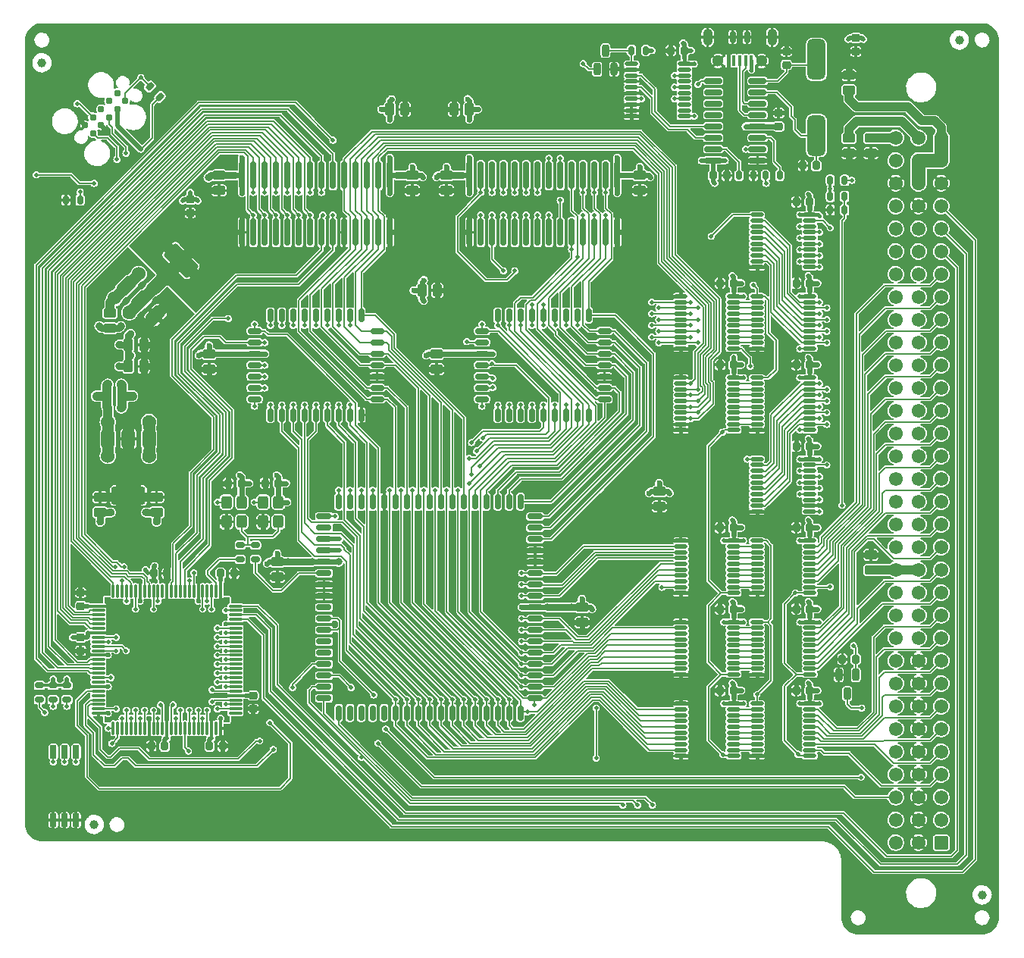
<source format=gtl>
G04 #@! TF.GenerationSoftware,KiCad,Pcbnew,(6.0.2-0)*
G04 #@! TF.CreationDate,2022-04-19T08:09:19-04:00*
G04 #@! TF.ProjectId,WarpSE,57617270-5345-42e6-9b69-6361645f7063,rev?*
G04 #@! TF.SameCoordinates,Original*
G04 #@! TF.FileFunction,Copper,L1,Top*
G04 #@! TF.FilePolarity,Positive*
%FSLAX46Y46*%
G04 Gerber Fmt 4.6, Leading zero omitted, Abs format (unit mm)*
G04 Created by KiCad (PCBNEW (6.0.2-0)) date 2022-04-19 08:09:19*
%MOMM*%
%LPD*%
G01*
G04 APERTURE LIST*
G04 Aperture macros list*
%AMRoundRect*
0 Rectangle with rounded corners*
0 $1 Rounding radius*
0 $2 $3 $4 $5 $6 $7 $8 $9 X,Y pos of 4 corners*
0 Add a 4 corners polygon primitive as box body*
4,1,4,$2,$3,$4,$5,$6,$7,$8,$9,$2,$3,0*
0 Add four circle primitives for the rounded corners*
1,1,$1+$1,$2,$3*
1,1,$1+$1,$4,$5*
1,1,$1+$1,$6,$7*
1,1,$1+$1,$8,$9*
0 Add four rect primitives between the rounded corners*
20,1,$1+$1,$2,$3,$4,$5,0*
20,1,$1+$1,$4,$5,$6,$7,0*
20,1,$1+$1,$6,$7,$8,$9,0*
20,1,$1+$1,$8,$9,$2,$3,0*%
G04 Aperture macros list end*
G04 #@! TA.AperFunction,SMDPad,CuDef*
%ADD10RoundRect,0.150000X0.587500X-0.150000X0.587500X0.150000X-0.587500X0.150000X-0.587500X-0.150000X0*%
G04 #@! TD*
G04 #@! TA.AperFunction,SMDPad,CuDef*
%ADD11RoundRect,0.150000X0.150000X-0.587500X0.150000X0.587500X-0.150000X0.587500X-0.150000X-0.587500X0*%
G04 #@! TD*
G04 #@! TA.AperFunction,SMDPad,CuDef*
%ADD12RoundRect,0.262500X-0.437500X0.262500X-0.437500X-0.262500X0.437500X-0.262500X0.437500X0.262500X0*%
G04 #@! TD*
G04 #@! TA.AperFunction,SMDPad,CuDef*
%ADD13RoundRect,0.262500X0.262500X0.437500X-0.262500X0.437500X-0.262500X-0.437500X0.262500X-0.437500X0*%
G04 #@! TD*
G04 #@! TA.AperFunction,SMDPad,CuDef*
%ADD14RoundRect,0.212500X0.212500X0.262500X-0.212500X0.262500X-0.212500X-0.262500X0.212500X-0.262500X0*%
G04 #@! TD*
G04 #@! TA.AperFunction,SMDPad,CuDef*
%ADD15RoundRect,0.262500X-0.262500X-0.437500X0.262500X-0.437500X0.262500X0.437500X-0.262500X0.437500X0*%
G04 #@! TD*
G04 #@! TA.AperFunction,SMDPad,CuDef*
%ADD16RoundRect,0.075000X0.662500X0.075000X-0.662500X0.075000X-0.662500X-0.075000X0.662500X-0.075000X0*%
G04 #@! TD*
G04 #@! TA.AperFunction,SMDPad,CuDef*
%ADD17RoundRect,0.075000X0.075000X0.662500X-0.075000X0.662500X-0.075000X-0.662500X0.075000X-0.662500X0*%
G04 #@! TD*
G04 #@! TA.AperFunction,SMDPad,CuDef*
%ADD18RoundRect,0.262500X0.437500X-0.262500X0.437500X0.262500X-0.437500X0.262500X-0.437500X-0.262500X0*%
G04 #@! TD*
G04 #@! TA.AperFunction,SMDPad,CuDef*
%ADD19RoundRect,0.300000X-0.176777X-0.813173X0.813173X0.176777X0.176777X0.813173X-0.813173X-0.176777X0*%
G04 #@! TD*
G04 #@! TA.AperFunction,SMDPad,CuDef*
%ADD20RoundRect,0.300000X0.636396X-1.626346X1.626346X-0.636396X-0.636396X1.626346X-1.626346X0.636396X0*%
G04 #@! TD*
G04 #@! TA.AperFunction,SMDPad,CuDef*
%ADD21RoundRect,0.150000X-0.150000X1.374000X-0.150000X-1.374000X0.150000X-1.374000X0.150000X1.374000X0*%
G04 #@! TD*
G04 #@! TA.AperFunction,ComponentPad*
%ADD22RoundRect,0.249999X0.525001X0.525001X-0.525001X0.525001X-0.525001X-0.525001X0.525001X-0.525001X0*%
G04 #@! TD*
G04 #@! TA.AperFunction,ComponentPad*
%ADD23C,1.550000*%
G04 #@! TD*
G04 #@! TA.AperFunction,SMDPad,CuDef*
%ADD24RoundRect,0.212500X-0.212500X-0.262500X0.212500X-0.262500X0.212500X0.262500X-0.212500X0.262500X0*%
G04 #@! TD*
G04 #@! TA.AperFunction,SMDPad,CuDef*
%ADD25RoundRect,0.112500X-0.612500X-0.112500X0.612500X-0.112500X0.612500X0.112500X-0.612500X0.112500X0*%
G04 #@! TD*
G04 #@! TA.AperFunction,SMDPad,CuDef*
%ADD26RoundRect,0.212500X-0.262500X0.212500X-0.262500X-0.212500X0.262500X-0.212500X0.262500X0.212500X0*%
G04 #@! TD*
G04 #@! TA.AperFunction,SMDPad,CuDef*
%ADD27RoundRect,0.212500X0.262500X-0.212500X0.262500X0.212500X-0.262500X0.212500X-0.262500X-0.212500X0*%
G04 #@! TD*
G04 #@! TA.AperFunction,SMDPad,CuDef*
%ADD28C,1.000000*%
G04 #@! TD*
G04 #@! TA.AperFunction,SMDPad,CuDef*
%ADD29RoundRect,0.175000X-0.300000X0.175000X-0.300000X-0.175000X0.300000X-0.175000X0.300000X0.175000X0*%
G04 #@! TD*
G04 #@! TA.AperFunction,SMDPad,CuDef*
%ADD30RoundRect,0.300000X-0.300000X0.400000X-0.300000X-0.400000X0.300000X-0.400000X0.300000X0.400000X0*%
G04 #@! TD*
G04 #@! TA.AperFunction,SMDPad,CuDef*
%ADD31RoundRect,0.150000X-0.150000X-0.700000X0.150000X-0.700000X0.150000X0.700000X-0.150000X0.700000X0*%
G04 #@! TD*
G04 #@! TA.AperFunction,SMDPad,CuDef*
%ADD32RoundRect,0.150000X-0.700000X-0.150000X0.700000X-0.150000X0.700000X0.150000X-0.700000X0.150000X0*%
G04 #@! TD*
G04 #@! TA.AperFunction,SMDPad,CuDef*
%ADD33RoundRect,0.300000X-0.450000X0.700000X-0.450000X-0.700000X0.450000X-0.700000X0.450000X0.700000X0*%
G04 #@! TD*
G04 #@! TA.AperFunction,SMDPad,CuDef*
%ADD34RoundRect,0.300000X-1.600000X0.700000X-1.600000X-0.700000X1.600000X-0.700000X1.600000X0.700000X0*%
G04 #@! TD*
G04 #@! TA.AperFunction,ConnectorPad*
%ADD35C,0.787400*%
G04 #@! TD*
G04 #@! TA.AperFunction,SMDPad,CuDef*
%ADD36RoundRect,0.080000X0.120000X0.545000X-0.120000X0.545000X-0.120000X-0.545000X0.120000X-0.545000X0*%
G04 #@! TD*
G04 #@! TA.AperFunction,ComponentPad*
%ADD37O,1.070000X1.900000*%
G04 #@! TD*
G04 #@! TA.AperFunction,SMDPad,CuDef*
%ADD38RoundRect,0.150000X0.150000X0.525000X-0.150000X0.525000X-0.150000X-0.525000X0.150000X-0.525000X0*%
G04 #@! TD*
G04 #@! TA.AperFunction,ComponentPad*
%ADD39C,1.300000*%
G04 #@! TD*
G04 #@! TA.AperFunction,SMDPad,CuDef*
%ADD40RoundRect,0.175000X0.175000X0.300000X-0.175000X0.300000X-0.175000X-0.300000X0.175000X-0.300000X0*%
G04 #@! TD*
G04 #@! TA.AperFunction,SMDPad,CuDef*
%ADD41RoundRect,0.175000X0.335876X0.088388X0.088388X0.335876X-0.335876X-0.088388X-0.088388X-0.335876X0*%
G04 #@! TD*
G04 #@! TA.AperFunction,SMDPad,CuDef*
%ADD42RoundRect,0.200000X-0.200000X0.475000X-0.200000X-0.475000X0.200000X-0.475000X0.200000X0.475000X0*%
G04 #@! TD*
G04 #@! TA.AperFunction,SMDPad,CuDef*
%ADD43RoundRect,0.190000X0.190000X-0.572000X0.190000X0.572000X-0.190000X0.572000X-0.190000X-0.572000X0*%
G04 #@! TD*
G04 #@! TA.AperFunction,SMDPad,CuDef*
%ADD44RoundRect,0.175000X-0.175000X-0.300000X0.175000X-0.300000X0.175000X0.300000X-0.175000X0.300000X0*%
G04 #@! TD*
G04 #@! TA.AperFunction,SMDPad,CuDef*
%ADD45RoundRect,0.150000X0.825000X0.150000X-0.825000X0.150000X-0.825000X-0.150000X0.825000X-0.150000X0*%
G04 #@! TD*
G04 #@! TA.AperFunction,SMDPad,CuDef*
%ADD46RoundRect,0.500000X-0.500000X1.750000X-0.500000X-1.750000X0.500000X-1.750000X0.500000X1.750000X0*%
G04 #@! TD*
G04 #@! TA.AperFunction,SMDPad,CuDef*
%ADD47RoundRect,0.200000X0.200000X-0.475000X0.200000X0.475000X-0.200000X0.475000X-0.200000X-0.475000X0*%
G04 #@! TD*
G04 #@! TA.AperFunction,ViaPad*
%ADD48C,0.800000*%
G04 #@! TD*
G04 #@! TA.AperFunction,ViaPad*
%ADD49C,0.500000*%
G04 #@! TD*
G04 #@! TA.AperFunction,ViaPad*
%ADD50C,1.524000*%
G04 #@! TD*
G04 #@! TA.AperFunction,ViaPad*
%ADD51C,0.600000*%
G04 #@! TD*
G04 #@! TA.AperFunction,ViaPad*
%ADD52C,1.000000*%
G04 #@! TD*
G04 #@! TA.AperFunction,ViaPad*
%ADD53C,1.270000*%
G04 #@! TD*
G04 #@! TA.AperFunction,Conductor*
%ADD54C,0.800000*%
G04 #@! TD*
G04 #@! TA.AperFunction,Conductor*
%ADD55C,0.600000*%
G04 #@! TD*
G04 #@! TA.AperFunction,Conductor*
%ADD56C,0.500000*%
G04 #@! TD*
G04 #@! TA.AperFunction,Conductor*
%ADD57C,0.450000*%
G04 #@! TD*
G04 #@! TA.AperFunction,Conductor*
%ADD58C,0.300000*%
G04 #@! TD*
G04 #@! TA.AperFunction,Conductor*
%ADD59C,0.150000*%
G04 #@! TD*
G04 #@! TA.AperFunction,Conductor*
%ADD60C,1.270000*%
G04 #@! TD*
G04 #@! TA.AperFunction,Conductor*
%ADD61C,1.524000*%
G04 #@! TD*
G04 #@! TA.AperFunction,Conductor*
%ADD62C,0.350000*%
G04 #@! TD*
G04 #@! TA.AperFunction,Conductor*
%ADD63C,1.000000*%
G04 #@! TD*
G04 #@! TA.AperFunction,Conductor*
%ADD64C,0.400000*%
G04 #@! TD*
G04 APERTURE END LIST*
D10*
X129052500Y-76200000D03*
X129052500Y-77470000D03*
X129052500Y-78740000D03*
X129052500Y-80010000D03*
D11*
X130810000Y-81762500D03*
X132080000Y-81762500D03*
X133350000Y-81762500D03*
X134620000Y-81762500D03*
X135890000Y-81762500D03*
X137160000Y-81762500D03*
X138430000Y-81762500D03*
X139700000Y-81762500D03*
X140970000Y-81762500D03*
D10*
X142727500Y-80010000D03*
X142727500Y-78740000D03*
X142727500Y-77470000D03*
X142727500Y-76200000D03*
X142727500Y-74930000D03*
X142727500Y-73660000D03*
X142727500Y-72390000D03*
D11*
X140970000Y-70637500D03*
X139700000Y-70637500D03*
X138430000Y-70637500D03*
X137160000Y-70637500D03*
X135890000Y-70637500D03*
X134620000Y-70637500D03*
X133350000Y-70637500D03*
X132080000Y-70637500D03*
X130810000Y-70637500D03*
D10*
X129052500Y-72390000D03*
X129052500Y-73660000D03*
X129052500Y-74930000D03*
X154452500Y-76200000D03*
X154452500Y-77470000D03*
X154452500Y-78740000D03*
X154452500Y-80010000D03*
D11*
X156210000Y-81762500D03*
X157480000Y-81762500D03*
X158750000Y-81762500D03*
X160020000Y-81762500D03*
X161290000Y-81762500D03*
X162560000Y-81762500D03*
X163830000Y-81762500D03*
X165100000Y-81762500D03*
X166370000Y-81762500D03*
D10*
X168127500Y-80010000D03*
X168127500Y-78740000D03*
X168127500Y-77470000D03*
X168127500Y-76200000D03*
X168127500Y-74930000D03*
X168127500Y-73660000D03*
X168127500Y-72390000D03*
D11*
X166370000Y-70637500D03*
X165100000Y-70637500D03*
X163830000Y-70637500D03*
X162560000Y-70637500D03*
X161290000Y-70637500D03*
X160020000Y-70637500D03*
X158750000Y-70637500D03*
X157480000Y-70637500D03*
X156210000Y-70637500D03*
D10*
X154452500Y-72390000D03*
X154452500Y-73660000D03*
X154452500Y-74930000D03*
D12*
X112903000Y-70358000D03*
X112903000Y-72058000D03*
D13*
X116649500Y-73914000D03*
X114949500Y-73914000D03*
X116649500Y-76327000D03*
X114949500Y-76327000D03*
D14*
X131700000Y-89400000D03*
X130200000Y-89400000D03*
D15*
X112550000Y-79650000D03*
X114250000Y-79650000D03*
D16*
X126912500Y-115100000D03*
X126912500Y-114600000D03*
X126912500Y-114100000D03*
X126912500Y-113600000D03*
X126912500Y-113100000D03*
X126912500Y-112600000D03*
X126912500Y-112100000D03*
X126912500Y-111600000D03*
X126912500Y-111100000D03*
X126912500Y-110600000D03*
X126912500Y-110100000D03*
X126912500Y-109600000D03*
X126912500Y-109100000D03*
X126912500Y-108600000D03*
X126912500Y-108100000D03*
X126912500Y-107600000D03*
X126912500Y-107100000D03*
X126912500Y-106600000D03*
X126912500Y-106100000D03*
X126912500Y-105600000D03*
X126912500Y-105100000D03*
X126912500Y-104600000D03*
X126912500Y-104100000D03*
X126912500Y-103600000D03*
X126912500Y-103100000D03*
D17*
X125250000Y-101437500D03*
X124750000Y-101437500D03*
X124250000Y-101437500D03*
X123750000Y-101437500D03*
X123250000Y-101437500D03*
X122750000Y-101437500D03*
X122250000Y-101437500D03*
X121750000Y-101437500D03*
X121250000Y-101437500D03*
X120750000Y-101437500D03*
X120250000Y-101437500D03*
X119750000Y-101437500D03*
X119250000Y-101437500D03*
X118750000Y-101437500D03*
X118250000Y-101437500D03*
X117750000Y-101437500D03*
X117250000Y-101437500D03*
X116750000Y-101437500D03*
X116250000Y-101437500D03*
X115750000Y-101437500D03*
X115250000Y-101437500D03*
X114750000Y-101437500D03*
X114250000Y-101437500D03*
X113750000Y-101437500D03*
X113250000Y-101437500D03*
D16*
X111587500Y-103100000D03*
X111587500Y-103600000D03*
X111587500Y-104100000D03*
X111587500Y-104600000D03*
X111587500Y-105100000D03*
X111587500Y-105600000D03*
X111587500Y-106100000D03*
X111587500Y-106600000D03*
X111587500Y-107100000D03*
X111587500Y-107600000D03*
X111587500Y-108100000D03*
X111587500Y-108600000D03*
X111587500Y-109100000D03*
X111587500Y-109600000D03*
X111587500Y-110100000D03*
X111587500Y-110600000D03*
X111587500Y-111100000D03*
X111587500Y-111600000D03*
X111587500Y-112100000D03*
X111587500Y-112600000D03*
X111587500Y-113100000D03*
X111587500Y-113600000D03*
X111587500Y-114100000D03*
X111587500Y-114600000D03*
X111587500Y-115100000D03*
D17*
X113250000Y-116762500D03*
X113750000Y-116762500D03*
X114250000Y-116762500D03*
X114750000Y-116762500D03*
X115250000Y-116762500D03*
X115750000Y-116762500D03*
X116250000Y-116762500D03*
X116750000Y-116762500D03*
X117250000Y-116762500D03*
X117750000Y-116762500D03*
X118250000Y-116762500D03*
X118750000Y-116762500D03*
X119250000Y-116762500D03*
X119750000Y-116762500D03*
X120250000Y-116762500D03*
X120750000Y-116762500D03*
X121250000Y-116762500D03*
X121750000Y-116762500D03*
X122250000Y-116762500D03*
X122750000Y-116762500D03*
X123250000Y-116762500D03*
X123750000Y-116762500D03*
X124250000Y-116762500D03*
X124750000Y-116762500D03*
X125250000Y-116762500D03*
D18*
X195453000Y-45466000D03*
X195453000Y-43766000D03*
D12*
X195453000Y-50800000D03*
X195453000Y-52500000D03*
X197866000Y-50800000D03*
X197866000Y-52500000D03*
D19*
X114746268Y-67351041D03*
X116372614Y-68977386D03*
D20*
X120827386Y-64522614D03*
D19*
X117998959Y-70603732D03*
D21*
X169545000Y-54991000D03*
X168275000Y-54991000D03*
X167005000Y-54991000D03*
X165735000Y-54991000D03*
X164465000Y-54991000D03*
X163195000Y-54991000D03*
X161925000Y-54991000D03*
X160655000Y-54991000D03*
X159385000Y-54991000D03*
X158115000Y-54991000D03*
X156845000Y-54991000D03*
X155575000Y-54991000D03*
X154305000Y-54991000D03*
X153035000Y-54991000D03*
X153035000Y-61341000D03*
X154305000Y-61341000D03*
X155575000Y-61341000D03*
X156845000Y-61341000D03*
X158115000Y-61341000D03*
X159385000Y-61341000D03*
X160655000Y-61341000D03*
X161925000Y-61341000D03*
X163195000Y-61341000D03*
X164465000Y-61341000D03*
X165735000Y-61341000D03*
X167005000Y-61341000D03*
X168275000Y-61341000D03*
X169545000Y-61341000D03*
D22*
X205740000Y-129540000D03*
D23*
X205740000Y-127000000D03*
X205740000Y-124460000D03*
X205740000Y-121920000D03*
X205740000Y-119380000D03*
X205740000Y-116840000D03*
X205740000Y-114300000D03*
X205740000Y-111760000D03*
X205740000Y-109220000D03*
X205740000Y-106680000D03*
X205740000Y-104140000D03*
X205740000Y-101600000D03*
X205740000Y-99060000D03*
X205740000Y-96520000D03*
X205740000Y-93980000D03*
X205740000Y-91440000D03*
X205740000Y-88900000D03*
X205740000Y-86360000D03*
X205740000Y-83820000D03*
X205740000Y-81280000D03*
X205740000Y-78740000D03*
X205740000Y-76200000D03*
X205740000Y-73660000D03*
X205740000Y-71120000D03*
X205740000Y-68580000D03*
X205740000Y-66040000D03*
X205740000Y-63500000D03*
X205740000Y-60960000D03*
X205740000Y-58420000D03*
X205740000Y-55880000D03*
X205740000Y-53340000D03*
X205740000Y-50800000D03*
X203200000Y-129540000D03*
X203200000Y-127000000D03*
X203200000Y-124460000D03*
X203200000Y-121920000D03*
X203200000Y-119380000D03*
X203200000Y-116840000D03*
X203200000Y-114300000D03*
X203200000Y-111760000D03*
X203200000Y-109220000D03*
X203200000Y-106680000D03*
X203200000Y-104140000D03*
X203200000Y-101600000D03*
X203200000Y-99060000D03*
X203200000Y-96520000D03*
X203200000Y-93980000D03*
X203200000Y-91440000D03*
X203200000Y-88900000D03*
X203200000Y-86360000D03*
X203200000Y-83820000D03*
X203200000Y-81280000D03*
X203200000Y-78740000D03*
X203200000Y-76200000D03*
X203200000Y-73660000D03*
X203200000Y-71120000D03*
X203200000Y-68580000D03*
X203200000Y-66040000D03*
X203200000Y-63500000D03*
X203200000Y-60960000D03*
X203200000Y-58420000D03*
X203200000Y-55880000D03*
X203200000Y-53340000D03*
X203200000Y-50800000D03*
X200660000Y-129540000D03*
X200660000Y-127000000D03*
X200660000Y-124460000D03*
X200660000Y-121920000D03*
X200660000Y-119380000D03*
X200660000Y-116840000D03*
X200660000Y-114300000D03*
X200660000Y-111760000D03*
X200660000Y-109220000D03*
X200660000Y-106680000D03*
X200660000Y-104140000D03*
X200660000Y-101600000D03*
X200660000Y-99060000D03*
X200660000Y-96520000D03*
X200660000Y-93980000D03*
X200660000Y-91440000D03*
X200660000Y-88900000D03*
X200660000Y-86360000D03*
X200660000Y-83820000D03*
X200660000Y-81280000D03*
X200660000Y-78740000D03*
X200660000Y-76200000D03*
X200660000Y-73660000D03*
X200660000Y-71120000D03*
X200660000Y-68580000D03*
X200660000Y-66040000D03*
X200660000Y-63500000D03*
X200660000Y-60960000D03*
X200660000Y-58420000D03*
X200660000Y-55880000D03*
X200660000Y-53340000D03*
X200660000Y-50800000D03*
D24*
X125250000Y-99450000D03*
X126750000Y-99450000D03*
D25*
X176650000Y-95800000D03*
X176650000Y-96450000D03*
X176650000Y-97100000D03*
X176650000Y-97750000D03*
X176650000Y-98400000D03*
X176650000Y-99050000D03*
X176650000Y-99700000D03*
X176650000Y-100350000D03*
X176650000Y-101000000D03*
X176650000Y-101650000D03*
X182550000Y-101650000D03*
X182550000Y-101000000D03*
X182550000Y-100350000D03*
X182550000Y-99700000D03*
X182550000Y-99050000D03*
X182550000Y-98400000D03*
X182550000Y-97750000D03*
X182550000Y-97100000D03*
X182550000Y-96450000D03*
X182550000Y-95800000D03*
D14*
X182550000Y-94350000D03*
X181050000Y-94350000D03*
X191050000Y-57950000D03*
X189550000Y-57950000D03*
X191050000Y-94350000D03*
X189550000Y-94350000D03*
X191050000Y-85250000D03*
X189550000Y-85250000D03*
X182550000Y-112550000D03*
X181050000Y-112550000D03*
X191050000Y-112550000D03*
X189550000Y-112550000D03*
X191050000Y-67050000D03*
X189550000Y-67050000D03*
X182550000Y-67050000D03*
X181050000Y-67050000D03*
X182550000Y-76150000D03*
X181050000Y-76150000D03*
X182550000Y-103450000D03*
X181050000Y-103450000D03*
X191050000Y-103450000D03*
X189550000Y-103450000D03*
D18*
X197866000Y-99060000D03*
X197866000Y-97360000D03*
D12*
X131572000Y-98171000D03*
X131572000Y-99871000D03*
X165608000Y-103251000D03*
X165608000Y-104951000D03*
D25*
X176650000Y-68500000D03*
X176650000Y-69150000D03*
X176650000Y-69800000D03*
X176650000Y-70450000D03*
X176650000Y-71100000D03*
X176650000Y-71750000D03*
X176650000Y-72400000D03*
X176650000Y-73050000D03*
X176650000Y-73700000D03*
X176650000Y-74350000D03*
X182550000Y-74350000D03*
X182550000Y-73700000D03*
X182550000Y-73050000D03*
X182550000Y-72400000D03*
X182550000Y-71750000D03*
X182550000Y-71100000D03*
X182550000Y-70450000D03*
X182550000Y-69800000D03*
X182550000Y-69150000D03*
X182550000Y-68500000D03*
X176650000Y-77600000D03*
X176650000Y-78250000D03*
X176650000Y-78900000D03*
X176650000Y-79550000D03*
X176650000Y-80200000D03*
X176650000Y-80850000D03*
X176650000Y-81500000D03*
X176650000Y-82150000D03*
X176650000Y-82800000D03*
X176650000Y-83450000D03*
X182550000Y-83450000D03*
X182550000Y-82800000D03*
X182550000Y-82150000D03*
X182550000Y-81500000D03*
X182550000Y-80850000D03*
X182550000Y-80200000D03*
X182550000Y-79550000D03*
X182550000Y-78900000D03*
X182550000Y-78250000D03*
X182550000Y-77600000D03*
X185150000Y-59400000D03*
X185150000Y-60050000D03*
X185150000Y-60700000D03*
X185150000Y-61350000D03*
X185150000Y-62000000D03*
X185150000Y-62650000D03*
X185150000Y-63300000D03*
X185150000Y-63950000D03*
X185150000Y-64600000D03*
X185150000Y-65250000D03*
X191050000Y-65250000D03*
X191050000Y-64600000D03*
X191050000Y-63950000D03*
X191050000Y-63300000D03*
X191050000Y-62650000D03*
X191050000Y-62000000D03*
X191050000Y-61350000D03*
X191050000Y-60700000D03*
X191050000Y-60050000D03*
X191050000Y-59400000D03*
X185150000Y-68500000D03*
X185150000Y-69150000D03*
X185150000Y-69800000D03*
X185150000Y-70450000D03*
X185150000Y-71100000D03*
X185150000Y-71750000D03*
X185150000Y-72400000D03*
X185150000Y-73050000D03*
X185150000Y-73700000D03*
X185150000Y-74350000D03*
X191050000Y-74350000D03*
X191050000Y-73700000D03*
X191050000Y-73050000D03*
X191050000Y-72400000D03*
X191050000Y-71750000D03*
X191050000Y-71100000D03*
X191050000Y-70450000D03*
X191050000Y-69800000D03*
X191050000Y-69150000D03*
X191050000Y-68500000D03*
X185150000Y-86700000D03*
X185150000Y-87350000D03*
X185150000Y-88000000D03*
X185150000Y-88650000D03*
X185150000Y-89300000D03*
X185150000Y-89950000D03*
X185150000Y-90600000D03*
X185150000Y-91250000D03*
X185150000Y-91900000D03*
X185150000Y-92550000D03*
X191050000Y-92550000D03*
X191050000Y-91900000D03*
X191050000Y-91250000D03*
X191050000Y-90600000D03*
X191050000Y-89950000D03*
X191050000Y-89300000D03*
X191050000Y-88650000D03*
X191050000Y-88000000D03*
X191050000Y-87350000D03*
X191050000Y-86700000D03*
X185150000Y-77600000D03*
X185150000Y-78250000D03*
X185150000Y-78900000D03*
X185150000Y-79550000D03*
X185150000Y-80200000D03*
X185150000Y-80850000D03*
X185150000Y-81500000D03*
X185150000Y-82150000D03*
X185150000Y-82800000D03*
X185150000Y-83450000D03*
X191050000Y-83450000D03*
X191050000Y-82800000D03*
X191050000Y-82150000D03*
X191050000Y-81500000D03*
X191050000Y-80850000D03*
X191050000Y-80200000D03*
X191050000Y-79550000D03*
X191050000Y-78900000D03*
X191050000Y-78250000D03*
X191050000Y-77600000D03*
X176650000Y-104900000D03*
X176650000Y-105550000D03*
X176650000Y-106200000D03*
X176650000Y-106850000D03*
X176650000Y-107500000D03*
X176650000Y-108150000D03*
X176650000Y-108800000D03*
X176650000Y-109450000D03*
X176650000Y-110100000D03*
X176650000Y-110750000D03*
X182550000Y-110750000D03*
X182550000Y-110100000D03*
X182550000Y-109450000D03*
X182550000Y-108800000D03*
X182550000Y-108150000D03*
X182550000Y-107500000D03*
X182550000Y-106850000D03*
X182550000Y-106200000D03*
X182550000Y-105550000D03*
X182550000Y-104900000D03*
X176650000Y-114000000D03*
X176650000Y-114650000D03*
X176650000Y-115300000D03*
X176650000Y-115950000D03*
X176650000Y-116600000D03*
X176650000Y-117250000D03*
X176650000Y-117900000D03*
X176650000Y-118550000D03*
X176650000Y-119200000D03*
X176650000Y-119850000D03*
X182550000Y-119850000D03*
X182550000Y-119200000D03*
X182550000Y-118550000D03*
X182550000Y-117900000D03*
X182550000Y-117250000D03*
X182550000Y-116600000D03*
X182550000Y-115950000D03*
X182550000Y-115300000D03*
X182550000Y-114650000D03*
X182550000Y-114000000D03*
X185150000Y-95800000D03*
X185150000Y-96450000D03*
X185150000Y-97100000D03*
X185150000Y-97750000D03*
X185150000Y-98400000D03*
X185150000Y-99050000D03*
X185150000Y-99700000D03*
X185150000Y-100350000D03*
X185150000Y-101000000D03*
X185150000Y-101650000D03*
X191050000Y-101650000D03*
X191050000Y-101000000D03*
X191050000Y-100350000D03*
X191050000Y-99700000D03*
X191050000Y-99050000D03*
X191050000Y-98400000D03*
X191050000Y-97750000D03*
X191050000Y-97100000D03*
X191050000Y-96450000D03*
X191050000Y-95800000D03*
X185150000Y-104900000D03*
X185150000Y-105550000D03*
X185150000Y-106200000D03*
X185150000Y-106850000D03*
X185150000Y-107500000D03*
X185150000Y-108150000D03*
X185150000Y-108800000D03*
X185150000Y-109450000D03*
X185150000Y-110100000D03*
X185150000Y-110750000D03*
X191050000Y-110750000D03*
X191050000Y-110100000D03*
X191050000Y-109450000D03*
X191050000Y-108800000D03*
X191050000Y-108150000D03*
X191050000Y-107500000D03*
X191050000Y-106850000D03*
X191050000Y-106200000D03*
X191050000Y-105550000D03*
X191050000Y-104900000D03*
X185150000Y-114000000D03*
X185150000Y-114650000D03*
X185150000Y-115300000D03*
X185150000Y-115950000D03*
X185150000Y-116600000D03*
X185150000Y-117250000D03*
X185150000Y-117900000D03*
X185150000Y-118550000D03*
X185150000Y-119200000D03*
X185150000Y-119850000D03*
X191050000Y-119850000D03*
X191050000Y-119200000D03*
X191050000Y-118550000D03*
X191050000Y-117900000D03*
X191050000Y-117250000D03*
X191050000Y-116600000D03*
X191050000Y-115950000D03*
X191050000Y-115300000D03*
X191050000Y-114650000D03*
X191050000Y-114000000D03*
D21*
X144145000Y-54991000D03*
X142875000Y-54991000D03*
X141605000Y-54991000D03*
X140335000Y-54991000D03*
X139065000Y-54991000D03*
X137795000Y-54991000D03*
X136525000Y-54991000D03*
X135255000Y-54991000D03*
X133985000Y-54991000D03*
X132715000Y-54991000D03*
X131445000Y-54991000D03*
X130175000Y-54991000D03*
X128905000Y-54991000D03*
X127635000Y-54991000D03*
X127635000Y-61341000D03*
X128905000Y-61341000D03*
X130175000Y-61341000D03*
X131445000Y-61341000D03*
X132715000Y-61341000D03*
X133985000Y-61341000D03*
X135255000Y-61341000D03*
X136525000Y-61341000D03*
X137795000Y-61341000D03*
X139065000Y-61341000D03*
X140335000Y-61341000D03*
X141605000Y-61341000D03*
X142875000Y-61341000D03*
X144145000Y-61341000D03*
D14*
X127600000Y-89400000D03*
X126100000Y-89400000D03*
D24*
X124000000Y-118750000D03*
X125500000Y-118750000D03*
D26*
X109600000Y-106600000D03*
X109600000Y-108100000D03*
D14*
X119000000Y-118750000D03*
X117500000Y-118750000D03*
X119250000Y-99450000D03*
X117750000Y-99450000D03*
D26*
X128900000Y-113100000D03*
X128900000Y-114600000D03*
D27*
X109600000Y-103100000D03*
X109600000Y-101600000D03*
D28*
X105283000Y-42418000D03*
X207772000Y-39878000D03*
X210312000Y-135382000D03*
X111125000Y-127508000D03*
D29*
X129150000Y-96300000D03*
X129150000Y-97900000D03*
X127450000Y-96300000D03*
X127450000Y-97900000D03*
X106553000Y-111976000D03*
X106553000Y-113576000D03*
X108077000Y-111976000D03*
X108077000Y-113576000D03*
D30*
X130000000Y-91500000D03*
X130000000Y-93700000D03*
X131700000Y-93700000D03*
X131700000Y-91500000D03*
X125900000Y-91500000D03*
X125900000Y-93700000D03*
X127600000Y-93700000D03*
X127600000Y-91500000D03*
D31*
X148590000Y-91451000D03*
X147320000Y-91451000D03*
X146050000Y-91451000D03*
X144780000Y-91451000D03*
X143510000Y-91451000D03*
X142240000Y-91451000D03*
X140970000Y-91451000D03*
X139700000Y-91451000D03*
X138430000Y-91451000D03*
D32*
X136790000Y-93091000D03*
X136790000Y-94361000D03*
X136790000Y-95631000D03*
X136790000Y-96901000D03*
X136790000Y-98171000D03*
X136790000Y-99441000D03*
X136790000Y-100711000D03*
X136790000Y-101981000D03*
X136790000Y-103251000D03*
X136790000Y-104521000D03*
X136790000Y-105791000D03*
X136790000Y-107061000D03*
X136790000Y-108331000D03*
X136790000Y-109601000D03*
X136790000Y-110871000D03*
X136790000Y-112141000D03*
X136790000Y-113411000D03*
D31*
X138430000Y-115051000D03*
X139700000Y-115051000D03*
X140970000Y-115051000D03*
X142240000Y-115051000D03*
X143510000Y-115051000D03*
X144780000Y-115051000D03*
X146050000Y-115051000D03*
X147320000Y-115051000D03*
X148590000Y-115051000D03*
X149860000Y-115051000D03*
X151130000Y-115051000D03*
X152400000Y-115051000D03*
X153670000Y-115051000D03*
X154940000Y-115051000D03*
X156210000Y-115051000D03*
X157480000Y-115051000D03*
X158750000Y-115051000D03*
D32*
X160390000Y-113411000D03*
X160390000Y-112141000D03*
X160390000Y-110871000D03*
X160390000Y-109601000D03*
X160390000Y-108331000D03*
X160390000Y-107061000D03*
X160390000Y-105791000D03*
X160390000Y-104521000D03*
X160390000Y-103251000D03*
X160390000Y-101981000D03*
X160390000Y-100711000D03*
X160390000Y-99441000D03*
X160390000Y-98171000D03*
X160390000Y-96901000D03*
X160390000Y-95631000D03*
X160390000Y-94361000D03*
X160390000Y-93091000D03*
D31*
X158750000Y-91451000D03*
X157480000Y-91451000D03*
X156210000Y-91451000D03*
X154940000Y-91451000D03*
X153670000Y-91451000D03*
X152400000Y-91451000D03*
X151130000Y-91451000D03*
X149860000Y-91451000D03*
D33*
X117250000Y-84450000D03*
X114950000Y-84450000D03*
D34*
X114950000Y-90750000D03*
D33*
X112650000Y-84450000D03*
D12*
X111800000Y-90950000D03*
X111800000Y-92650000D03*
X118100000Y-90950000D03*
X118100000Y-92650000D03*
X123952000Y-74930000D03*
X123952000Y-76630000D03*
X149352000Y-74930000D03*
X149352000Y-76630000D03*
X172085000Y-54991000D03*
X172085000Y-56691000D03*
X125095000Y-54991000D03*
X125095000Y-56691000D03*
X146685000Y-54991000D03*
X146685000Y-56691000D03*
X150495000Y-54991000D03*
X150495000Y-56691000D03*
D14*
X191050000Y-76150000D03*
X189550000Y-76150000D03*
D35*
X110998000Y-50292000D03*
X111896025Y-49393974D03*
X112794051Y-48495949D03*
X113692076Y-47597923D03*
X114590102Y-46699898D03*
X113692076Y-45801872D03*
X112794051Y-46699898D03*
X111896025Y-47597923D03*
X110998000Y-48495949D03*
X110099974Y-49393974D03*
D36*
X184550000Y-42187500D03*
X183900000Y-42187500D03*
X183250000Y-42187500D03*
X182600000Y-42187500D03*
X181950000Y-42187500D03*
D37*
X179650000Y-39562500D03*
X186850000Y-39562500D03*
D38*
X182450000Y-39537500D03*
D39*
X185675000Y-42212500D03*
X180825000Y-42212500D03*
D38*
X184050000Y-39537500D03*
D40*
X109550000Y-57750000D03*
X107950000Y-57750000D03*
D41*
X118479370Y-46216370D03*
X117348000Y-45085000D03*
D42*
X196200000Y-110800000D03*
X194300000Y-110800000D03*
X195250000Y-112900000D03*
D43*
X106553000Y-127000000D03*
X107823000Y-127000000D03*
X109093000Y-127000000D03*
X109093000Y-119380000D03*
X107823000Y-119380000D03*
X106553000Y-119380000D03*
D29*
X105029000Y-111976000D03*
X105029000Y-113576000D03*
D27*
X187579000Y-49530000D03*
X187579000Y-48030000D03*
D14*
X191800000Y-53900000D03*
X190300000Y-53900000D03*
D40*
X172750000Y-41050000D03*
X171150000Y-41050000D03*
D44*
X186106000Y-54991000D03*
X187706000Y-54991000D03*
D40*
X194950000Y-58850000D03*
X193350000Y-58850000D03*
D25*
X171150000Y-42550000D03*
X171150000Y-43200000D03*
X171150000Y-43850000D03*
X171150000Y-44500000D03*
X171150000Y-45150000D03*
X171150000Y-45800000D03*
X171150000Y-46450000D03*
X171150000Y-47100000D03*
X171150000Y-47750000D03*
X171150000Y-48400000D03*
X177050000Y-48400000D03*
X177050000Y-47750000D03*
X177050000Y-47100000D03*
X177050000Y-46450000D03*
X177050000Y-45800000D03*
X177050000Y-45150000D03*
X177050000Y-44500000D03*
X177050000Y-43850000D03*
X177050000Y-43200000D03*
X177050000Y-42550000D03*
D14*
X196200000Y-109050000D03*
X194700000Y-109050000D03*
D12*
X174250000Y-90300000D03*
X174250000Y-92000000D03*
D44*
X183159500Y-54991000D03*
X184759500Y-54991000D03*
D45*
X185228000Y-53340000D03*
X185228000Y-52070000D03*
X185228000Y-50800000D03*
X185228000Y-49530000D03*
X185228000Y-48260000D03*
X185228000Y-46990000D03*
X185228000Y-45720000D03*
X185228000Y-44450000D03*
X180278000Y-44450000D03*
X180278000Y-45720000D03*
X180278000Y-46990000D03*
X180278000Y-48260000D03*
X180278000Y-49530000D03*
X180278000Y-50800000D03*
X180278000Y-52070000D03*
X180278000Y-53340000D03*
D24*
X180276500Y-54991000D03*
X181776500Y-54991000D03*
D46*
X191800000Y-42050000D03*
X191800000Y-50550000D03*
D47*
X167300000Y-43150000D03*
X169200000Y-43150000D03*
X168250000Y-41050000D03*
D40*
X194950000Y-57350000D03*
X193350000Y-57350000D03*
D27*
X188450000Y-42650000D03*
X188450000Y-41150000D03*
D14*
X177050000Y-41050000D03*
X175550000Y-41050000D03*
D26*
X121850000Y-57700000D03*
X121850000Y-59200000D03*
X196200000Y-39650000D03*
X196200000Y-41150000D03*
D40*
X194950000Y-55550000D03*
X193350000Y-55550000D03*
D15*
X144145000Y-47625000D03*
X145845000Y-47625000D03*
D13*
X153035000Y-47625000D03*
X151335000Y-47625000D03*
D15*
X147750000Y-67850000D03*
X149450000Y-67850000D03*
D48*
X194246500Y-44005500D03*
D49*
X167640000Y-71120000D03*
X137160000Y-63246000D03*
X137922000Y-58420000D03*
X165354000Y-108585000D03*
X138430000Y-63246000D03*
X163131500Y-105283000D03*
X164211000Y-108331000D03*
X163893500Y-106553000D03*
X161671000Y-108966000D03*
X166560500Y-110998000D03*
X159258000Y-76009500D03*
X167640000Y-81851500D03*
X141478000Y-66294000D03*
X161671000Y-94996000D03*
X161671000Y-100076000D03*
X161671000Y-93726000D03*
X168656000Y-81343500D03*
X161671000Y-106426000D03*
X161671000Y-107696000D03*
X161671000Y-105156000D03*
X161671000Y-101346000D03*
X161671000Y-111506000D03*
X163068000Y-101282500D03*
X161671000Y-110236000D03*
X161734500Y-112649000D03*
D48*
X195453000Y-42735500D03*
D50*
X117700000Y-67650000D03*
D48*
X196659500Y-44005500D03*
D49*
X196913500Y-104330500D03*
D48*
X113919000Y-73914000D03*
D49*
X196800000Y-68050000D03*
X198374000Y-82994500D03*
X199009000Y-86868000D03*
X198600000Y-65550000D03*
D51*
X125095000Y-76644500D03*
D48*
X113919000Y-76327000D03*
D49*
X196596000Y-102298500D03*
X198056500Y-80772000D03*
X197104000Y-74168000D03*
X197400000Y-75700000D03*
D51*
X122809000Y-76644500D03*
D49*
X198550000Y-62350000D03*
X198850000Y-63900000D03*
X198691500Y-85153500D03*
X197850000Y-78250000D03*
D48*
X115189000Y-72707500D03*
D49*
X196786500Y-71882000D03*
X194150000Y-74150000D03*
X195150000Y-70500000D03*
D48*
X114109500Y-71818500D03*
X111696500Y-71818500D03*
X115189000Y-75120500D03*
D49*
X189700000Y-75300000D03*
X181200000Y-66200000D03*
X189700000Y-66200000D03*
X189700000Y-84400000D03*
X189700000Y-93500000D03*
X189700000Y-102600000D03*
X181200000Y-102600000D03*
X189700000Y-111700000D03*
X181200000Y-111700000D03*
X177750000Y-119850000D03*
D51*
X164465000Y-104775000D03*
D49*
X175550000Y-77600000D03*
X176650000Y-77000000D03*
X176650000Y-67900000D03*
X175550000Y-68500000D03*
X189700000Y-57100000D03*
D51*
X197866000Y-96393000D03*
X188700000Y-94350000D03*
X188700000Y-76150000D03*
X166751000Y-104775000D03*
X196723000Y-97536000D03*
X199009000Y-97536000D03*
X169291000Y-77470000D03*
X166941500Y-77470000D03*
X143891000Y-77470000D03*
X141541500Y-77470000D03*
D49*
X117250000Y-117900000D03*
X181600000Y-75200000D03*
X125250000Y-117900000D03*
D51*
X145542000Y-56515000D03*
X151638000Y-56515000D03*
X169545000Y-59372500D03*
X147828000Y-56515000D03*
X170307000Y-61341000D03*
X169545000Y-63309500D03*
X153035000Y-59372500D03*
X152273000Y-61341000D03*
X153035000Y-63309500D03*
X144145000Y-63309500D03*
X144145000Y-59372500D03*
X144907000Y-61341000D03*
X126873000Y-61341000D03*
X127635000Y-63309500D03*
X127635000Y-59372500D03*
D49*
X181200000Y-77000000D03*
X117250000Y-115650000D03*
X181200000Y-67900000D03*
D51*
X165608000Y-105918000D03*
D49*
X181200000Y-93500000D03*
X177750000Y-101650000D03*
X176650000Y-102250000D03*
X175550000Y-101650000D03*
X110450000Y-112100000D03*
X112700000Y-112100000D03*
X111600000Y-115650000D03*
X112700000Y-108600000D03*
X110450000Y-108600000D03*
X114450000Y-120600000D03*
X116078000Y-120459500D03*
X117221000Y-122999500D03*
X114150000Y-119500000D03*
X118900000Y-119700000D03*
X119850000Y-119250000D03*
X120250000Y-118200000D03*
X124300000Y-99400000D03*
X112300000Y-117750000D03*
X112800000Y-119450000D03*
D50*
X115050000Y-70300000D03*
X122150000Y-63200000D03*
X119500000Y-65850000D03*
X122850000Y-66550000D03*
X118800000Y-62500000D03*
X120700000Y-61650000D03*
X123700000Y-64650000D03*
D49*
X147447000Y-102806500D03*
X144145000Y-89154000D03*
D51*
X125900000Y-94800000D03*
D49*
X126350000Y-118650000D03*
D51*
X124900000Y-93700000D03*
D49*
X156210000Y-98171000D03*
X151765000Y-83693000D03*
X152527000Y-103759000D03*
X150495000Y-83693000D03*
X149225000Y-84391500D03*
X147955000Y-85661500D03*
X146685000Y-86931500D03*
X145415000Y-88201500D03*
X145097500Y-77216000D03*
X145669000Y-74231500D03*
X139065000Y-75311000D03*
X163830000Y-68262500D03*
X162560000Y-69405500D03*
X163830000Y-69405500D03*
X165100000Y-69405500D03*
X165100000Y-67500500D03*
D51*
X135509000Y-100711000D03*
X161671000Y-96901000D03*
X161671000Y-98171000D03*
X158877000Y-98171000D03*
X158877000Y-96901000D03*
D49*
X184050000Y-65250000D03*
D51*
X138303000Y-101981000D03*
D49*
X186250000Y-65250000D03*
D51*
X135509000Y-101981000D03*
X138303000Y-100711000D03*
D49*
X185150000Y-65850000D03*
X185150000Y-74950000D03*
X186250000Y-74350000D03*
X184050000Y-83450000D03*
X184050000Y-74350000D03*
X186250000Y-83450000D03*
X185150000Y-84050000D03*
X185150000Y-93150000D03*
X184050000Y-92550000D03*
X186250000Y-92550000D03*
X184050000Y-101650000D03*
X186250000Y-101650000D03*
X185150000Y-102250000D03*
X186250000Y-110750000D03*
X185150000Y-111350000D03*
X184050000Y-110750000D03*
X186250000Y-119850000D03*
X175550000Y-83450000D03*
X177750000Y-83450000D03*
X176650000Y-84050000D03*
X176650000Y-74950000D03*
X175550000Y-74350000D03*
X177750000Y-74350000D03*
X185150000Y-120450000D03*
X184050000Y-119850000D03*
X177750000Y-110750000D03*
X176650000Y-111350000D03*
X175550000Y-110750000D03*
X176650000Y-120450000D03*
D48*
X199072500Y-52260500D03*
X196659500Y-52260500D03*
X194246500Y-52260500D03*
X195453000Y-53530500D03*
X197866000Y-53530500D03*
X123888500Y-56451500D03*
D49*
X116850000Y-99050000D03*
X121250000Y-98350000D03*
X120740000Y-97480000D03*
X108350000Y-109200000D03*
X107250000Y-109500000D03*
X105850000Y-109500000D03*
X107250000Y-104550000D03*
X109900000Y-105500000D03*
D48*
X113000000Y-92650000D03*
X116900000Y-92650000D03*
X111800000Y-93700000D03*
X118100000Y-93700000D03*
D50*
X117250000Y-86350000D03*
X117250000Y-82550000D03*
D52*
X115400000Y-79650000D03*
X114150000Y-80950000D03*
D49*
X152336500Y-80708500D03*
X153670000Y-103568500D03*
D52*
X114150000Y-78350000D03*
D49*
X120450000Y-96350000D03*
D51*
X173228000Y-56515000D03*
X170942000Y-56515000D03*
D49*
X142557500Y-81597500D03*
D51*
X172085000Y-57658000D03*
D49*
X145415000Y-81407000D03*
X146685000Y-81407000D03*
X152019000Y-74218800D03*
X147955000Y-81407000D03*
X150495000Y-81407000D03*
X151765000Y-82105500D03*
X149225000Y-81407000D03*
X147320000Y-93980000D03*
X146177000Y-102806500D03*
X142367000Y-102806500D03*
X142113000Y-111760000D03*
X162179000Y-72707500D03*
X140779500Y-75438000D03*
X143891000Y-75565000D03*
X139700000Y-88201500D03*
X140950000Y-88200000D03*
X142240000Y-89154000D03*
D51*
X126250000Y-90300000D03*
X130350000Y-90300000D03*
X130400000Y-88500000D03*
X126300000Y-88500000D03*
X125250000Y-89400000D03*
X129000000Y-93700000D03*
X130000000Y-94800000D03*
D49*
X145415000Y-116332000D03*
X165862000Y-72517000D03*
X164592000Y-72644000D03*
X163449000Y-72898000D03*
X170815000Y-82105500D03*
X171577000Y-82740500D03*
X172339000Y-83375500D03*
X158940500Y-89408000D03*
X173101000Y-84010500D03*
X162242500Y-92011500D03*
X148717000Y-102933500D03*
X149987000Y-103695500D03*
X151257000Y-103759000D03*
X154813000Y-102425500D03*
X198882000Y-94043500D03*
X108750000Y-107950000D03*
X109450000Y-108900000D03*
X108750000Y-101750000D03*
X109600000Y-100800000D03*
X110450000Y-101750000D03*
X117900000Y-98600000D03*
X118000000Y-100300000D03*
X127550000Y-99450000D03*
X126600000Y-100300000D03*
X126600000Y-98600000D03*
X128050000Y-114350000D03*
X117750000Y-119600000D03*
X116700000Y-118750000D03*
X125350000Y-119650000D03*
X128900000Y-115400000D03*
X116250000Y-100300000D03*
X116250000Y-102550000D03*
X122750000Y-100300000D03*
X122750000Y-102550000D03*
X128050000Y-105100000D03*
X133604000Y-49149000D03*
X125800000Y-105100000D03*
X144907000Y-102806500D03*
X143637000Y-102806500D03*
X154940000Y-93980000D03*
X144780000Y-93980000D03*
X157480000Y-93980000D03*
X148590000Y-93980000D03*
X146050000Y-93980000D03*
X149860000Y-93980000D03*
X151130000Y-93980000D03*
X143510000Y-93980000D03*
X153670000Y-93980000D03*
X142240000Y-93980000D03*
X152400000Y-93980000D03*
D51*
X130429000Y-99695000D03*
X132715000Y-99695000D03*
X131572000Y-100800000D03*
D49*
X143764000Y-113284000D03*
X147955000Y-116332000D03*
X146685000Y-116332000D03*
X149225000Y-116332000D03*
X150495000Y-116332000D03*
X151765000Y-116332000D03*
X153035000Y-116332000D03*
X154305000Y-116332000D03*
X155575000Y-116332000D03*
X156845000Y-116332000D03*
X158115000Y-116332000D03*
X112700000Y-115100000D03*
X129050000Y-104650000D03*
D51*
X148209000Y-76454000D03*
X150495000Y-76454000D03*
X123952000Y-77597000D03*
D49*
X132207000Y-64389000D03*
X143256000Y-70675500D03*
X129800000Y-114450000D03*
X126150000Y-116600000D03*
D51*
X149352000Y-56515000D03*
X150495000Y-57658000D03*
X146685000Y-57658000D03*
D49*
X125250000Y-115650000D03*
X197550000Y-63900000D03*
X192850000Y-119050000D03*
X194250000Y-116250000D03*
X195950000Y-116250000D03*
X197350000Y-109300000D03*
X199000000Y-110200000D03*
X198700000Y-107900000D03*
X199100000Y-95750000D03*
X194437000Y-123825000D03*
X198600000Y-119600000D03*
X193500000Y-110800000D03*
D51*
X174250000Y-92950000D03*
X175400000Y-91800000D03*
X173100000Y-91800000D03*
D49*
X132715000Y-83058000D03*
X133985000Y-83058000D03*
X135255000Y-83058000D03*
X136525000Y-83058000D03*
X131445000Y-83058000D03*
X132207000Y-75819000D03*
X181737000Y-54038500D03*
X186563000Y-53340000D03*
X183896000Y-53340000D03*
X181610000Y-55880000D03*
X182650000Y-59900000D03*
X175700000Y-41900000D03*
X197050000Y-41000000D03*
X195350000Y-41000000D03*
X143256000Y-120015000D03*
X147600000Y-120015000D03*
X162550000Y-123800000D03*
X171950000Y-114150000D03*
X169800000Y-105050000D03*
X166500000Y-96950000D03*
X167500000Y-98250000D03*
X173850000Y-98250000D03*
X128524000Y-117157500D03*
X108750000Y-98150000D03*
X108750000Y-96750000D03*
X105156000Y-110236000D03*
X188468000Y-51244500D03*
X211582000Y-41148000D03*
X117094000Y-49974500D03*
X211582000Y-66548000D03*
X193350000Y-59750000D03*
X164655500Y-123825000D03*
X139573000Y-96583500D03*
X174250000Y-47300000D03*
X180550000Y-109450000D03*
X172085000Y-128778000D03*
X156845000Y-128778000D03*
X134874000Y-114427000D03*
X152971500Y-83439000D03*
X110934500Y-120332500D03*
X195834000Y-48133000D03*
X137033000Y-38608000D03*
X203962000Y-38618900D03*
X148590000Y-52578000D03*
X186753500Y-45085000D03*
X127254000Y-67691000D03*
X194119500Y-78232000D03*
X209042000Y-48768000D03*
X168800000Y-95950000D03*
X174350000Y-74950000D03*
X140144500Y-44132500D03*
X189928500Y-49593500D03*
X153797000Y-66294000D03*
X104013000Y-56388000D03*
X180250000Y-116350000D03*
X137160000Y-69342000D03*
X159258000Y-49276000D03*
X135128000Y-49149000D03*
X187261500Y-46926500D03*
X121793000Y-43688000D03*
X195750000Y-86350000D03*
X121793000Y-38608000D03*
X178244500Y-58928000D03*
X104013000Y-117348000D03*
X175069499Y-125349000D03*
X195135500Y-60261500D03*
X174750000Y-41050000D03*
X168021000Y-49212500D03*
X189500000Y-53900000D03*
X158686500Y-77343000D03*
X170200000Y-95950000D03*
X174550000Y-68650000D03*
X104013000Y-126238000D03*
X175550000Y-104900000D03*
X104013000Y-121793000D03*
X127254000Y-66675000D03*
X126873000Y-38608000D03*
D51*
X151511000Y-46482000D03*
D49*
X156654500Y-78676500D03*
X180450000Y-101650000D03*
X180250000Y-94350000D03*
X158115000Y-58166000D03*
X172250000Y-48400000D03*
X132334000Y-78422500D03*
X159766000Y-77025500D03*
X183200000Y-85150000D03*
X136906000Y-86614000D03*
X154178000Y-49276000D03*
X177500000Y-52400000D03*
X188214000Y-44386500D03*
X165675000Y-92850000D03*
X116713000Y-38608000D03*
X164846000Y-44259500D03*
X197993000Y-121348500D03*
X104013000Y-76708000D03*
X211582000Y-102108000D03*
X187600000Y-41262500D03*
X188255551Y-118865010D03*
X181950000Y-43212500D03*
X143002000Y-49276000D03*
X178752500Y-94424500D03*
X209042000Y-58928000D03*
X132080000Y-49149000D03*
X194150000Y-72850000D03*
X167005000Y-128778000D03*
X206502000Y-41148000D03*
X104013000Y-66548000D03*
X125984000Y-73152000D03*
X162560000Y-58610500D03*
X192659000Y-128778000D03*
X170624500Y-92583000D03*
X116205000Y-128778000D03*
X194050000Y-84750000D03*
X104013000Y-86868000D03*
X169037000Y-70104000D03*
X189300000Y-41300000D03*
X175450500Y-88265000D03*
X122700000Y-59050000D03*
X121000000Y-59050000D03*
D51*
X149250000Y-66700000D03*
D49*
X115150000Y-53800000D03*
X161925000Y-128778000D03*
X112522000Y-50038000D03*
X182245000Y-128778000D03*
X198882000Y-38597100D03*
X211582000Y-76708000D03*
X109092999Y-41148000D03*
X187750000Y-117850000D03*
X195199000Y-131318000D03*
X188722000Y-38608000D03*
X178000000Y-64700000D03*
X135445500Y-84709000D03*
X104013000Y-102108000D03*
X174600000Y-114000000D03*
X156400500Y-64516000D03*
X186250000Y-85150000D03*
X194246500Y-50038000D03*
X176800000Y-63450000D03*
X163893500Y-64135000D03*
X107100000Y-52250000D03*
X211582000Y-51308000D03*
X159385000Y-58166000D03*
X174250000Y-45450000D03*
X141605000Y-128778000D03*
X154940000Y-103695500D03*
X211582000Y-127508000D03*
X193225600Y-93518959D03*
X177650000Y-112400000D03*
X211582000Y-71628000D03*
X139700000Y-69342000D03*
X104013000Y-46228000D03*
X206502000Y-136652000D03*
X134620000Y-69342000D03*
X146685000Y-128778000D03*
X188750000Y-117950000D03*
X211582000Y-91948000D03*
X159067500Y-67246500D03*
X211582000Y-97028000D03*
D51*
X150400000Y-67850000D03*
D49*
X197739000Y-57531000D03*
X140144500Y-43116500D03*
X131350000Y-112450000D03*
X129850000Y-102850000D03*
X188468000Y-48196500D03*
X157226000Y-79692500D03*
X123507500Y-46355000D03*
X134620000Y-118935500D03*
X135255000Y-58166000D03*
X148590000Y-59944000D03*
X209042000Y-43688000D03*
X128905000Y-58166000D03*
X186690000Y-48196500D03*
X140525500Y-117665500D03*
X111633000Y-38608000D03*
X196151500Y-123825000D03*
X130175000Y-58166000D03*
X112500000Y-55050000D03*
X195199000Y-66167000D03*
X211582000Y-122428000D03*
X139192000Y-47307500D03*
X118110000Y-50355500D03*
X162433000Y-38608000D03*
X132150000Y-111750000D03*
X159766000Y-64325500D03*
X154305000Y-58166000D03*
X167513000Y-38608000D03*
X179250000Y-85950000D03*
X106553000Y-121983500D03*
X177750000Y-95800000D03*
X211582000Y-136652000D03*
X195389500Y-125603000D03*
X169950000Y-46050000D03*
X178689000Y-50165000D03*
X177165000Y-128778000D03*
X145605500Y-120015000D03*
X131953000Y-38608000D03*
X187500000Y-113250000D03*
X178100000Y-51550000D03*
X172593000Y-38608000D03*
X162433000Y-65595500D03*
X170000000Y-43200000D03*
X175641000Y-49022000D03*
X141097000Y-93408500D03*
X177673000Y-38608000D03*
X137160000Y-67945000D03*
X128206500Y-82740500D03*
X110900000Y-116450000D03*
X160782000Y-72961500D03*
X209042000Y-53848000D03*
X131445000Y-58166000D03*
X104013000Y-91948000D03*
X175550000Y-95800000D03*
X135445500Y-89408000D03*
X189484000Y-48196500D03*
X194119500Y-79248000D03*
X196088000Y-62547500D03*
X180450000Y-110750000D03*
X195770500Y-91249500D03*
X172148500Y-64897000D03*
X188450000Y-40350000D03*
X121750000Y-118300000D03*
X155067000Y-66167000D03*
X130048000Y-85852000D03*
X109791500Y-122174000D03*
X180250000Y-108350000D03*
X211582000Y-117348000D03*
X177750000Y-104900000D03*
X164592000Y-121729500D03*
X137350500Y-89789000D03*
X156718000Y-104711500D03*
X138430000Y-69342000D03*
X132715000Y-58166000D03*
X171196000Y-111506000D03*
X138557000Y-88201500D03*
X166850000Y-67900000D03*
X177750000Y-76350000D03*
X175600000Y-52400000D03*
X193802000Y-38608000D03*
D51*
X145669000Y-48768000D03*
D49*
X124968000Y-73533000D03*
X108521500Y-121983500D03*
X192450000Y-120000000D03*
X164401500Y-49276000D03*
X211582000Y-132080000D03*
X189992000Y-43180000D03*
X121285000Y-128778000D03*
X124460000Y-70485000D03*
X133286500Y-97155000D03*
X174350000Y-84200000D03*
X127900000Y-101850000D03*
X130600000Y-113200000D03*
X156845000Y-58166000D03*
X181991000Y-63182500D03*
X133350000Y-69342000D03*
X123571000Y-72517000D03*
X187833000Y-56705500D03*
X211582000Y-86868000D03*
X209042000Y-38608000D03*
X106500000Y-116250000D03*
X137287000Y-57658000D03*
X122409500Y-46082500D03*
X132080000Y-69342000D03*
X164973000Y-90741500D03*
X139954000Y-95567500D03*
X180250000Y-85950000D03*
X144526000Y-67818000D03*
X197739000Y-139192000D03*
X188750000Y-112550000D03*
X180250000Y-100050000D03*
X136525000Y-128778000D03*
D51*
X151511000Y-48768000D03*
X149250000Y-69000000D03*
D49*
X106553000Y-128778000D03*
X180250000Y-112550000D03*
X105500000Y-117600000D03*
X181950000Y-41162500D03*
X142113000Y-38608000D03*
X195453000Y-76708000D03*
X128400000Y-119700000D03*
X107250000Y-106400000D03*
X107886500Y-61087000D03*
X131445000Y-128778000D03*
X170307000Y-88201500D03*
X133286500Y-93408500D03*
X190450000Y-53050000D03*
X163195000Y-45402500D03*
X114173000Y-40767000D03*
X110998000Y-122110500D03*
X211582000Y-46228000D03*
X160845500Y-66802000D03*
X165671500Y-91440000D03*
X130810000Y-69342000D03*
X140716000Y-94424500D03*
X133540500Y-116141500D03*
X194050000Y-99500000D03*
X123050000Y-118200000D03*
X133794500Y-117856000D03*
X188550000Y-110500000D03*
X189600000Y-99150000D03*
X112395000Y-128778000D03*
X182150000Y-89250000D03*
X192659000Y-53848000D03*
X108750000Y-99550000D03*
X108400000Y-115950000D03*
X175700000Y-40200000D03*
X178700000Y-114000000D03*
X194119500Y-67246500D03*
X170050000Y-48400000D03*
X104013000Y-107188000D03*
X187325000Y-128778000D03*
X141668500Y-42100500D03*
X155067000Y-70675500D03*
X110250000Y-113350000D03*
X201549000Y-139192000D03*
X104013000Y-112268000D03*
X155575000Y-58166000D03*
X106553000Y-43688000D03*
X158750000Y-69342000D03*
X156654500Y-47688500D03*
X108900000Y-60050000D03*
X138430000Y-67310000D03*
X109601000Y-48514000D03*
X200279000Y-136652000D03*
X133985000Y-58166000D03*
X172750000Y-103200000D03*
X136652000Y-49149000D03*
X104013000Y-51308000D03*
X170050000Y-47100000D03*
X171150000Y-49000000D03*
X116332000Y-63754000D03*
D51*
X150368000Y-47625000D03*
D49*
X209042000Y-134366000D03*
X141287500Y-112649000D03*
X205232000Y-139192000D03*
X136588500Y-117665500D03*
X152273000Y-38608000D03*
X193350000Y-90600000D03*
X206502000Y-46228000D03*
X174950000Y-66200000D03*
X143002000Y-46037500D03*
X183245483Y-38600000D03*
X170180000Y-101917500D03*
X135890000Y-69342000D03*
X167068500Y-47053500D03*
X130746500Y-103759000D03*
X141478000Y-69342000D03*
X132207000Y-46037500D03*
X162369500Y-90551000D03*
D51*
X146812000Y-47625000D03*
D49*
X159893000Y-40767000D03*
X201422000Y-41148000D03*
X188750000Y-103450000D03*
X211582000Y-81788000D03*
X198882000Y-43688000D03*
X155638500Y-104394000D03*
X104013000Y-71628000D03*
X115379500Y-122999500D03*
X122491500Y-69977000D03*
X166400000Y-92125000D03*
X169200000Y-125750000D03*
X135255000Y-103759000D03*
X104013000Y-61468000D03*
X181292500Y-57848500D03*
X190450000Y-54750000D03*
X106553000Y-38608000D03*
X127052784Y-86249999D03*
X195199000Y-136652000D03*
X157353000Y-38608000D03*
X196786500Y-124968000D03*
X109093000Y-113093500D03*
X188650000Y-79100000D03*
X179250000Y-116350000D03*
X165735000Y-122745500D03*
X109350000Y-54450000D03*
X211582000Y-107188000D03*
X211582000Y-112268000D03*
X154178000Y-46037500D03*
X134747000Y-47180500D03*
X135445500Y-92456000D03*
X164211000Y-45021500D03*
X139700000Y-66675000D03*
X166751000Y-121729500D03*
X144653000Y-40767000D03*
X110172500Y-111061500D03*
X112600000Y-56350000D03*
X187050000Y-104900000D03*
X194119500Y-75565000D03*
X133477000Y-85661500D03*
X161163000Y-46037500D03*
X136842500Y-116332000D03*
X211582000Y-61468000D03*
X124500000Y-95800000D03*
X188050000Y-91150000D03*
X177850000Y-54300000D03*
X117850000Y-41800000D03*
X105854500Y-63119000D03*
X211582000Y-56388000D03*
X154305000Y-68326000D03*
X151765000Y-128778000D03*
X138550000Y-85050000D03*
X171196000Y-52514500D03*
X126365000Y-128778000D03*
X121850000Y-60000000D03*
X124400000Y-97050000D03*
X156654500Y-77660500D03*
X180250000Y-103450000D03*
X104013000Y-41148000D03*
X164973000Y-41148000D03*
X188650000Y-100150000D03*
X189300000Y-109750000D03*
X197739000Y-133858000D03*
X176100000Y-84950000D03*
X104013000Y-81788000D03*
X147193000Y-38608000D03*
X163766500Y-90551000D03*
X184404000Y-57721500D03*
X104013000Y-97028000D03*
X106870500Y-62103000D03*
X179150000Y-65850000D03*
X125285500Y-52959000D03*
D51*
X145669000Y-46482000D03*
D49*
X209042000Y-139192000D03*
X193350000Y-86100000D03*
X138303000Y-52641500D03*
X191050000Y-104300000D03*
D51*
X127635000Y-56959500D03*
X144145000Y-56959500D03*
X144907000Y-54991000D03*
X144145000Y-53022500D03*
X169545000Y-53022500D03*
X127635000Y-53022500D03*
D49*
X138557000Y-95631000D03*
D51*
X153035000Y-56959500D03*
X173228000Y-55181500D03*
X170307000Y-54991000D03*
X169545000Y-56959500D03*
D49*
X138557000Y-96901000D03*
D51*
X172085000Y-54038500D03*
X153035000Y-53022500D03*
X126873000Y-54991000D03*
X152273000Y-54991000D03*
D50*
X113400000Y-68700000D03*
X116100000Y-66000000D03*
D52*
X112650000Y-80950000D03*
D51*
X125095000Y-74930000D03*
D50*
X112650000Y-86350000D03*
D51*
X130238500Y-74930000D03*
X127889000Y-74930000D03*
D48*
X123888500Y-55245000D03*
D50*
X112650000Y-82550000D03*
D51*
X150495000Y-74930000D03*
D52*
X112650000Y-78350000D03*
X111400000Y-79650000D03*
D51*
X122809000Y-75120500D03*
X123952000Y-73977500D03*
D48*
X132778500Y-98171000D03*
X164401500Y-103251000D03*
D51*
X146685000Y-54038500D03*
X158877000Y-103251000D03*
D48*
X161734500Y-103251000D03*
D51*
X150495000Y-54038500D03*
D48*
X138430000Y-98171000D03*
X135445500Y-98171000D03*
D51*
X130429000Y-98361500D03*
X131572000Y-97218500D03*
X148209000Y-75120500D03*
D49*
X182600000Y-75300000D03*
D51*
X147828000Y-55181500D03*
X149352000Y-55181500D03*
X153289000Y-74930000D03*
X155638500Y-74930000D03*
D49*
X190900000Y-84400000D03*
X182400000Y-66200000D03*
X190900000Y-75300000D03*
X190900000Y-66200000D03*
X190900000Y-57100000D03*
X189950000Y-68500000D03*
X183650000Y-68500000D03*
D51*
X166751000Y-103441500D03*
X165608000Y-102298500D03*
D49*
X182550000Y-95200000D03*
X183650000Y-95800000D03*
X182400000Y-93500000D03*
D51*
X183400000Y-94350000D03*
D49*
X181450000Y-95800000D03*
X190900000Y-93500000D03*
X182550000Y-113400000D03*
X191050000Y-77000000D03*
X183650000Y-77600000D03*
X189950000Y-104900000D03*
X192150000Y-104900000D03*
X189950000Y-114000000D03*
X189950000Y-59400000D03*
X191050000Y-58800000D03*
X191050000Y-67900000D03*
X189950000Y-77600000D03*
X191050000Y-86100000D03*
X189950000Y-86700000D03*
X191050000Y-95200000D03*
X189950000Y-95800000D03*
X192150000Y-86700000D03*
X192150000Y-59550000D03*
X182550000Y-67900000D03*
X181450000Y-114000000D03*
X192150000Y-114000000D03*
X181450000Y-104900000D03*
X183650000Y-104900000D03*
X182550000Y-77000000D03*
X183650000Y-114000000D03*
X182550000Y-104300000D03*
X191050000Y-113400000D03*
D51*
X191900000Y-67050000D03*
X183400000Y-67050000D03*
X191900000Y-76150000D03*
X183400000Y-76150000D03*
X191900000Y-94350000D03*
X191900000Y-85250000D03*
X191900000Y-112550000D03*
X183400000Y-112550000D03*
X191900000Y-103450000D03*
X183400000Y-103450000D03*
D49*
X182400000Y-111700000D03*
X190900000Y-111700000D03*
X182400000Y-102600000D03*
X190900000Y-102600000D03*
D51*
X174250000Y-89350000D03*
X173100000Y-90500000D03*
X175400000Y-90500000D03*
X144145000Y-48768000D03*
D49*
X177050000Y-41950000D03*
X176900000Y-40200000D03*
X173450000Y-41050000D03*
D51*
X143192500Y-47625000D03*
X144335500Y-46482000D03*
X153987500Y-47625000D03*
D49*
X178150000Y-48400000D03*
D51*
X153035000Y-48768000D03*
D49*
X177850000Y-41050000D03*
D51*
X146800000Y-67850000D03*
X152844500Y-46482000D03*
X147950000Y-66700000D03*
X147950000Y-69000000D03*
D49*
X178150000Y-42550000D03*
D52*
X123700000Y-85350000D03*
D51*
X132550000Y-89400000D03*
X127400000Y-88500000D03*
X131500000Y-88500000D03*
X127600000Y-90350000D03*
X132700000Y-91500000D03*
X131700000Y-90350000D03*
D49*
X106553000Y-111252000D03*
D51*
X128450000Y-89400000D03*
D48*
X117665500Y-73914000D03*
D50*
X116652691Y-71950000D03*
D49*
X178943000Y-53340000D03*
X181610000Y-53340000D03*
X183896000Y-49530000D03*
X186563000Y-49530000D03*
X180276500Y-54038500D03*
X180467000Y-55880000D03*
D53*
X119300000Y-69302691D03*
D52*
X120000000Y-102950000D03*
D49*
X121850000Y-56900000D03*
X122700000Y-57850000D03*
X186182000Y-55880000D03*
D52*
X119200000Y-96750000D03*
D49*
X108700000Y-106600000D03*
X116332000Y-52070000D03*
X121000000Y-57850000D03*
X108077000Y-111252000D03*
X167195500Y-114495500D03*
X120750000Y-114750000D03*
X142367000Y-113030000D03*
X167195500Y-120078500D03*
X196850000Y-114500000D03*
X115750000Y-114750000D03*
X115250000Y-115650000D03*
X114750000Y-114750000D03*
X193350000Y-100950000D03*
X114250000Y-115650000D03*
X113600000Y-114600000D03*
X113100000Y-118450000D03*
X112700000Y-116750000D03*
X170180000Y-125349000D03*
X121650000Y-119300000D03*
X140970000Y-120015000D03*
X171831000Y-125349000D03*
X173482000Y-125349000D03*
X131127500Y-119126000D03*
X142811500Y-118427500D03*
X192950000Y-82800000D03*
X192150000Y-82150000D03*
X192950000Y-81500000D03*
X192150000Y-80850000D03*
X192950000Y-80200000D03*
X192150000Y-79550000D03*
X192950000Y-78900000D03*
X192150000Y-78250000D03*
X192950000Y-73700000D03*
X192150000Y-73050000D03*
X192950000Y-72400000D03*
X192150000Y-71750000D03*
X192950000Y-71100000D03*
X192150000Y-70450000D03*
X192950000Y-69800000D03*
X192150000Y-69150000D03*
X114750000Y-102550000D03*
X175950000Y-45150000D03*
X116332000Y-44069000D03*
X114250000Y-100300000D03*
X109550000Y-56850000D03*
X175950000Y-46450000D03*
X113665000Y-53213000D03*
X116750000Y-114750000D03*
X114681000Y-52514500D03*
X178562000Y-44831000D03*
X111125000Y-55880000D03*
X104648000Y-54927500D03*
X115750000Y-103450000D03*
X109220000Y-46990000D03*
X175950000Y-43850000D03*
X184550000Y-43250000D03*
X193350000Y-56450000D03*
X197050000Y-39800000D03*
X195350000Y-39800000D03*
X107823000Y-120523000D03*
X106553000Y-114300000D03*
X114700000Y-108100000D03*
X129000000Y-91500000D03*
X112700000Y-107100000D03*
X121750000Y-114750000D03*
X133286500Y-112204500D03*
X139827000Y-112204500D03*
X130746500Y-116141500D03*
X184050000Y-86700000D03*
X120250000Y-115650000D03*
X180050000Y-61800000D03*
X184750000Y-67250000D03*
X119950000Y-114150000D03*
X185150000Y-113000000D03*
X118550000Y-114150000D03*
X192150000Y-65250000D03*
X192150000Y-92550000D03*
X118250000Y-115650000D03*
X189950000Y-74350000D03*
X189950000Y-83450000D03*
X189450000Y-101650000D03*
X189750000Y-119650000D03*
X117750000Y-114750000D03*
X184400000Y-76300000D03*
X181350000Y-119700000D03*
X116250000Y-115650000D03*
X181300000Y-83700000D03*
X137160000Y-80645000D03*
X124900000Y-114600000D03*
X149860000Y-113538000D03*
X157480000Y-80645000D03*
X125800000Y-114100000D03*
X138430000Y-80645000D03*
X151130000Y-113538000D03*
X156210000Y-80645000D03*
X154432000Y-80772000D03*
X152400000Y-113538000D03*
X124300000Y-113800000D03*
X139700000Y-80645000D03*
X124300000Y-112450000D03*
X163830000Y-71755000D03*
X153670000Y-113538000D03*
X129032000Y-71628000D03*
X130175000Y-77470000D03*
X154559000Y-84328000D03*
X155575000Y-76009500D03*
X154940000Y-113538000D03*
X144145000Y-90170000D03*
X125800000Y-112100000D03*
X163195000Y-53086000D03*
X137795000Y-51054000D03*
X136525000Y-56896000D03*
X161925000Y-53086000D03*
X135255000Y-56896000D03*
X154305000Y-56896000D03*
X161290000Y-71755000D03*
X130810000Y-71755000D03*
X158115000Y-65659000D03*
X161290000Y-69469000D03*
X124900000Y-91500000D03*
X113600000Y-106600000D03*
X130810000Y-80645000D03*
X153289000Y-84836000D03*
X161290000Y-80645000D03*
X145415000Y-90170000D03*
X156210000Y-113538000D03*
X124900000Y-111600000D03*
X154305000Y-59436000D03*
X135255000Y-59436000D03*
X155575000Y-56896000D03*
X133985000Y-56896000D03*
X155575000Y-59436000D03*
X133985000Y-59436000D03*
X160020000Y-71755000D03*
X132080000Y-71755000D03*
X160020000Y-69469000D03*
X156845000Y-65659000D03*
X132715000Y-56896000D03*
X156845000Y-56896000D03*
X156845000Y-59436000D03*
X132715000Y-59436000D03*
X158115000Y-56896000D03*
X131445000Y-56896000D03*
X129032000Y-80772000D03*
X153860500Y-85788500D03*
X162560000Y-80645000D03*
X125800000Y-111100000D03*
X146685000Y-90170000D03*
X157480000Y-113538000D03*
X131445000Y-59436000D03*
X158115000Y-59436000D03*
X159385000Y-56896000D03*
X130175000Y-56896000D03*
X130175000Y-59436000D03*
X159385000Y-59436000D03*
X160655000Y-56896000D03*
X128905000Y-56896000D03*
X117750000Y-103450000D03*
X113450000Y-98700000D03*
X128905000Y-59436000D03*
X118250000Y-102550000D03*
X114450000Y-98700000D03*
X160655000Y-59436000D03*
X124900000Y-110600000D03*
X147955000Y-90170000D03*
X159512000Y-114935000D03*
X138430000Y-71755000D03*
X153035000Y-86614000D03*
X154432000Y-71628000D03*
X161925000Y-59436000D03*
X136652000Y-59436000D03*
X137160000Y-71755000D03*
X162623500Y-71755000D03*
X137795000Y-59436000D03*
X163195000Y-57785000D03*
X165100000Y-71755000D03*
X139700000Y-71755000D03*
X126111000Y-70993000D03*
X152749250Y-73564750D03*
X130175000Y-73660000D03*
X140970000Y-90170000D03*
X121750000Y-100300000D03*
X122250000Y-99400000D03*
X142240000Y-90170000D03*
X123250000Y-103450000D03*
X139700000Y-90170000D03*
X135890000Y-71755000D03*
X125800000Y-110100000D03*
X149225000Y-90170000D03*
X160274000Y-114173000D03*
X154178000Y-87503000D03*
X156210000Y-71755000D03*
X124250000Y-103450000D03*
X138049000Y-93091000D03*
X124900000Y-109600000D03*
X158877000Y-112141000D03*
X153289000Y-88392000D03*
X150495000Y-90170000D03*
X163830000Y-80645000D03*
X130175000Y-78740000D03*
X125800000Y-109100000D03*
X158877000Y-110871000D03*
X153035000Y-89408000D03*
X151765000Y-90170000D03*
X165100000Y-80645000D03*
X130175000Y-76200000D03*
X134620000Y-71755000D03*
X124900000Y-108600000D03*
X158877000Y-109601000D03*
X157480000Y-71755000D03*
X125800000Y-108100000D03*
X158877000Y-108331000D03*
X158750000Y-71755000D03*
X133350000Y-71755000D03*
X158877000Y-107061000D03*
X124900000Y-107600000D03*
X158877000Y-105791000D03*
X125800000Y-107100000D03*
X158877000Y-104521000D03*
X124900000Y-106600000D03*
X158877000Y-101981000D03*
X125800000Y-106100000D03*
X124900000Y-105600000D03*
X158877000Y-100711000D03*
X158877000Y-99441000D03*
X125800000Y-103600000D03*
X123750000Y-102550000D03*
X138430000Y-90170000D03*
X174550000Y-101000000D03*
X109093000Y-120523000D03*
X108077000Y-114300000D03*
X113000000Y-111100000D03*
X195750000Y-55550000D03*
X165750000Y-42500000D03*
X129603500Y-118173500D03*
X196786500Y-122237500D03*
X143700500Y-116840000D03*
X189950000Y-88000000D03*
X178550000Y-78900000D03*
X192950000Y-87350000D03*
X177750000Y-78250000D03*
X192150000Y-88650000D03*
X177750000Y-79550000D03*
X192150000Y-89950000D03*
X177750000Y-80850000D03*
X192150000Y-91200000D03*
X177750000Y-82150000D03*
X189950000Y-91900000D03*
X178550000Y-82800000D03*
X189950000Y-90600000D03*
X178550000Y-81500000D03*
X189950000Y-89300000D03*
X178550000Y-80200000D03*
X189950000Y-60700000D03*
X178550000Y-69800000D03*
X168275000Y-59436000D03*
X174200000Y-69800000D03*
X193350000Y-60850000D03*
X177750000Y-69150000D03*
X168275000Y-56896000D03*
X173400000Y-69150000D03*
X192150000Y-61350000D03*
X177750000Y-70450000D03*
X167005000Y-56896000D03*
X173400000Y-70450000D03*
X192150000Y-62650000D03*
X177750000Y-71750000D03*
X165735000Y-56896000D03*
X173400000Y-71750000D03*
X192150000Y-63950000D03*
X177750000Y-73050000D03*
X173400000Y-73050000D03*
X165100000Y-64135000D03*
X164465000Y-63246000D03*
X189950000Y-64600000D03*
X178550000Y-73700000D03*
X174200000Y-73700000D03*
X189950000Y-63300000D03*
X178550000Y-72400000D03*
X165735000Y-59436000D03*
X174200000Y-72400000D03*
X189950000Y-62000000D03*
X178550000Y-71100000D03*
X167005000Y-59436000D03*
X174200000Y-71100000D03*
X144780000Y-113538000D03*
X122250000Y-115650000D03*
X132080000Y-80645000D03*
X155638500Y-77660500D03*
X146050000Y-113538000D03*
X122750000Y-114750000D03*
X133350000Y-80645000D03*
X160020000Y-80645000D03*
X155638500Y-78676500D03*
X134620000Y-80645000D03*
X147320000Y-113538000D03*
X123250000Y-115650000D03*
X148590000Y-113538000D03*
X123750000Y-114750000D03*
X135890000Y-80645000D03*
X158750000Y-80645000D03*
X183896000Y-52070000D03*
X172250000Y-46450000D03*
X195950000Y-107550000D03*
X194650000Y-91850000D03*
X105600500Y-114998500D03*
X106553000Y-120523000D03*
X113600000Y-108100000D03*
D54*
X195453000Y-43766000D02*
X196420000Y-43766000D01*
X196420000Y-43766000D02*
X196659500Y-44005500D01*
X194486000Y-43766000D02*
X194246500Y-44005500D01*
X195453000Y-43766000D02*
X194486000Y-43766000D01*
X195453000Y-43766000D02*
X195453000Y-42735500D01*
X114949500Y-73914000D02*
X113919000Y-73914000D01*
D55*
X125080500Y-76630000D02*
X125095000Y-76644500D01*
X122823500Y-76630000D02*
X122809000Y-76644500D01*
X123952000Y-76630000D02*
X125080500Y-76630000D01*
D54*
X113870000Y-72058000D02*
X114109500Y-71818500D01*
D55*
X123952000Y-76630000D02*
X122823500Y-76630000D01*
D54*
X112903000Y-72058000D02*
X113870000Y-72058000D01*
X114949500Y-76327000D02*
X113919000Y-76327000D01*
X114949500Y-72947000D02*
X115189000Y-72707500D01*
X112903000Y-72058000D02*
X111936000Y-72058000D01*
X111936000Y-72058000D02*
X111696500Y-71818500D01*
X114949500Y-73914000D02*
X114949500Y-74881000D01*
X114949500Y-74881000D02*
X115189000Y-75120500D01*
X114949500Y-73914000D02*
X114949500Y-72947000D01*
X114949500Y-76327000D02*
X114949500Y-75360000D01*
X114949500Y-75360000D02*
X115189000Y-75120500D01*
D55*
X149352000Y-76630000D02*
X149352000Y-77343000D01*
D56*
X189550000Y-76150000D02*
X189550000Y-75450000D01*
X189550000Y-57950000D02*
X189550000Y-57250000D01*
X189550000Y-75450000D02*
X189700000Y-75300000D01*
X189550000Y-66350000D02*
X189700000Y-66200000D01*
X189550000Y-67050000D02*
X189550000Y-66350000D01*
X181050000Y-67050000D02*
X181050000Y-66350000D01*
X181050000Y-66350000D02*
X181200000Y-66200000D01*
X189550000Y-85250000D02*
X189550000Y-84550000D01*
X189550000Y-93650000D02*
X189700000Y-93500000D01*
X189550000Y-84550000D02*
X189700000Y-84400000D01*
X189550000Y-94350000D02*
X189550000Y-93650000D01*
X189550000Y-103450000D02*
X189550000Y-102750000D01*
X189550000Y-102750000D02*
X189700000Y-102600000D01*
X181050000Y-103450000D02*
X181050000Y-102750000D01*
X181050000Y-102750000D02*
X181200000Y-102600000D01*
X189550000Y-111850000D02*
X189700000Y-111700000D01*
X181050000Y-112550000D02*
X181050000Y-111850000D01*
X189550000Y-112550000D02*
X189550000Y-111850000D01*
X181050000Y-111850000D02*
X181200000Y-111700000D01*
D55*
X166575000Y-104951000D02*
X166751000Y-104775000D01*
X189550000Y-94350000D02*
X188700000Y-94350000D01*
D57*
X176650000Y-68500000D02*
X175550000Y-68500000D01*
D55*
X165608000Y-104951000D02*
X166575000Y-104951000D01*
D57*
X176650000Y-77600000D02*
X176650000Y-77000000D01*
D55*
X197866000Y-97360000D02*
X197866000Y-96393000D01*
D57*
X176650000Y-68500000D02*
X176650000Y-67900000D01*
D55*
X189550000Y-76150000D02*
X188700000Y-76150000D01*
D56*
X189550000Y-57250000D02*
X189700000Y-57100000D01*
D55*
X196899000Y-97360000D02*
X196723000Y-97536000D01*
X197866000Y-97360000D02*
X196899000Y-97360000D01*
X197866000Y-97360000D02*
X198833000Y-97360000D01*
X198833000Y-97360000D02*
X199009000Y-97536000D01*
X168127500Y-77470000D02*
X169291000Y-77470000D01*
X168127500Y-77470000D02*
X166941500Y-77470000D01*
X142727500Y-77470000D02*
X143891000Y-77470000D01*
X142727500Y-77470000D02*
X141541500Y-77470000D01*
D57*
X176650000Y-77600000D02*
X175550000Y-77600000D01*
D56*
X181050000Y-76150000D02*
X181050000Y-76850000D01*
X117350000Y-117900000D02*
X117250000Y-117900000D01*
D58*
X117250000Y-116762500D02*
X117250000Y-117900000D01*
D56*
X125500000Y-118050000D02*
X125350000Y-117900000D01*
X181050000Y-76850000D02*
X181200000Y-77000000D01*
X117500000Y-118750000D02*
X117500000Y-118050000D01*
D59*
X181050000Y-75474278D02*
X181050000Y-76150000D01*
X180962139Y-75562139D02*
X181050000Y-75474278D01*
X180962139Y-76062139D02*
X180962139Y-75562139D01*
X181050000Y-76150000D02*
X180962139Y-76062139D01*
X181187139Y-76012861D02*
X181187139Y-75512861D01*
X181050000Y-76150000D02*
X181187139Y-76012861D01*
X181500000Y-75200000D02*
X181600000Y-75200000D01*
X181187139Y-75512861D02*
X181500000Y-75200000D01*
X181050000Y-76150000D02*
X181050000Y-75500000D01*
X181350000Y-75200000D02*
X181600000Y-75200000D01*
X181050000Y-75500000D02*
X181350000Y-75200000D01*
D56*
X125500000Y-118750000D02*
X125500000Y-118050000D01*
X125350000Y-117900000D02*
X125250000Y-117900000D01*
D58*
X125250000Y-116762500D02*
X125250000Y-117900000D01*
D55*
X145718000Y-56691000D02*
X145542000Y-56515000D01*
X146685000Y-56691000D02*
X145718000Y-56691000D01*
X150495000Y-56691000D02*
X151462000Y-56691000D01*
X151462000Y-56691000D02*
X151638000Y-56515000D01*
X147652000Y-56691000D02*
X147828000Y-56515000D01*
X146685000Y-56691000D02*
X146685000Y-57658000D01*
X169545000Y-61341000D02*
X169545000Y-63309500D01*
X169545000Y-61341000D02*
X169545000Y-59372500D01*
X169545000Y-61341000D02*
X170307000Y-61341000D01*
X153035000Y-61341000D02*
X153035000Y-63309500D01*
X153035000Y-61341000D02*
X153035000Y-59372500D01*
X153035000Y-61341000D02*
X152273000Y-61341000D01*
X144145000Y-61341000D02*
X144145000Y-59372500D01*
X144145000Y-61341000D02*
X144907000Y-61341000D01*
X144145000Y-61341000D02*
X144145000Y-63309500D01*
X127635000Y-61341000D02*
X126873000Y-61341000D01*
X127635000Y-61341000D02*
X127635000Y-63309500D01*
X164641000Y-104951000D02*
X164465000Y-104775000D01*
D56*
X117500000Y-118050000D02*
X117350000Y-117900000D01*
X181050000Y-67050000D02*
X181050000Y-67750000D01*
X181050000Y-67750000D02*
X181200000Y-67900000D01*
D55*
X165608000Y-104951000D02*
X164641000Y-104951000D01*
X165608000Y-104951000D02*
X165608000Y-105918000D01*
D56*
X181050000Y-94350000D02*
X181050000Y-93650000D01*
D57*
X176650000Y-101650000D02*
X176650000Y-102250000D01*
D56*
X181050000Y-93650000D02*
X181200000Y-93500000D01*
D57*
X176650000Y-101650000D02*
X175550000Y-101650000D01*
X176650000Y-101650000D02*
X177750000Y-101650000D01*
D55*
X127635000Y-61341000D02*
X127635000Y-59372500D01*
D58*
X117250000Y-116762500D02*
X117250000Y-115650000D01*
X111587500Y-108600000D02*
X110450000Y-108600000D01*
X111587500Y-112100000D02*
X112700000Y-112100000D01*
X111587500Y-115100000D02*
X111587500Y-115637500D01*
X111587500Y-115637500D02*
X111600000Y-115650000D01*
X111587500Y-112100000D02*
X110450000Y-112100000D01*
X111587500Y-108600000D02*
X112700000Y-108600000D01*
D56*
X125500000Y-118750000D02*
X126250000Y-118750000D01*
D60*
X120827386Y-64522614D02*
X122150000Y-63200000D01*
D61*
X120827386Y-64522614D02*
X119500000Y-65850000D01*
X117700000Y-67650000D02*
X119500000Y-65850000D01*
D60*
X116372614Y-68977386D02*
X115050000Y-70300000D01*
X116372614Y-68977386D02*
X117700000Y-67650000D01*
D56*
X126250000Y-118750000D02*
X126350000Y-118650000D01*
D55*
X125900000Y-93700000D02*
X125900000Y-94800000D01*
X125900000Y-93700000D02*
X124900000Y-93700000D01*
X160262500Y-96901000D02*
X161671000Y-96901000D01*
X160262500Y-98171000D02*
X161671000Y-98171000D01*
X160262500Y-98171000D02*
X158877000Y-98171000D01*
X160262500Y-96901000D02*
X158877000Y-96901000D01*
X136917500Y-101981000D02*
X138303000Y-101981000D01*
D57*
X185150000Y-65250000D02*
X186250000Y-65250000D01*
D55*
X136917500Y-101981000D02*
X135509000Y-101981000D01*
X136917500Y-100711000D02*
X138303000Y-100711000D01*
D57*
X185150000Y-65250000D02*
X184050000Y-65250000D01*
X185150000Y-65250000D02*
X185150000Y-65850000D01*
X185150000Y-74350000D02*
X186250000Y-74350000D01*
X185150000Y-74350000D02*
X185150000Y-74950000D01*
X185150000Y-74350000D02*
X184050000Y-74350000D01*
X185150000Y-83450000D02*
X184050000Y-83450000D01*
X185150000Y-83450000D02*
X185150000Y-84050000D01*
X185150000Y-92550000D02*
X185150000Y-93150000D01*
X185150000Y-83450000D02*
X186250000Y-83450000D01*
X185150000Y-92550000D02*
X186250000Y-92550000D01*
X185150000Y-92550000D02*
X184050000Y-92550000D01*
X185150000Y-101650000D02*
X184050000Y-101650000D01*
X185150000Y-101650000D02*
X186250000Y-101650000D01*
X185150000Y-101650000D02*
X185150000Y-102250000D01*
X185150000Y-110750000D02*
X186250000Y-110750000D01*
X185150000Y-110750000D02*
X184050000Y-110750000D01*
X185150000Y-110750000D02*
X185150000Y-111350000D01*
X176650000Y-83450000D02*
X175550000Y-83450000D01*
X176650000Y-74350000D02*
X176650000Y-74950000D01*
X176650000Y-74350000D02*
X177750000Y-74350000D01*
X176650000Y-83450000D02*
X176650000Y-84050000D01*
X185150000Y-119850000D02*
X186250000Y-119850000D01*
X176650000Y-74350000D02*
X175550000Y-74350000D01*
X185150000Y-119850000D02*
X184050000Y-119850000D01*
X185150000Y-119850000D02*
X185150000Y-120450000D01*
X176650000Y-83450000D02*
X177750000Y-83450000D01*
X176650000Y-110750000D02*
X175550000Y-110750000D01*
X176650000Y-110750000D02*
X176650000Y-111350000D01*
X176650000Y-119850000D02*
X177750000Y-119850000D01*
X176650000Y-110750000D02*
X177750000Y-110750000D01*
X176650000Y-119850000D02*
X176650000Y-120450000D01*
D55*
X136917500Y-100711000D02*
X135509000Y-100711000D01*
D54*
X198833000Y-52500000D02*
X199072500Y-52260500D01*
X197866000Y-52500000D02*
X198833000Y-52500000D01*
X196899000Y-52500000D02*
X196659500Y-52260500D01*
X197866000Y-52500000D02*
X196899000Y-52500000D01*
X194486000Y-52500000D02*
X194246500Y-52260500D01*
X195453000Y-52500000D02*
X194486000Y-52500000D01*
X196420000Y-52500000D02*
X196659500Y-52260500D01*
X195453000Y-52500000D02*
X196420000Y-52500000D01*
X195453000Y-52500000D02*
X195453000Y-53530500D01*
X197866000Y-52500000D02*
X197866000Y-53530500D01*
X124128000Y-56691000D02*
X123888500Y-56451500D01*
X125095000Y-56691000D02*
X124128000Y-56691000D01*
D62*
X117750000Y-99450000D02*
X117115698Y-99450000D01*
X116850000Y-99184302D02*
X116850000Y-99050000D01*
X117115698Y-99450000D02*
X116850000Y-99184302D01*
D54*
X111800000Y-92650000D02*
X113000000Y-92650000D01*
X118100000Y-92650000D02*
X116900000Y-92650000D01*
X111800000Y-92650000D02*
X111800000Y-93700000D01*
X118100000Y-92650000D02*
X118100000Y-93700000D01*
D60*
X117250000Y-84450000D02*
X117250000Y-86350000D01*
X117250000Y-84450000D02*
X117250000Y-82550000D01*
D63*
X114250000Y-79650000D02*
X115400000Y-79650000D01*
X114250000Y-80850000D02*
X114150000Y-80950000D01*
X114250000Y-79650000D02*
X114250000Y-80850000D01*
X114250000Y-78450000D02*
X114150000Y-78350000D01*
X114250000Y-79650000D02*
X114250000Y-78450000D01*
D55*
X173052000Y-56691000D02*
X173228000Y-56515000D01*
X172085000Y-56691000D02*
X173052000Y-56691000D01*
X171118000Y-56691000D02*
X170942000Y-56515000D01*
X172085000Y-56691000D02*
X171118000Y-56691000D01*
X172085000Y-56691000D02*
X172085000Y-57658000D01*
X126100000Y-90150000D02*
X126250000Y-90300000D01*
X126100000Y-89400000D02*
X126100000Y-90150000D01*
X130200000Y-90150000D02*
X130350000Y-90300000D01*
X130200000Y-89400000D02*
X130200000Y-90150000D01*
X130200000Y-88700000D02*
X130400000Y-88500000D01*
X130200000Y-89400000D02*
X130200000Y-88700000D01*
X126100000Y-88700000D02*
X126300000Y-88500000D01*
X126100000Y-89400000D02*
X126100000Y-88700000D01*
X126100000Y-89400000D02*
X125250000Y-89400000D01*
X130000000Y-93700000D02*
X129000000Y-93700000D01*
X130000000Y-93700000D02*
X130000000Y-94800000D01*
D56*
X109600000Y-108100000D02*
X108900000Y-108100000D01*
X108900000Y-108100000D02*
X108750000Y-107950000D01*
X109600000Y-108100000D02*
X109600000Y-108750000D01*
X109600000Y-108750000D02*
X109450000Y-108900000D01*
X109600000Y-101600000D02*
X108900000Y-101600000D01*
X108900000Y-101600000D02*
X108750000Y-101750000D01*
X109600000Y-101600000D02*
X109600000Y-100800000D01*
X109600000Y-101600000D02*
X110300000Y-101600000D01*
X110300000Y-101600000D02*
X110450000Y-101750000D01*
X117750000Y-99450000D02*
X117750000Y-98750000D01*
X117750000Y-98750000D02*
X117900000Y-98600000D01*
X117750000Y-100150000D02*
X117900000Y-100300000D01*
X117900000Y-100300000D02*
X118000000Y-100300000D01*
X117750000Y-99450000D02*
X117750000Y-100150000D01*
X126750000Y-99450000D02*
X127550000Y-99450000D01*
X126750000Y-99450000D02*
X126750000Y-100150000D01*
X126750000Y-100150000D02*
X126600000Y-100300000D01*
X126750000Y-99450000D02*
X126750000Y-98750000D01*
X126750000Y-98750000D02*
X126600000Y-98600000D01*
X128200000Y-114600000D02*
X128050000Y-114450000D01*
X128050000Y-114450000D02*
X128050000Y-114350000D01*
X128900000Y-114600000D02*
X128200000Y-114600000D01*
X117500000Y-118750000D02*
X116700000Y-118750000D01*
X128900000Y-114600000D02*
X128900000Y-115400000D01*
D58*
X116250000Y-101437500D02*
X116250000Y-100300000D01*
X116250000Y-101437500D02*
X116250000Y-102550000D01*
X122750000Y-100300000D02*
X122750000Y-101437500D01*
X122750000Y-101437500D02*
X122750000Y-102550000D01*
X126912500Y-105100000D02*
X128050000Y-105100000D01*
X126912500Y-105100000D02*
X125800000Y-105100000D01*
D55*
X130605000Y-99871000D02*
X130429000Y-99695000D01*
X131572000Y-99871000D02*
X130605000Y-99871000D01*
X132539000Y-99871000D02*
X132715000Y-99695000D01*
X131572000Y-99871000D02*
X132539000Y-99871000D01*
D58*
X111587500Y-115100000D02*
X112700000Y-115100000D01*
D55*
X148385000Y-76630000D02*
X148209000Y-76454000D01*
X149352000Y-76630000D02*
X148385000Y-76630000D01*
X150319000Y-76630000D02*
X150495000Y-76454000D01*
X149352000Y-76630000D02*
X150319000Y-76630000D01*
X123952000Y-76630000D02*
X123952000Y-77597000D01*
D56*
X129650000Y-114600000D02*
X128900000Y-114600000D01*
X129800000Y-114450000D02*
X129650000Y-114600000D01*
D55*
X146685000Y-56691000D02*
X147652000Y-56691000D01*
X150495000Y-56691000D02*
X149528000Y-56691000D01*
X149528000Y-56691000D02*
X149352000Y-56515000D01*
X150495000Y-56691000D02*
X150495000Y-57658000D01*
D56*
X109600000Y-108100000D02*
X110300000Y-108100000D01*
X110300000Y-108100000D02*
X110450000Y-108250000D01*
X110450000Y-108250000D02*
X110450000Y-108600000D01*
D58*
X125250000Y-116762500D02*
X125250000Y-115650000D01*
D55*
X174250000Y-92000000D02*
X174250000Y-92950000D01*
X174250000Y-92000000D02*
X175200000Y-92000000D01*
X175200000Y-92000000D02*
X175400000Y-91800000D01*
X174250000Y-92000000D02*
X173300000Y-92000000D01*
X173300000Y-92000000D02*
X173100000Y-91800000D01*
D56*
X185228000Y-53340000D02*
X186563000Y-53340000D01*
D59*
X185228000Y-53849500D02*
X185228000Y-53340000D01*
X184759500Y-54318000D02*
X185228000Y-53849500D01*
X184759500Y-54991000D02*
X184759500Y-54318000D01*
D56*
X181776500Y-54991000D02*
X181776500Y-54038500D01*
X185228000Y-53340000D02*
X183896000Y-53340000D01*
X181776500Y-54991000D02*
X181776500Y-55713500D01*
X181776500Y-55713500D02*
X181610000Y-55880000D01*
X175550000Y-41050000D02*
X175550000Y-41750000D01*
X175550000Y-41750000D02*
X175700000Y-41900000D01*
X196900000Y-41150000D02*
X197050000Y-41000000D01*
X196200000Y-41150000D02*
X196900000Y-41150000D01*
X196200000Y-41150000D02*
X195500000Y-41150000D01*
X195500000Y-41150000D02*
X195350000Y-41000000D01*
D60*
X122850000Y-66545228D02*
X122850000Y-66550000D01*
D57*
X176650000Y-95800000D02*
X177750000Y-95800000D01*
D56*
X125350000Y-119650000D02*
X125500000Y-119500000D01*
X169950000Y-43150000D02*
X170000000Y-43200000D01*
D55*
X145845000Y-47625000D02*
X146812000Y-47625000D01*
D56*
X110099974Y-49393974D02*
X109601000Y-48895000D01*
X109601000Y-48895000D02*
X109601000Y-48514000D01*
D57*
X176650000Y-95800000D02*
X175550000Y-95800000D01*
X176650000Y-104900000D02*
X175550000Y-104900000D01*
D55*
X145845000Y-46658000D02*
X145669000Y-46482000D01*
D64*
X171150000Y-48400000D02*
X171150000Y-49000000D01*
D55*
X145845000Y-47625000D02*
X145845000Y-48592000D01*
D56*
X121850000Y-59200000D02*
X121850000Y-60000000D01*
X187750000Y-41112500D02*
X187600000Y-41262500D01*
X117650000Y-119600000D02*
X117500000Y-119450000D01*
X188301500Y-48030000D02*
X188468000Y-48196500D01*
X188450000Y-41150000D02*
X189150000Y-41150000D01*
D57*
X171150000Y-47100000D02*
X170050000Y-47100000D01*
D56*
X121850000Y-59200000D02*
X122550000Y-59200000D01*
D55*
X149450000Y-67850000D02*
X149450000Y-66900000D01*
X149450000Y-68800000D02*
X149250000Y-69000000D01*
D57*
X170200000Y-45800000D02*
X169950000Y-46050000D01*
D55*
X145845000Y-47625000D02*
X145845000Y-46658000D01*
D56*
X111896025Y-49412025D02*
X112522000Y-50038000D01*
X117500000Y-119450000D02*
X117500000Y-118750000D01*
X187579000Y-48030000D02*
X186856500Y-48030000D01*
X186856500Y-48030000D02*
X186690000Y-48196500D01*
X194300000Y-110800000D02*
X193500000Y-110800000D01*
X190300000Y-54600000D02*
X190450000Y-54750000D01*
X189150000Y-41150000D02*
X189300000Y-41300000D01*
D60*
X120827386Y-64522614D02*
X122850000Y-66545228D01*
D56*
X121150000Y-59200000D02*
X121000000Y-59050000D01*
D58*
X125987500Y-116762500D02*
X125250000Y-116762500D01*
D56*
X188450000Y-41150000D02*
X188450000Y-40350000D01*
D58*
X126150000Y-116600000D02*
X125987500Y-116762500D01*
D56*
X122550000Y-59200000D02*
X122700000Y-59050000D01*
X111896025Y-49393974D02*
X111896025Y-49412025D01*
X175550000Y-41050000D02*
X175550000Y-40350000D01*
D55*
X151335000Y-46658000D02*
X151511000Y-46482000D01*
D57*
X176650000Y-104900000D02*
X177750000Y-104900000D01*
D56*
X187579000Y-48030000D02*
X188301500Y-48030000D01*
X190300000Y-53900000D02*
X190300000Y-53200000D01*
D57*
X176650000Y-114000000D02*
X174600000Y-114000000D01*
D55*
X149450000Y-67850000D02*
X149450000Y-68800000D01*
D57*
X171150000Y-43200000D02*
X170000000Y-43200000D01*
D56*
X125500000Y-119500000D02*
X125500000Y-118750000D01*
X188450000Y-41150000D02*
X187750000Y-41150000D01*
D64*
X181950000Y-42187500D02*
X181950000Y-41162500D01*
D56*
X121850000Y-59200000D02*
X121150000Y-59200000D01*
X175550000Y-41050000D02*
X174750000Y-41050000D01*
X117750000Y-119600000D02*
X117650000Y-119600000D01*
D57*
X176650000Y-113400000D02*
X176650000Y-114000000D01*
D56*
X189550000Y-112550000D02*
X188750000Y-112550000D01*
D55*
X151335000Y-47625000D02*
X151335000Y-48592000D01*
D56*
X181050000Y-103450000D02*
X180250000Y-103450000D01*
D57*
X171150000Y-48400000D02*
X170050000Y-48400000D01*
X171150000Y-48400000D02*
X172250000Y-48400000D01*
D56*
X190300000Y-53900000D02*
X190300000Y-54600000D01*
D60*
X120827386Y-64522614D02*
X120822614Y-64522614D01*
D55*
X151335000Y-47625000D02*
X150368000Y-47625000D01*
X151335000Y-47625000D02*
X151335000Y-46658000D01*
X149450000Y-67850000D02*
X150400000Y-67850000D01*
D56*
X169200000Y-43150000D02*
X169950000Y-43150000D01*
D57*
X177650000Y-112400000D02*
X176650000Y-113400000D01*
D56*
X190300000Y-53200000D02*
X190450000Y-53050000D01*
D55*
X151335000Y-48592000D02*
X151511000Y-48768000D01*
D56*
X175550000Y-40350000D02*
X175700000Y-40200000D01*
D55*
X145845000Y-48592000D02*
X145669000Y-48768000D01*
D57*
X176650000Y-114000000D02*
X178700000Y-114000000D01*
D56*
X181050000Y-94350000D02*
X180250000Y-94350000D01*
D55*
X149450000Y-66900000D02*
X149250000Y-66700000D01*
D58*
X193350000Y-58850000D02*
X193350000Y-59750000D01*
D55*
X131572000Y-99871000D02*
X131572000Y-100800000D01*
D57*
X171150000Y-45800000D02*
X170200000Y-45800000D01*
D56*
X189550000Y-103450000D02*
X188750000Y-103450000D01*
D64*
X181950000Y-42187500D02*
X181950000Y-43212500D01*
D56*
X190300000Y-53900000D02*
X189500000Y-53900000D01*
D60*
X120822614Y-64522614D02*
X118800000Y-62500000D01*
D56*
X181050000Y-112550000D02*
X180250000Y-112550000D01*
D55*
X172085000Y-54991000D02*
X173037500Y-54991000D01*
X144145000Y-54991000D02*
X144907000Y-54991000D01*
X144145000Y-54991000D02*
X144145000Y-56959500D01*
X127635000Y-54991000D02*
X127635000Y-56959500D01*
X144145000Y-54991000D02*
X144145000Y-53022500D01*
X169545000Y-54991000D02*
X169545000Y-53022500D01*
X153035000Y-54991000D02*
X153035000Y-56959500D01*
X169545000Y-54991000D02*
X170307000Y-54991000D01*
X172085000Y-54991000D02*
X170307000Y-54991000D01*
D56*
X136917500Y-96901000D02*
X138557000Y-96901000D01*
D55*
X172085000Y-54991000D02*
X172085000Y-54038500D01*
X173037500Y-54991000D02*
X173228000Y-55181500D01*
X153035000Y-54991000D02*
X153035000Y-53022500D01*
X169545000Y-54991000D02*
X169545000Y-56959500D01*
X127635000Y-54991000D02*
X127635000Y-53022500D01*
X127635000Y-54991000D02*
X126873000Y-54991000D01*
D56*
X136917500Y-95631000D02*
X138557000Y-95631000D01*
D55*
X153035000Y-54991000D02*
X152273000Y-54991000D01*
D54*
X125095000Y-54991000D02*
X126873000Y-54991000D01*
X144907000Y-54991000D02*
X146685000Y-54991000D01*
X150495000Y-54991000D02*
X152273000Y-54991000D01*
D60*
X113400000Y-68697309D02*
X113400000Y-68700000D01*
X114746268Y-67351041D02*
X113400000Y-68697309D01*
D63*
X112903000Y-69197000D02*
X113400000Y-68700000D01*
X112903000Y-70358000D02*
X112903000Y-69197000D01*
X112550000Y-80850000D02*
X112650000Y-80950000D01*
D55*
X123952000Y-74930000D02*
X123952000Y-73977500D01*
X123952000Y-74930000D02*
X125095000Y-74930000D01*
X125095000Y-74930000D02*
X127889000Y-74930000D01*
D60*
X112650000Y-84450000D02*
X112650000Y-82550000D01*
X112650000Y-84450000D02*
X112650000Y-86350000D01*
D63*
X112550000Y-78450000D02*
X112650000Y-78350000D01*
D55*
X129052500Y-74930000D02*
X130238500Y-74930000D01*
X129052500Y-74930000D02*
X127889000Y-74930000D01*
D54*
X124142500Y-54991000D02*
X123888500Y-55245000D01*
X125095000Y-54991000D02*
X124142500Y-54991000D01*
D55*
X154452500Y-74930000D02*
X155638500Y-74930000D01*
X149352000Y-74930000D02*
X150495000Y-74930000D01*
X150495000Y-74930000D02*
X153289000Y-74930000D01*
D63*
X112550000Y-79650000D02*
X112550000Y-78450000D01*
X112550000Y-79650000D02*
X111400000Y-79650000D01*
D55*
X122999500Y-74930000D02*
X122809000Y-75120500D01*
X123952000Y-74930000D02*
X122999500Y-74930000D01*
X146685000Y-54991000D02*
X147637500Y-54991000D01*
D54*
X161734500Y-103251000D02*
X164401500Y-103251000D01*
X165608000Y-103251000D02*
X164401500Y-103251000D01*
D55*
X160262500Y-103251000D02*
X161734500Y-103251000D01*
X146685000Y-54991000D02*
X146685000Y-54038500D01*
X160262500Y-103251000D02*
X158877000Y-103251000D01*
X150495000Y-54991000D02*
X150495000Y-54038500D01*
X136917500Y-98171000D02*
X138430000Y-98171000D01*
X136917500Y-98171000D02*
X135445500Y-98171000D01*
X131572000Y-98171000D02*
X130619500Y-98171000D01*
X130619500Y-98171000D02*
X130429000Y-98361500D01*
X131572000Y-98171000D02*
X131572000Y-97218500D01*
X147637500Y-54991000D02*
X147828000Y-55181500D01*
X182550000Y-95200000D02*
X182550000Y-94350000D01*
D54*
X131572000Y-98171000D02*
X132778500Y-98171000D01*
X135445500Y-98171000D02*
X132778500Y-98171000D01*
D55*
X150495000Y-54991000D02*
X149542500Y-54991000D01*
X148399500Y-74930000D02*
X148209000Y-75120500D01*
X149542500Y-54991000D02*
X149352000Y-55181500D01*
X149352000Y-74930000D02*
X148399500Y-74930000D01*
D56*
X182550000Y-76150000D02*
X182550000Y-75350000D01*
D55*
X154452500Y-74930000D02*
X153289000Y-74930000D01*
D56*
X182550000Y-75350000D02*
X182600000Y-75300000D01*
X191050000Y-67050000D02*
X191050000Y-66350000D01*
D63*
X112650000Y-82550000D02*
X112650000Y-80950000D01*
D56*
X182550000Y-66350000D02*
X182400000Y-66200000D01*
X191050000Y-66350000D02*
X190900000Y-66200000D01*
X182550000Y-67050000D02*
X182550000Y-66350000D01*
X191050000Y-75450000D02*
X190900000Y-75300000D01*
X191050000Y-76150000D02*
X191050000Y-75450000D01*
X191050000Y-57250000D02*
X190900000Y-57100000D01*
X191050000Y-57950000D02*
X191050000Y-57250000D01*
D55*
X166560500Y-103251000D02*
X166751000Y-103441500D01*
D57*
X182550000Y-68500000D02*
X183650000Y-68500000D01*
X191050000Y-68500000D02*
X189950000Y-68500000D01*
D55*
X165608000Y-103251000D02*
X166560500Y-103251000D01*
X165608000Y-103251000D02*
X165608000Y-102298500D01*
X182550000Y-94350000D02*
X183400000Y-94350000D01*
D57*
X182550000Y-95800000D02*
X181450000Y-95800000D01*
X182550000Y-95800000D02*
X182550000Y-95200000D01*
X182550000Y-95800000D02*
X183650000Y-95800000D01*
D63*
X112550000Y-79650000D02*
X112550000Y-80850000D01*
D56*
X182550000Y-93650000D02*
X182400000Y-93500000D01*
X182550000Y-94350000D02*
X182550000Y-93650000D01*
X191050000Y-85250000D02*
X191050000Y-84550000D01*
X191050000Y-93650000D02*
X190900000Y-93500000D01*
X191050000Y-84550000D02*
X190900000Y-84400000D01*
X191050000Y-94350000D02*
X191050000Y-93650000D01*
D57*
X182550000Y-77600000D02*
X182550000Y-77000000D01*
D55*
X182550000Y-112550000D02*
X182550000Y-113400000D01*
X191050000Y-103450000D02*
X191050000Y-104300000D01*
X182550000Y-104300000D02*
X182550000Y-103450000D01*
D57*
X191050000Y-114000000D02*
X192150000Y-114000000D01*
X182550000Y-77600000D02*
X183650000Y-77600000D01*
X191050000Y-104900000D02*
X189950000Y-104900000D01*
X191050000Y-104900000D02*
X192150000Y-104900000D01*
X191050000Y-59400000D02*
X191050000Y-58800000D01*
X191050000Y-59400000D02*
X189950000Y-59400000D01*
X191050000Y-68500000D02*
X191050000Y-67900000D01*
X191050000Y-77600000D02*
X189950000Y-77600000D01*
X191050000Y-77600000D02*
X191050000Y-77000000D01*
X191050000Y-86700000D02*
X189950000Y-86700000D01*
X191050000Y-86700000D02*
X191050000Y-86100000D01*
X191050000Y-95800000D02*
X191050000Y-95200000D01*
X191050000Y-95800000D02*
X189950000Y-95800000D01*
X191050000Y-86700000D02*
X192150000Y-86700000D01*
X182550000Y-68500000D02*
X182550000Y-67900000D01*
X182550000Y-104900000D02*
X181450000Y-104900000D01*
X191050000Y-114000000D02*
X189950000Y-114000000D01*
X182550000Y-104900000D02*
X182550000Y-104300000D01*
X182550000Y-104900000D02*
X183650000Y-104900000D01*
X191050000Y-114000000D02*
X191050000Y-113400000D01*
X182550000Y-114000000D02*
X182550000Y-113400000D01*
X182550000Y-114000000D02*
X181450000Y-114000000D01*
X182550000Y-114000000D02*
X183650000Y-114000000D01*
X191050000Y-104900000D02*
X191050000Y-104300000D01*
D55*
X191050000Y-112550000D02*
X191050000Y-113400000D01*
X191050000Y-95200000D02*
X191050000Y-94350000D01*
X191050000Y-85250000D02*
X191050000Y-86100000D01*
X191050000Y-76150000D02*
X191050000Y-77000000D01*
X182550000Y-76150000D02*
X182550000Y-77000000D01*
X182550000Y-67050000D02*
X182550000Y-67900000D01*
X191050000Y-67050000D02*
X191050000Y-67900000D01*
X191050000Y-58800000D02*
X191050000Y-57950000D01*
X191050000Y-67050000D02*
X191900000Y-67050000D01*
X182550000Y-67050000D02*
X183400000Y-67050000D01*
X182550000Y-76150000D02*
X183400000Y-76150000D01*
X191050000Y-76150000D02*
X191900000Y-76150000D01*
X191050000Y-94350000D02*
X191900000Y-94350000D01*
X191050000Y-85250000D02*
X191900000Y-85250000D01*
X191050000Y-112550000D02*
X191900000Y-112550000D01*
X182550000Y-112550000D02*
X183400000Y-112550000D01*
X182550000Y-103450000D02*
X183400000Y-103450000D01*
X191050000Y-103450000D02*
X191900000Y-103450000D01*
D56*
X182550000Y-111850000D02*
X182400000Y-111700000D01*
X182550000Y-112550000D02*
X182550000Y-111850000D01*
X191050000Y-112550000D02*
X191050000Y-111850000D01*
X191050000Y-111850000D02*
X190900000Y-111700000D01*
X182550000Y-103450000D02*
X182550000Y-102750000D01*
X182550000Y-102750000D02*
X182400000Y-102600000D01*
X191050000Y-102750000D02*
X190900000Y-102600000D01*
X191050000Y-103450000D02*
X191050000Y-102750000D01*
D55*
X174250000Y-90300000D02*
X174250000Y-89350000D01*
X174250000Y-90300000D02*
X173300000Y-90300000D01*
X173300000Y-90300000D02*
X173100000Y-90500000D01*
X174250000Y-90300000D02*
X175200000Y-90300000D01*
X175200000Y-90300000D02*
X175400000Y-90500000D01*
X153035000Y-46672500D02*
X152844500Y-46482000D01*
D64*
X177050000Y-42550000D02*
X177050000Y-41950000D01*
D55*
X147750000Y-66900000D02*
X147950000Y-66700000D01*
D60*
X114746268Y-67351041D02*
X116097309Y-66000000D01*
D55*
X153035000Y-47625000D02*
X153987500Y-47625000D01*
D57*
X177050000Y-42550000D02*
X178150000Y-42550000D01*
D55*
X144145000Y-47625000D02*
X144145000Y-46672500D01*
D57*
X191050000Y-59400000D02*
X192000000Y-59400000D01*
D56*
X177050000Y-41050000D02*
X177850000Y-41050000D01*
X172750000Y-41050000D02*
X173450000Y-41050000D01*
D59*
X177050000Y-48400000D02*
X178150000Y-48400000D01*
D55*
X147750000Y-67850000D02*
X146800000Y-67850000D01*
X144145000Y-47625000D02*
X143192500Y-47625000D01*
D57*
X192000000Y-59400000D02*
X192150000Y-59550000D01*
D55*
X144145000Y-46672500D02*
X144335500Y-46482000D01*
X153035000Y-47625000D02*
X153035000Y-46672500D01*
D56*
X177050000Y-41050000D02*
X177050000Y-41950000D01*
X177050000Y-41050000D02*
X177050000Y-40350000D01*
D55*
X144145000Y-47625000D02*
X144145000Y-48768000D01*
D56*
X177050000Y-40350000D02*
X176900000Y-40200000D01*
D55*
X147750000Y-67850000D02*
X147750000Y-66900000D01*
D63*
X197866000Y-99060000D02*
X200660000Y-99060000D01*
D55*
X153035000Y-47625000D02*
X153035000Y-48768000D01*
D60*
X116097309Y-66000000D02*
X116100000Y-66000000D01*
D55*
X147750000Y-67850000D02*
X147750000Y-68800000D01*
D63*
X200660000Y-99060000D02*
X203200000Y-99060000D01*
D55*
X147750000Y-68800000D02*
X147950000Y-69000000D01*
D60*
X116652691Y-71950000D02*
X116650000Y-71950000D01*
X119300000Y-69302691D02*
X119300000Y-69300000D01*
X117998959Y-70603732D02*
X116652691Y-71950000D01*
D61*
X114350000Y-90150000D02*
X114350000Y-88850000D01*
D58*
X119250000Y-100150000D02*
X119250000Y-100300000D01*
D61*
X115550000Y-90150000D02*
X115550000Y-88850000D01*
X114950000Y-90750000D02*
X114350000Y-90150000D01*
D55*
X131700000Y-89400000D02*
X132550000Y-89400000D01*
X127600000Y-89400000D02*
X127600000Y-88700000D01*
X131700000Y-89400000D02*
X131700000Y-88700000D01*
X127600000Y-88700000D02*
X127400000Y-88500000D01*
X127600000Y-89400000D02*
X127600000Y-90350000D01*
X131700000Y-88700000D02*
X131500000Y-88500000D01*
X131700000Y-89400000D02*
X131700000Y-90350000D01*
X127600000Y-90350000D02*
X127600000Y-91500000D01*
D56*
X119000000Y-118750000D02*
X119000000Y-118050000D01*
X119000000Y-118050000D02*
X119150000Y-117900000D01*
D58*
X126912500Y-113100000D02*
X125800000Y-113100000D01*
X111587500Y-103100000D02*
X112700000Y-103100000D01*
X119250000Y-116762500D02*
X119250000Y-115650000D01*
D56*
X109600000Y-106600000D02*
X110300000Y-106600000D01*
X110300000Y-106600000D02*
X110450000Y-106450000D01*
X110450000Y-106450000D02*
X110450000Y-106100000D01*
D54*
X119250000Y-99450000D02*
X119250000Y-100150000D01*
D61*
X114950000Y-90750000D02*
X115550000Y-90150000D01*
D58*
X111587500Y-106100000D02*
X112700000Y-106100000D01*
D60*
X114950000Y-84450000D02*
X114950000Y-82550000D01*
D58*
X111587500Y-106100000D02*
X110450000Y-106100000D01*
D56*
X119150000Y-117900000D02*
X119250000Y-117900000D01*
D58*
X119250000Y-101437500D02*
X119250000Y-100300000D01*
D55*
X131700000Y-90350000D02*
X131700000Y-91500000D01*
D56*
X124150000Y-117900000D02*
X124250000Y-117900000D01*
D58*
X119250000Y-116762500D02*
X119250000Y-117900000D01*
X126912500Y-113100000D02*
X128050000Y-113100000D01*
X125250000Y-101437500D02*
X125250000Y-100300000D01*
D56*
X124000000Y-118050000D02*
X124150000Y-117900000D01*
X124000000Y-118750000D02*
X124000000Y-118050000D01*
D58*
X124250000Y-116762500D02*
X124250000Y-117900000D01*
D56*
X106553000Y-111976000D02*
X106553000Y-111252000D01*
D58*
X111587500Y-103100000D02*
X110450000Y-103100000D01*
D61*
X114350000Y-91350000D02*
X114350000Y-92650000D01*
D55*
X131700000Y-91500000D02*
X132700000Y-91500000D01*
D61*
X115550000Y-91350000D02*
X115550000Y-92650000D01*
X114950000Y-90750000D02*
X114350000Y-91350000D01*
D58*
X124250000Y-116762500D02*
X124250000Y-115650000D01*
D54*
X119250000Y-99450000D02*
X119250000Y-98500000D01*
D58*
X125250000Y-101437500D02*
X125250000Y-102550000D01*
D55*
X127600000Y-89400000D02*
X128450000Y-89400000D01*
D56*
X125250000Y-99450000D02*
X125250000Y-100300000D01*
X128900000Y-113100000D02*
X128050000Y-113100000D01*
D58*
X119250000Y-101437500D02*
X119250000Y-102550000D01*
D56*
X109600000Y-103100000D02*
X110450000Y-103100000D01*
D63*
X111800000Y-90950000D02*
X114750000Y-90950000D01*
D61*
X114950000Y-90750000D02*
X115550000Y-91350000D01*
D63*
X118100000Y-90950000D02*
X115150000Y-90950000D01*
D60*
X117998959Y-70603732D02*
X119300000Y-69302691D01*
D55*
X116649500Y-71953191D02*
X116652691Y-71950000D01*
X117998959Y-70603732D02*
X118745000Y-71349773D01*
X117998959Y-70603732D02*
X117308727Y-69913500D01*
D54*
X116649500Y-71953191D02*
X116649500Y-73914000D01*
X116649500Y-73914000D02*
X116649500Y-76327000D01*
X116649500Y-73914000D02*
X117665500Y-73914000D01*
X116649500Y-76327000D02*
X117348000Y-76327000D01*
D56*
X180278000Y-53340000D02*
X178943000Y-53340000D01*
X180276500Y-54991000D02*
X180276500Y-54038500D01*
D55*
X185228000Y-49530000D02*
X183896000Y-49530000D01*
X185228000Y-49530000D02*
X186563000Y-49530000D01*
D56*
X180278000Y-53340000D02*
X181610000Y-53340000D01*
X180278000Y-53340000D02*
X180278000Y-54037000D01*
X180278000Y-54037000D02*
X180276500Y-54038500D01*
X180276500Y-55689500D02*
X180467000Y-55880000D01*
X180276500Y-54991000D02*
X180276500Y-55689500D01*
D59*
X117602000Y-47093740D02*
X118479370Y-46216370D01*
D56*
X121850000Y-57700000D02*
X121850000Y-56900000D01*
D55*
X118745000Y-72834500D02*
X117665500Y-73914000D01*
D60*
X114950000Y-84450000D02*
X114950000Y-90750000D01*
D54*
X116649500Y-80850500D02*
X114950000Y-82550000D01*
D63*
X119200000Y-96750000D02*
X115550000Y-93100000D01*
D59*
X186106000Y-54991000D02*
X186106000Y-55804000D01*
D56*
X121850000Y-57700000D02*
X122550000Y-57700000D01*
D58*
X105029000Y-111976000D02*
X106553000Y-111976000D01*
D55*
X187579000Y-49530000D02*
X186563000Y-49530000D01*
D56*
X116332000Y-52070000D02*
X113692076Y-49430076D01*
X109600000Y-106600000D02*
X108700000Y-106600000D01*
X108077000Y-111976000D02*
X108077000Y-111252000D01*
D54*
X116649500Y-76327000D02*
X116649500Y-80850500D01*
D59*
X117602000Y-50800000D02*
X117602000Y-47093740D01*
D54*
X116649500Y-80850500D02*
X119200500Y-80850500D01*
D56*
X113692076Y-49430076D02*
X113692076Y-47597923D01*
D55*
X118745000Y-71349773D02*
X118745000Y-72834500D01*
D56*
X122550000Y-57700000D02*
X122700000Y-57850000D01*
D58*
X106553000Y-111976000D02*
X108077000Y-111976000D01*
D63*
X115550000Y-93100000D02*
X115550000Y-92650000D01*
D54*
X119200500Y-80850500D02*
X123700000Y-85350000D01*
D56*
X121850000Y-57700000D02*
X121150000Y-57700000D01*
X121150000Y-57700000D02*
X121000000Y-57850000D01*
D59*
X116332000Y-52070000D02*
X117602000Y-50800000D01*
X186106000Y-55804000D02*
X186182000Y-55880000D01*
D63*
X203200000Y-50800000D02*
X201358500Y-48958500D01*
X201358500Y-48958500D02*
X196278500Y-48958500D01*
X195453000Y-49784000D02*
X195453000Y-50800000D01*
X196278500Y-48958500D02*
X195453000Y-49784000D01*
D61*
X203200000Y-55880000D02*
X203200000Y-53340000D01*
X203200000Y-53340000D02*
X205740000Y-53340000D01*
X205740000Y-53340000D02*
X205740000Y-50800000D01*
D63*
X204978000Y-48895000D02*
X203581000Y-48895000D01*
X205740000Y-50800000D02*
X205740000Y-49657000D01*
X201993500Y-47307500D02*
X196278500Y-47307500D01*
X196278500Y-47307500D02*
X195453000Y-46482000D01*
X205740000Y-49657000D02*
X204978000Y-48895000D01*
X203581000Y-48895000D02*
X201993500Y-47307500D01*
X195453000Y-46482000D02*
X195453000Y-45466000D01*
X197866000Y-50800000D02*
X200660000Y-50800000D01*
D59*
X188450000Y-43450000D02*
X188450000Y-42650000D01*
X187450000Y-44450000D02*
X188450000Y-43450000D01*
X191200000Y-42650000D02*
X191800000Y-42050000D01*
X188450000Y-42650000D02*
X191200000Y-42650000D01*
X185228000Y-44450000D02*
X187450000Y-44450000D01*
X192650000Y-119550000D02*
X192300000Y-119200000D01*
X199090000Y-123190000D02*
X195450000Y-119550000D01*
X195450000Y-119550000D02*
X192650000Y-119550000D01*
X204470000Y-123190000D02*
X199090000Y-123190000D01*
X205740000Y-121920000D02*
X204470000Y-123190000D01*
X192300000Y-119200000D02*
X191050000Y-119200000D01*
X198306000Y-118550000D02*
X191050000Y-118550000D01*
X200406000Y-120650000D02*
X198306000Y-118550000D01*
X204470000Y-120650000D02*
X200406000Y-120650000D01*
X205740000Y-119380000D02*
X204470000Y-120650000D01*
X204470000Y-118110000D02*
X199390000Y-118110000D01*
X205740000Y-116840000D02*
X204470000Y-118110000D01*
X191050000Y-117900000D02*
X191950000Y-117900000D01*
X191950000Y-117900000D02*
X192300000Y-118250000D01*
X199250000Y-118250000D02*
X199390000Y-118110000D01*
X192300000Y-118250000D02*
X199250000Y-118250000D01*
X191050000Y-117250000D02*
X191950000Y-117250000D01*
X197010000Y-117950000D02*
X199390000Y-115570000D01*
X204470000Y-115570000D02*
X205740000Y-114300000D01*
X192650000Y-117950000D02*
X197010000Y-117950000D01*
X199390000Y-115570000D02*
X204470000Y-115570000D01*
X191950000Y-117250000D02*
X192650000Y-117950000D01*
X199136000Y-113284000D02*
X199136000Y-115364000D01*
X199390000Y-113030000D02*
X199136000Y-113284000D01*
X193000000Y-117650000D02*
X191950000Y-116600000D01*
X204470000Y-113030000D02*
X199390000Y-113030000D01*
X191950000Y-116600000D02*
X191050000Y-116600000D01*
X196850000Y-117650000D02*
X193000000Y-117650000D01*
X199136000Y-115364000D02*
X196850000Y-117650000D01*
X205740000Y-111760000D02*
X204470000Y-113030000D01*
X204470000Y-110490000D02*
X205740000Y-109220000D01*
X199390000Y-110490000D02*
X204470000Y-110490000D01*
X198818500Y-111061500D02*
X199390000Y-110490000D01*
X191050000Y-115950000D02*
X191950000Y-115950000D01*
X198818500Y-115231500D02*
X198818500Y-111061500D01*
X196700000Y-117350000D02*
X198818500Y-115231500D01*
X193350000Y-117350000D02*
X196700000Y-117350000D01*
X191950000Y-115950000D02*
X193350000Y-117350000D01*
X191950000Y-115300000D02*
X191050000Y-115300000D01*
X193700000Y-117050000D02*
X191950000Y-115300000D01*
X196550000Y-117050000D02*
X193700000Y-117050000D01*
X198501000Y-115099000D02*
X196550000Y-117050000D01*
X198501000Y-108799000D02*
X198501000Y-115099000D01*
X199350000Y-107950000D02*
X198501000Y-108799000D01*
X204470000Y-107950000D02*
X199350000Y-107950000D01*
X205740000Y-106680000D02*
X204470000Y-107950000D01*
X204470000Y-105410000D02*
X205740000Y-104140000D01*
X199390000Y-105410000D02*
X204470000Y-105410000D01*
X198183500Y-106616500D02*
X199390000Y-105410000D01*
X191950000Y-114650000D02*
X194050000Y-116750000D01*
X198183500Y-114966500D02*
X198183500Y-106616500D01*
X196400000Y-116750000D02*
X198183500Y-114966500D01*
X194050000Y-116750000D02*
X196400000Y-116750000D01*
X191050000Y-114650000D02*
X191950000Y-114650000D01*
X199180000Y-102870000D02*
X204470000Y-102870000D01*
X204470000Y-102870000D02*
X205740000Y-101600000D01*
X191950000Y-110100000D02*
X199180000Y-102870000D01*
X191050000Y-110100000D02*
X191950000Y-110100000D01*
X205740000Y-99060000D02*
X204470000Y-100330000D01*
X204470000Y-100330000D02*
X199390000Y-100330000D01*
X199390000Y-100330000D02*
X196350000Y-103370000D01*
X196350000Y-103370000D02*
X196350000Y-105050000D01*
X191950000Y-109450000D02*
X191050000Y-109450000D01*
X196350000Y-105050000D02*
X191950000Y-109450000D01*
X198247000Y-95631000D02*
X197485000Y-95631000D01*
X200406000Y-97790000D02*
X198247000Y-95631000D01*
X204470000Y-97790000D02*
X200406000Y-97790000D01*
X205740000Y-96520000D02*
X204470000Y-97790000D01*
X191050000Y-108800000D02*
X191950000Y-108800000D01*
X191950000Y-108800000D02*
X196050000Y-104700000D01*
X196050000Y-97066000D02*
X197485000Y-95631000D01*
X196050000Y-104700000D02*
X196050000Y-97066000D01*
X204470000Y-95250000D02*
X197421500Y-95250000D01*
X205740000Y-93980000D02*
X204470000Y-95250000D01*
X197421500Y-95250000D02*
X195750000Y-96921500D01*
X195750000Y-96921500D02*
X195750000Y-104350000D01*
X191950000Y-108150000D02*
X191050000Y-108150000D01*
X195750000Y-104350000D02*
X191950000Y-108150000D01*
X204470000Y-92710000D02*
X199517000Y-92710000D01*
X205740000Y-91440000D02*
X204470000Y-92710000D01*
X191050000Y-107500000D02*
X191950000Y-107500000D01*
X191950000Y-107500000D02*
X195450000Y-104000000D01*
X195450000Y-96777000D02*
X199517000Y-92710000D01*
X195450000Y-104000000D02*
X195450000Y-96777000D01*
X199517000Y-90170000D02*
X199136000Y-90551000D01*
X204470000Y-90170000D02*
X199517000Y-90170000D01*
X199136000Y-90551000D02*
X199136000Y-92646500D01*
X205740000Y-88900000D02*
X204470000Y-90170000D01*
X199136000Y-92646500D02*
X195150000Y-96632500D01*
X195150000Y-96632500D02*
X195150000Y-103650000D01*
X191950000Y-106850000D02*
X191050000Y-106850000D01*
X195150000Y-103650000D02*
X191950000Y-106850000D01*
X120750000Y-116762500D02*
X120750000Y-114750000D01*
X136917500Y-104521000D02*
X138303000Y-104521000D01*
X138557000Y-105537000D02*
X138303000Y-105791000D01*
X138303000Y-105791000D02*
X136917500Y-105791000D01*
X138303000Y-104521000D02*
X138557000Y-104775000D01*
X138557000Y-104775000D02*
X138557000Y-105537000D01*
X138557000Y-109220000D02*
X138557000Y-105537000D01*
X142367000Y-113030000D02*
X138557000Y-109220000D01*
X195250000Y-112900000D02*
X195250000Y-114050000D01*
X195250000Y-114050000D02*
X195700000Y-114500000D01*
X167195500Y-120078500D02*
X167195500Y-114495500D01*
X196850000Y-114500000D02*
X195700000Y-114500000D01*
X198818500Y-88328500D02*
X198818500Y-92519500D01*
X199517000Y-87630000D02*
X198818500Y-88328500D01*
X204470000Y-87630000D02*
X199517000Y-87630000D01*
X205740000Y-86360000D02*
X204470000Y-87630000D01*
X198818500Y-92519500D02*
X194850000Y-96488000D01*
X191050000Y-106200000D02*
X192000000Y-106200000D01*
X194850000Y-103350000D02*
X194850000Y-96488000D01*
X192000000Y-106200000D02*
X194850000Y-103350000D01*
X115750000Y-116762500D02*
X115750000Y-114750000D01*
X115250000Y-116762500D02*
X115250000Y-115650000D01*
X114750000Y-116762500D02*
X114750000Y-114750000D01*
X191050000Y-101000000D02*
X193300000Y-101000000D01*
X193300000Y-101000000D02*
X193350000Y-100950000D01*
X114250000Y-116762500D02*
X114250000Y-115650000D01*
X204470000Y-85090000D02*
X205740000Y-83820000D01*
X199517000Y-85090000D02*
X204470000Y-85090000D01*
X198501000Y-86106000D02*
X199517000Y-85090000D01*
X198501000Y-92392500D02*
X198501000Y-86106000D01*
X194550000Y-103200000D02*
X194550000Y-96343500D01*
X194550000Y-96343500D02*
X198501000Y-92392500D01*
X192200000Y-105550000D02*
X194550000Y-103200000D01*
X191050000Y-105550000D02*
X192200000Y-105550000D01*
X111587500Y-114600000D02*
X113600000Y-114600000D01*
X113750000Y-117800000D02*
X113750000Y-116762500D01*
X113100000Y-118450000D02*
X113750000Y-117800000D01*
X198183500Y-92265500D02*
X194246500Y-96202500D01*
X198183500Y-83883500D02*
X198183500Y-92265500D01*
X199517000Y-82550000D02*
X198183500Y-83883500D01*
X204470000Y-82550000D02*
X199517000Y-82550000D01*
X205740000Y-81280000D02*
X204470000Y-82550000D01*
X191050000Y-100350000D02*
X191950000Y-100350000D01*
X194246500Y-98053500D02*
X194246500Y-96202500D01*
X191950000Y-100350000D02*
X194246500Y-98053500D01*
X205740000Y-78740000D02*
X204470000Y-80010000D01*
X199517000Y-80010000D02*
X197866000Y-81661000D01*
X197866000Y-92138500D02*
X193929000Y-96075500D01*
X197866000Y-81661000D02*
X197866000Y-92138500D01*
X204470000Y-80010000D02*
X199517000Y-80010000D01*
X191050000Y-99700000D02*
X191950000Y-99700000D01*
X193929000Y-97721000D02*
X193929000Y-96075500D01*
X191950000Y-99700000D02*
X193929000Y-97721000D01*
X197548500Y-79438500D02*
X197548500Y-92011500D01*
X205740000Y-76200000D02*
X204470000Y-77470000D01*
X204470000Y-77470000D02*
X199517000Y-77470000D01*
X197548500Y-92011500D02*
X193611500Y-95948500D01*
X199517000Y-77470000D02*
X197548500Y-79438500D01*
X191050000Y-99050000D02*
X191950000Y-99050000D01*
X193611500Y-97388500D02*
X193611500Y-95948500D01*
X191950000Y-99050000D02*
X193611500Y-97388500D01*
X205740000Y-73660000D02*
X204470000Y-74930000D01*
X199517000Y-74930000D02*
X197231000Y-77216000D01*
X197231000Y-77216000D02*
X197231000Y-91884500D01*
X197231000Y-91884500D02*
X193294000Y-95821500D01*
X191050000Y-98400000D02*
X191950000Y-98400000D01*
X193294000Y-97056000D02*
X193294000Y-95821500D01*
X191950000Y-98400000D02*
X193294000Y-97056000D01*
X204470000Y-74930000D02*
X199517000Y-74930000D01*
X205740000Y-71120000D02*
X204470000Y-72390000D01*
X204470000Y-72390000D02*
X199580500Y-72390000D01*
X192976500Y-95694500D02*
X192976500Y-96723500D01*
X191950000Y-97750000D02*
X191050000Y-97750000D01*
X192976500Y-96723500D02*
X191950000Y-97750000D01*
X196913500Y-75057000D02*
X196913500Y-91757500D01*
X196913500Y-91757500D02*
X192976500Y-95694500D01*
X199580500Y-72390000D02*
X196913500Y-75057000D01*
X196596000Y-91630500D02*
X192659000Y-95567500D01*
X205740000Y-68580000D02*
X204470000Y-69850000D01*
X199517000Y-69850000D02*
X196596000Y-72771000D01*
X196596000Y-72771000D02*
X196596000Y-91630500D01*
X204470000Y-69850000D02*
X199517000Y-69850000D01*
X191050000Y-97100000D02*
X191950000Y-97100000D01*
X192659000Y-96391000D02*
X192659000Y-95567500D01*
X191950000Y-97100000D02*
X192659000Y-96391000D01*
X205740000Y-66040000D02*
X204470000Y-67310000D01*
X204470000Y-67310000D02*
X199390000Y-67310000D01*
X199390000Y-67310000D02*
X196278500Y-70421500D01*
X196278500Y-70421500D02*
X196278500Y-91503500D01*
X196278500Y-91503500D02*
X192341500Y-95440500D01*
X191050000Y-96450000D02*
X191950000Y-96450000D01*
X192341500Y-96058500D02*
X192341500Y-95440500D01*
X191950000Y-96450000D02*
X192341500Y-96058500D01*
X112712500Y-116762500D02*
X112700000Y-116750000D01*
X113250000Y-116762500D02*
X112712500Y-116762500D01*
X135128000Y-112522000D02*
X135509000Y-112141000D01*
X146367500Y-125158500D02*
X141224000Y-120015000D01*
X170180000Y-125349000D02*
X169989500Y-125158500D01*
X141224000Y-120015000D02*
X135128000Y-113919000D01*
X121250000Y-118900000D02*
X121250000Y-116762500D01*
X141224000Y-120015000D02*
X140970000Y-120015000D01*
X135509000Y-112141000D02*
X136917500Y-112141000D01*
X121650000Y-119300000D02*
X121250000Y-118900000D01*
X169989500Y-125158500D02*
X146367500Y-125158500D01*
X135128000Y-113919000D02*
X135128000Y-112522000D01*
X171831000Y-125349000D02*
X171323000Y-124841000D01*
X136790000Y-115136500D02*
X136790000Y-113411000D01*
X146494500Y-124841000D02*
X136790000Y-115136500D01*
X171323000Y-124841000D02*
X146494500Y-124841000D01*
X146621500Y-124523500D02*
X138430000Y-116332000D01*
X138430000Y-116332000D02*
X138430000Y-115051000D01*
X172656500Y-124523500D02*
X146621500Y-124523500D01*
X173482000Y-125349000D02*
X172656500Y-124523500D01*
X131572000Y-111887000D02*
X131572000Y-105272000D01*
X206883000Y-131064000D02*
X199644000Y-131064000D01*
X207518000Y-130429000D02*
X206883000Y-131064000D01*
X199644000Y-131064000D02*
X194818000Y-126238000D01*
X205740000Y-63500000D02*
X207518000Y-65278000D01*
X129400000Y-103100000D02*
X126912500Y-103100000D01*
X131572000Y-105272000D02*
X129400000Y-103100000D01*
X207518000Y-65278000D02*
X207518000Y-130429000D01*
X145923000Y-126238000D02*
X131572000Y-111887000D01*
X194818000Y-126238000D02*
X145923000Y-126238000D01*
X205740000Y-58420000D02*
X209550000Y-62230000D01*
X198247000Y-132842000D02*
X193167000Y-127762000D01*
X209550000Y-131445000D02*
X208153000Y-132842000D01*
X130048000Y-113411000D02*
X130048000Y-106398000D01*
X128250000Y-104600000D02*
X126912500Y-104600000D01*
X209550000Y-62230000D02*
X209550000Y-131445000D01*
X130048000Y-106398000D02*
X128250000Y-104600000D01*
X144399000Y-127762000D02*
X130048000Y-113411000D01*
X193167000Y-127762000D02*
X144399000Y-127762000D01*
X208153000Y-132842000D02*
X198247000Y-132842000D01*
X130810000Y-105660000D02*
X130810000Y-112649000D01*
X193992500Y-127000000D02*
X198945500Y-131953000D01*
X208534000Y-130937000D02*
X208534000Y-63754000D01*
X129250000Y-104100000D02*
X130810000Y-105660000D01*
X208534000Y-63754000D02*
X205740000Y-60960000D01*
X207518000Y-131953000D02*
X208534000Y-130937000D01*
X126912500Y-104100000D02*
X129250000Y-104100000D01*
X145161000Y-127000000D02*
X193992500Y-127000000D01*
X198945500Y-131953000D02*
X207518000Y-131953000D01*
X130810000Y-112649000D02*
X145161000Y-127000000D01*
X115750000Y-120950000D02*
X114900000Y-120100000D01*
X110700000Y-113600000D02*
X111587500Y-113600000D01*
X142811500Y-118427500D02*
X147637500Y-123253500D01*
X147637500Y-123253500D02*
X194881500Y-123253500D01*
X112300000Y-120950000D02*
X111050000Y-119700000D01*
X114250000Y-120100000D02*
X113400000Y-120950000D01*
X194881500Y-123253500D02*
X196088000Y-124460000D01*
X131127500Y-119126000D02*
X129303500Y-120950000D01*
X111050000Y-117300000D02*
X110150000Y-116400000D01*
X113400000Y-120950000D02*
X112300000Y-120950000D01*
X114900000Y-120100000D02*
X114250000Y-120100000D01*
X129303500Y-120950000D02*
X115750000Y-120950000D01*
X196088000Y-124460000D02*
X200660000Y-124460000D01*
X110150000Y-116400000D02*
X110150000Y-114150000D01*
X111050000Y-119700000D02*
X111050000Y-117300000D01*
X110150000Y-114150000D02*
X110700000Y-113600000D01*
X191050000Y-82800000D02*
X192950000Y-82800000D01*
X186050000Y-91950000D02*
X185150000Y-91950000D01*
X188850000Y-89150000D02*
X186050000Y-91950000D01*
X188850000Y-83850000D02*
X188850000Y-89150000D01*
X189850000Y-82850000D02*
X188850000Y-83850000D01*
X191050000Y-82850000D02*
X189850000Y-82850000D01*
X188550000Y-88800000D02*
X188550000Y-83700000D01*
X186050000Y-91300000D02*
X188550000Y-88800000D01*
X185150000Y-91300000D02*
X186050000Y-91300000D01*
X191050000Y-82150000D02*
X192150000Y-82150000D01*
X190050000Y-82200000D02*
X191050000Y-82200000D01*
X188550000Y-83700000D02*
X190050000Y-82200000D01*
X191050000Y-81550000D02*
X190150000Y-81550000D01*
X186050000Y-90650000D02*
X185150000Y-90650000D01*
X188250000Y-83450000D02*
X188250000Y-88450000D01*
X188250000Y-88450000D02*
X186050000Y-90650000D01*
X190150000Y-81550000D02*
X188250000Y-83450000D01*
X191050000Y-81500000D02*
X192950000Y-81500000D01*
X191050000Y-80850000D02*
X192150000Y-80850000D01*
X187950000Y-83100000D02*
X190150000Y-80900000D01*
X187950000Y-88150000D02*
X187950000Y-83100000D01*
X185150000Y-90000000D02*
X186100000Y-90000000D01*
X190150000Y-80900000D02*
X191050000Y-80900000D01*
X186100000Y-90000000D02*
X187950000Y-88150000D01*
X187650000Y-82750000D02*
X187650000Y-87750000D01*
X191050000Y-80200000D02*
X192950000Y-80200000D01*
X190150000Y-80250000D02*
X187650000Y-82750000D01*
X187650000Y-87750000D02*
X186050000Y-89350000D01*
X191050000Y-80250000D02*
X190150000Y-80250000D01*
X186050000Y-89350000D02*
X185150000Y-89350000D01*
X190150000Y-79600000D02*
X191050000Y-79600000D01*
X185150000Y-88700000D02*
X186050000Y-88700000D01*
X187350000Y-87400000D02*
X187350000Y-82400000D01*
X186050000Y-88700000D02*
X187350000Y-87400000D01*
X187350000Y-82400000D02*
X190150000Y-79600000D01*
X191050000Y-79550000D02*
X192150000Y-79550000D01*
X187050000Y-87100000D02*
X186100000Y-88050000D01*
X191050000Y-78950000D02*
X190150000Y-78950000D01*
X190150000Y-78950000D02*
X187050000Y-82050000D01*
X186100000Y-88050000D02*
X185150000Y-88050000D01*
X187050000Y-82050000D02*
X187050000Y-87100000D01*
X191050000Y-78900000D02*
X192950000Y-78900000D01*
X191050000Y-78250000D02*
X192150000Y-78250000D01*
X186300000Y-87400000D02*
X186750000Y-86950000D01*
X186750000Y-81700000D02*
X190150000Y-78300000D01*
X186750000Y-86950000D02*
X186750000Y-81700000D01*
X185150000Y-87400000D02*
X186300000Y-87400000D01*
X190150000Y-78300000D02*
X191050000Y-78300000D01*
X185150000Y-64600000D02*
X186300000Y-64600000D01*
X191050000Y-73700000D02*
X192950000Y-73700000D01*
X186750000Y-65050000D02*
X186750000Y-70300000D01*
X186300000Y-64600000D02*
X186750000Y-65050000D01*
X190150000Y-73700000D02*
X191050000Y-73700000D01*
X186750000Y-70300000D02*
X190150000Y-73700000D01*
X186100000Y-63950000D02*
X185150000Y-63950000D01*
X187050000Y-64900000D02*
X186100000Y-63950000D01*
X187050000Y-69950000D02*
X187050000Y-64900000D01*
X190150000Y-73050000D02*
X187050000Y-69950000D01*
X191050000Y-73050000D02*
X190150000Y-73050000D01*
X191050000Y-73050000D02*
X192150000Y-73050000D01*
X190150000Y-72400000D02*
X191050000Y-72400000D01*
X187350000Y-69600000D02*
X190150000Y-72400000D01*
X187350000Y-64600000D02*
X187350000Y-69600000D01*
X186050000Y-63300000D02*
X187350000Y-64600000D01*
X185150000Y-63300000D02*
X186050000Y-63300000D01*
X191050000Y-72400000D02*
X192950000Y-72400000D01*
X186050000Y-62650000D02*
X185150000Y-62650000D01*
X187650000Y-64250000D02*
X186050000Y-62650000D01*
X187650000Y-69250000D02*
X187650000Y-64250000D01*
X190150000Y-71750000D02*
X187650000Y-69250000D01*
X191050000Y-71750000D02*
X190150000Y-71750000D01*
X191050000Y-71750000D02*
X192150000Y-71750000D01*
X190150000Y-71100000D02*
X191050000Y-71100000D01*
X187950000Y-68900000D02*
X190150000Y-71100000D01*
X187950000Y-63850000D02*
X187950000Y-68900000D01*
X186100000Y-62000000D02*
X187950000Y-63850000D01*
X185150000Y-62000000D02*
X186100000Y-62000000D01*
X191050000Y-71100000D02*
X192950000Y-71100000D01*
X188250000Y-63550000D02*
X186050000Y-61350000D01*
X188250000Y-68550000D02*
X188250000Y-63550000D01*
X186050000Y-61350000D02*
X185150000Y-61350000D01*
X190150000Y-70450000D02*
X188250000Y-68550000D01*
X191050000Y-70450000D02*
X190150000Y-70450000D01*
X191050000Y-70450000D02*
X192150000Y-70450000D01*
X190150000Y-69800000D02*
X191050000Y-69800000D01*
X188550000Y-68200000D02*
X190150000Y-69800000D01*
X188550000Y-63200000D02*
X188550000Y-68200000D01*
X186050000Y-60700000D02*
X188550000Y-63200000D01*
X185150000Y-60700000D02*
X186050000Y-60700000D01*
X191050000Y-69800000D02*
X192950000Y-69800000D01*
X188850000Y-62850000D02*
X186050000Y-60050000D01*
X189927000Y-69150000D02*
X188850000Y-68073000D01*
X186050000Y-60050000D02*
X185150000Y-60050000D01*
X188850000Y-68073000D02*
X188850000Y-62850000D01*
X191050000Y-69150000D02*
X189927000Y-69150000D01*
X191050000Y-69150000D02*
X192150000Y-69150000D01*
X114750000Y-101437500D02*
X114750000Y-102550000D01*
X114590102Y-45810898D02*
X114590102Y-46699898D01*
X116332000Y-44069000D02*
X114590102Y-45810898D01*
X116332000Y-44069000D02*
X117348000Y-45085000D01*
X177050000Y-45150000D02*
X175950000Y-45150000D01*
X114250000Y-101437500D02*
X114250000Y-100300000D01*
X111506000Y-50800000D02*
X110998000Y-50292000D01*
X113665000Y-53213000D02*
X113665000Y-51816000D01*
X113665000Y-51816000D02*
X112649000Y-50800000D01*
X112649000Y-50800000D02*
X111506000Y-50800000D01*
X109550000Y-57750000D02*
X109550000Y-56850000D01*
X177050000Y-46450000D02*
X175950000Y-46450000D01*
X116750000Y-116762500D02*
X116750000Y-114750000D01*
X178943000Y-44450000D02*
X178562000Y-44831000D01*
X112794051Y-49294051D02*
X112794051Y-48495949D01*
X114681000Y-52514500D02*
X114681000Y-51816000D01*
X108521500Y-54927500D02*
X109474000Y-55880000D01*
X104648000Y-54927500D02*
X108521500Y-54927500D01*
X109474000Y-55880000D02*
X111125000Y-55880000D01*
X180278000Y-44450000D02*
X178943000Y-44450000D01*
X113157000Y-49657000D02*
X112794051Y-49294051D01*
X113157000Y-50292000D02*
X113157000Y-49657000D01*
X114681000Y-51816000D02*
X113157000Y-50292000D01*
X115750000Y-101437500D02*
X115750000Y-103450000D01*
X110998000Y-48495949D02*
X109492051Y-46990000D01*
X109492051Y-46990000D02*
X109220000Y-46990000D01*
X177050000Y-43850000D02*
X175950000Y-43850000D01*
X183769000Y-48260000D02*
X185228000Y-48260000D01*
X183250000Y-47741000D02*
X183769000Y-48260000D01*
X183250000Y-42187500D02*
X183250000Y-47741000D01*
D56*
X196200000Y-39650000D02*
X195500000Y-39650000D01*
D58*
X193350000Y-57350000D02*
X193350000Y-56450000D01*
D56*
X196200000Y-39650000D02*
X196900000Y-39650000D01*
X196900000Y-39650000D02*
X197050000Y-39800000D01*
D64*
X184550000Y-42187500D02*
X184550000Y-43250000D01*
D56*
X195500000Y-39650000D02*
X195350000Y-39800000D01*
D58*
X193350000Y-56450000D02*
X193350000Y-55550000D01*
D59*
X183550000Y-43362500D02*
X183900000Y-43012500D01*
X185228000Y-46990000D02*
X183769000Y-46990000D01*
X183900000Y-43012500D02*
X183900000Y-42187500D01*
X183550000Y-46771000D02*
X183550000Y-43400000D01*
X183769000Y-46990000D02*
X183550000Y-46771000D01*
X127600000Y-94750000D02*
X127600000Y-93700000D01*
X128200000Y-95350000D02*
X127600000Y-94750000D01*
X128300000Y-95450000D02*
X128400000Y-95350000D01*
X128300000Y-95450000D02*
X128300000Y-95350000D01*
X128300000Y-95450000D02*
X128200000Y-95350000D01*
X128400000Y-96300000D02*
X129150000Y-96300000D01*
X128300000Y-96200000D02*
X128400000Y-96300000D01*
X128300000Y-96300000D02*
X128300000Y-96200000D01*
X128300000Y-96300000D02*
X128400000Y-96300000D01*
X128300000Y-96200000D02*
X128300000Y-95450000D01*
X128300000Y-96200000D02*
X128200000Y-96300000D01*
X128200000Y-96300000D02*
X128300000Y-96300000D01*
X127450000Y-96300000D02*
X128200000Y-96300000D01*
X131100000Y-95350000D02*
X128400000Y-95350000D01*
X131700000Y-94750000D02*
X131100000Y-95350000D01*
X131700000Y-93700000D02*
X131700000Y-94750000D01*
X128400000Y-95350000D02*
X128250000Y-95350000D01*
X107823000Y-119380000D02*
X107823000Y-120523000D01*
X111587500Y-107600000D02*
X114200000Y-107600000D01*
X106553000Y-114300000D02*
X106553000Y-113576000D01*
X114200000Y-107600000D02*
X114700000Y-108100000D01*
X130000000Y-91500000D02*
X129000000Y-91500000D01*
X111587500Y-107100000D02*
X112700000Y-107100000D01*
X129150000Y-99400000D02*
X131100000Y-101350000D01*
X132050000Y-101350000D02*
X133959000Y-99441000D01*
X133959000Y-99441000D02*
X136917500Y-99441000D01*
X129150000Y-97900000D02*
X129150000Y-99400000D01*
X131100000Y-101350000D02*
X132050000Y-101350000D01*
X123800000Y-99600000D02*
X124750000Y-100550000D01*
X124750000Y-100550000D02*
X124750000Y-101437500D01*
X127450000Y-97900000D02*
X125100000Y-97900000D01*
X125100000Y-97900000D02*
X123800000Y-99200000D01*
X123800000Y-99200000D02*
X123800000Y-99600000D01*
X121750000Y-116762500D02*
X121750000Y-114750000D01*
X135509000Y-109601000D02*
X136917500Y-109601000D01*
X133286500Y-112204500D02*
X133286500Y-111823500D01*
X133286500Y-111823500D02*
X135509000Y-109601000D01*
X130746500Y-116141500D02*
X133032500Y-118427500D01*
X111657500Y-123507500D02*
X110300000Y-122150000D01*
X131889500Y-123507500D02*
X111657500Y-123507500D01*
X138493500Y-110871000D02*
X136917500Y-110871000D01*
X139827000Y-112204500D02*
X138493500Y-110871000D01*
X133032500Y-122364500D02*
X131889500Y-123507500D01*
X133032500Y-118427500D02*
X133032500Y-122364500D01*
X109200000Y-116437500D02*
X109200000Y-113700000D01*
X110300000Y-112600000D02*
X111587500Y-112600000D01*
X110300000Y-122150000D02*
X110300000Y-117537500D01*
X110300000Y-117537500D02*
X109200000Y-116437500D01*
X109200000Y-113700000D02*
X110300000Y-112600000D01*
X184050000Y-86700000D02*
X185150000Y-86700000D01*
X120250000Y-116762500D02*
X120250000Y-115650000D01*
X180050000Y-61800000D02*
X182450000Y-59400000D01*
X182450000Y-59400000D02*
X185150000Y-59400000D01*
X186050000Y-68500000D02*
X186450000Y-68900000D01*
X186450000Y-68900000D02*
X186450000Y-72600000D01*
X186450000Y-72600000D02*
X187300000Y-73450000D01*
X187300000Y-73450000D02*
X187300000Y-76700000D01*
X186400000Y-77600000D02*
X187300000Y-76700000D01*
X185150000Y-77600000D02*
X186400000Y-77600000D01*
X185150000Y-67650000D02*
X184750000Y-67250000D01*
X185150000Y-68500000D02*
X185150000Y-67650000D01*
X119950000Y-114150000D02*
X119750000Y-114350000D01*
X119750000Y-114350000D02*
X119750000Y-116762500D01*
X185150000Y-68500000D02*
X186050000Y-68500000D01*
X186350000Y-104900000D02*
X185150000Y-104900000D01*
X186350000Y-104900000D02*
X186750000Y-104500000D01*
X186750000Y-104500000D02*
X186750000Y-96350000D01*
X186200000Y-95800000D02*
X185150000Y-95800000D01*
X186750000Y-96350000D02*
X186200000Y-95800000D01*
X118750000Y-114350000D02*
X118750000Y-116762500D01*
X118550000Y-114150000D02*
X118750000Y-114350000D01*
X186750000Y-105300000D02*
X186350000Y-104900000D01*
X186750000Y-111400000D02*
X186750000Y-105300000D01*
X185150000Y-113000000D02*
X185150000Y-114000000D01*
X185150000Y-113000000D02*
X186750000Y-111400000D01*
X191050000Y-65250000D02*
X192150000Y-65250000D01*
X191050000Y-92550000D02*
X192150000Y-92550000D01*
X118250000Y-116762500D02*
X118250000Y-115650000D01*
X191050000Y-74350000D02*
X189950000Y-74350000D01*
X191050000Y-83450000D02*
X189950000Y-83450000D01*
X189550000Y-110750000D02*
X191050000Y-110750000D01*
X189450000Y-101650000D02*
X191050000Y-101650000D01*
X189950000Y-119850000D02*
X189750000Y-119650000D01*
X191050000Y-119850000D02*
X189950000Y-119850000D01*
X117750000Y-116762500D02*
X117750000Y-114750000D01*
X188250000Y-102850000D02*
X189450000Y-101650000D01*
X188250000Y-118150000D02*
X188250000Y-112050000D01*
X189750000Y-119650000D02*
X188250000Y-118150000D01*
X188250000Y-112050000D02*
X189550000Y-110750000D01*
X189550000Y-110750000D02*
X188250000Y-109450000D01*
X188250000Y-109450000D02*
X188250000Y-102850000D01*
X182550000Y-74350000D02*
X183450000Y-74350000D01*
X183450000Y-74350000D02*
X183550000Y-74450000D01*
X183550000Y-74450000D02*
X183550000Y-74550000D01*
X183550000Y-74550000D02*
X184400000Y-75400000D01*
X184400000Y-75400000D02*
X184400000Y-76300000D01*
X181500000Y-119850000D02*
X182550000Y-119850000D01*
X181350000Y-119700000D02*
X181500000Y-119850000D01*
X116250000Y-116762500D02*
X116250000Y-115650000D01*
X179750000Y-100250000D02*
X181150000Y-101650000D01*
X179750000Y-109350000D02*
X179750000Y-103050000D01*
X181300000Y-83700000D02*
X181550000Y-83450000D01*
X179750000Y-85250000D02*
X179750000Y-100250000D01*
X179750000Y-103050000D02*
X181150000Y-101650000D01*
X181300000Y-83700000D02*
X179750000Y-85250000D01*
X181150000Y-101650000D02*
X182550000Y-101650000D01*
X181350000Y-119700000D02*
X179750000Y-118100000D01*
X179750000Y-112150000D02*
X181150000Y-110750000D01*
X181550000Y-83450000D02*
X182550000Y-83450000D01*
X182550000Y-110750000D02*
X181150000Y-110750000D01*
X179750000Y-118100000D02*
X179750000Y-112150000D01*
X181150000Y-110750000D02*
X179750000Y-109350000D01*
X137160000Y-81762500D02*
X137160000Y-80645000D01*
X126912500Y-114600000D02*
X124900000Y-114600000D01*
X157480000Y-81762500D02*
X157480000Y-80645000D01*
X168150000Y-112400000D02*
X172350000Y-116600000D01*
X166238000Y-112400000D02*
X168150000Y-112400000D01*
X159893000Y-118745000D02*
X166238000Y-112400000D01*
X152146000Y-118745000D02*
X159893000Y-118745000D01*
X172350000Y-116600000D02*
X176650000Y-116600000D01*
X149860000Y-116459000D02*
X152146000Y-118745000D01*
X149860000Y-113538000D02*
X149860000Y-116459000D01*
X139065000Y-84836000D02*
X137160000Y-82931000D01*
X149860000Y-113538000D02*
X140843000Y-104521000D01*
X139065000Y-93472000D02*
X139065000Y-84836000D01*
X140843000Y-104521000D02*
X140843000Y-95250000D01*
X140843000Y-95250000D02*
X139065000Y-93472000D01*
X137160000Y-82931000D02*
X137160000Y-81762500D01*
X138430000Y-81762500D02*
X138430000Y-80645000D01*
X126912500Y-114100000D02*
X125800000Y-114100000D01*
X156210000Y-81762500D02*
X156210000Y-80645000D01*
X138430000Y-82931000D02*
X138430000Y-81762500D01*
X140335000Y-93345000D02*
X140335000Y-84836000D01*
X141224000Y-94234000D02*
X140335000Y-93345000D01*
X141224000Y-103632000D02*
X141224000Y-94234000D01*
X140335000Y-84836000D02*
X138430000Y-82931000D01*
X151130000Y-113538000D02*
X141224000Y-103632000D01*
X172150000Y-115950000D02*
X176650000Y-115950000D01*
X168300000Y-112100000D02*
X172150000Y-115950000D01*
X166093500Y-112100000D02*
X168300000Y-112100000D01*
X159766000Y-118427500D02*
X166093500Y-112100000D01*
X153098500Y-118427500D02*
X159766000Y-118427500D01*
X151130000Y-116459000D02*
X153098500Y-118427500D01*
X151130000Y-113538000D02*
X151130000Y-116459000D01*
X154452500Y-80751500D02*
X154432000Y-80772000D01*
X126912500Y-113600000D02*
X124500000Y-113600000D01*
X124500000Y-113600000D02*
X124300000Y-113800000D01*
X139700000Y-81762500D02*
X139700000Y-80645000D01*
X154452500Y-80010000D02*
X154452500Y-80751500D01*
X139700000Y-82931000D02*
X139700000Y-81762500D01*
X141605000Y-84836000D02*
X139700000Y-82931000D01*
X141605000Y-102743000D02*
X141605000Y-84836000D01*
X152400000Y-113538000D02*
X141605000Y-102743000D01*
X171950000Y-115300000D02*
X176650000Y-115300000D01*
X168450000Y-111800000D02*
X171950000Y-115300000D01*
X165949000Y-111800000D02*
X168450000Y-111800000D01*
X152400000Y-116459000D02*
X154051000Y-118110000D01*
X159639000Y-118110000D02*
X165949000Y-111800000D01*
X154051000Y-118110000D02*
X159639000Y-118110000D01*
X152400000Y-113538000D02*
X152400000Y-116459000D01*
X142875000Y-102743000D02*
X153670000Y-113538000D01*
X130175000Y-72390000D02*
X130556000Y-72771000D01*
X140335000Y-80454500D02*
X140335000Y-82931000D01*
X132651500Y-72771000D02*
X140335000Y-80454500D01*
X140335000Y-82931000D02*
X142875000Y-85471000D01*
X142875000Y-85471000D02*
X142875000Y-102743000D01*
X129052500Y-72390000D02*
X130175000Y-72390000D01*
X130556000Y-72771000D02*
X132651500Y-72771000D01*
X153670000Y-114923500D02*
X153670000Y-113538000D01*
X124300000Y-112450000D02*
X124450000Y-112600000D01*
X124450000Y-112600000D02*
X126912500Y-112600000D01*
X153670000Y-115051000D02*
X153670000Y-116459000D01*
X153670000Y-116459000D02*
X155003500Y-117792500D01*
X155003500Y-117792500D02*
X159512000Y-117792500D01*
X165804500Y-111500000D02*
X168600000Y-111500000D01*
X159512000Y-117792500D02*
X165804500Y-111500000D01*
X168600000Y-111500000D02*
X171750000Y-114650000D01*
X171750000Y-114650000D02*
X176650000Y-114650000D01*
X163830000Y-70637500D02*
X163830000Y-71755000D01*
X129052500Y-72390000D02*
X129052500Y-71648500D01*
X129052500Y-71648500D02*
X129032000Y-71628000D01*
X144145000Y-102743000D02*
X154940000Y-113538000D01*
X154940000Y-113538000D02*
X154940000Y-116459000D01*
X154940000Y-116459000D02*
X155956000Y-117475000D01*
X155956000Y-117475000D02*
X159385000Y-117475000D01*
X159385000Y-117475000D02*
X166760000Y-110100000D01*
X166760000Y-110100000D02*
X167585500Y-110100000D01*
X167585500Y-110100000D02*
X176650000Y-110100000D01*
X129052500Y-77470000D02*
X130175000Y-77470000D01*
X144145000Y-90170000D02*
X144145000Y-102743000D01*
X155384500Y-76200000D02*
X154452500Y-76200000D01*
X155575000Y-76009500D02*
X155384500Y-76200000D01*
X126912500Y-112100000D02*
X125800000Y-112100000D01*
X161925000Y-79883000D02*
X158242000Y-76200000D01*
X154940000Y-83947000D02*
X161544000Y-83947000D01*
X154559000Y-84328000D02*
X154940000Y-83947000D01*
X155765500Y-76200000D02*
X155575000Y-76009500D01*
X158242000Y-76200000D02*
X155765500Y-76200000D01*
X161544000Y-83947000D02*
X161925000Y-83566000D01*
X161925000Y-83566000D02*
X161925000Y-79883000D01*
X163195000Y-54991000D02*
X163195000Y-53086000D01*
X137795000Y-51054000D02*
X133604000Y-46863000D01*
X110400000Y-110300000D02*
X110700000Y-110600000D01*
X104650000Y-65022000D02*
X104650000Y-109000000D01*
X133604000Y-46863000D02*
X122809000Y-46863000D01*
X104650000Y-109000000D02*
X105950000Y-110300000D01*
X110700000Y-110600000D02*
X111587500Y-110600000D01*
X105950000Y-110300000D02*
X110400000Y-110300000D01*
X122809000Y-46863000D02*
X104650000Y-65022000D01*
X123126500Y-47561500D02*
X132778500Y-47561500D01*
X110550000Y-110000000D02*
X110650000Y-110100000D01*
X105350000Y-65338000D02*
X123126500Y-47561500D01*
X110650000Y-110100000D02*
X111587500Y-110100000D01*
X137795000Y-52578000D02*
X137795000Y-54991000D01*
X105350000Y-108275000D02*
X105350000Y-65338000D01*
X132778500Y-47561500D02*
X137795000Y-52578000D01*
X107075000Y-110000000D02*
X110550000Y-110000000D01*
X107075000Y-110000000D02*
X105350000Y-108275000D01*
X136525000Y-54991000D02*
X136525000Y-56896000D01*
X161925000Y-54991000D02*
X161925000Y-53086000D01*
X136525000Y-52832000D02*
X136525000Y-54991000D01*
X106050000Y-65654000D02*
X123444000Y-48260000D01*
X131953000Y-48260000D02*
X136525000Y-52832000D01*
X110700000Y-109600000D02*
X110600000Y-109700000D01*
X110600000Y-109700000D02*
X108150000Y-109700000D01*
X123444000Y-48260000D02*
X131953000Y-48260000D01*
X111587500Y-109600000D02*
X110700000Y-109600000D01*
X108150000Y-109700000D02*
X106050000Y-107600000D01*
X106050000Y-107600000D02*
X106050000Y-65654000D01*
X135255000Y-54991000D02*
X135255000Y-56896000D01*
X154305000Y-54991000D02*
X154305000Y-56896000D01*
X161290000Y-70637500D02*
X161290000Y-71755000D01*
X130810000Y-70637500D02*
X130810000Y-71755000D01*
X131191000Y-48958500D02*
X135255000Y-53022500D01*
X154876500Y-66675000D02*
X151701500Y-63500000D01*
X111587500Y-109100000D02*
X110650000Y-109100000D01*
X161290000Y-69469000D02*
X161290000Y-70637500D01*
X151701500Y-63500000D02*
X151701500Y-59626500D01*
X109250000Y-109400000D02*
X106750000Y-106900000D01*
X110650000Y-109100000D02*
X110350000Y-109400000D01*
X135255000Y-53022500D02*
X135255000Y-54991000D01*
X123698000Y-48958500D02*
X131191000Y-48958500D01*
X110350000Y-109400000D02*
X109250000Y-109400000D01*
X158115000Y-65659000D02*
X158115000Y-65786000D01*
X158115000Y-65786000D02*
X157226000Y-66675000D01*
X157226000Y-66675000D02*
X154876500Y-66675000D01*
X106750000Y-106900000D02*
X106750000Y-65906500D01*
X154305000Y-57023000D02*
X154305000Y-56896000D01*
X106750000Y-65906500D02*
X123698000Y-48958500D01*
X151701500Y-59626500D02*
X154305000Y-57023000D01*
X125900000Y-91500000D02*
X124900000Y-91500000D01*
X111587500Y-106600000D02*
X113600000Y-106600000D01*
X159258000Y-117157500D02*
X166665500Y-109750000D01*
X166665500Y-109750000D02*
X167491000Y-109750000D01*
X156210000Y-113538000D02*
X156210000Y-116459000D01*
X167491000Y-109750000D02*
X167791000Y-109450000D01*
X156210000Y-116459000D02*
X156908500Y-117157500D01*
X156908500Y-117157500D02*
X159258000Y-117157500D01*
X167791000Y-109450000D02*
X176650000Y-109450000D01*
X130810000Y-81762500D02*
X130810000Y-80645000D01*
X145415000Y-90170000D02*
X145415000Y-102743000D01*
X153289000Y-84836000D02*
X154559000Y-83566000D01*
X154559000Y-83566000D02*
X160909000Y-83566000D01*
X160909000Y-83566000D02*
X161290000Y-83185000D01*
X161290000Y-83185000D02*
X161290000Y-81762500D01*
X161290000Y-81762500D02*
X161290000Y-80645000D01*
X156210000Y-113538000D02*
X145415000Y-102743000D01*
X126912500Y-111600000D02*
X124900000Y-111600000D01*
X154305000Y-61341000D02*
X154305000Y-59436000D01*
X135255000Y-61341000D02*
X135255000Y-59436000D01*
X111587500Y-105600000D02*
X110700000Y-105600000D01*
X110700000Y-105600000D02*
X110100000Y-105000000D01*
X108400000Y-105000000D02*
X107050000Y-103650000D01*
X110100000Y-105000000D02*
X108400000Y-105000000D01*
X107050000Y-66051000D02*
X107050000Y-103650000D01*
X123825000Y-49276000D02*
X107050000Y-66051000D01*
X134620000Y-53022500D02*
X130873500Y-49276000D01*
X134620000Y-58801000D02*
X134620000Y-53022500D01*
X130873500Y-49276000D02*
X123825000Y-49276000D01*
X135255000Y-59436000D02*
X134620000Y-58801000D01*
X133985000Y-54991000D02*
X133985000Y-56896000D01*
X111587500Y-105100000D02*
X110700000Y-105100000D01*
X110700000Y-105100000D02*
X110300000Y-104700000D01*
X110300000Y-104700000D02*
X108550000Y-104700000D01*
X108550000Y-104700000D02*
X107350000Y-103500000D01*
X130556000Y-49593500D02*
X123952000Y-49593500D01*
X123952000Y-49593500D02*
X107350000Y-66195500D01*
X133985000Y-53022500D02*
X130556000Y-49593500D01*
X107350000Y-66195500D02*
X107350000Y-103500000D01*
X133985000Y-54991000D02*
X133985000Y-53022500D01*
X155575000Y-54991000D02*
X155575000Y-56896000D01*
X155575000Y-61341000D02*
X155575000Y-59436000D01*
X133985000Y-61341000D02*
X133985000Y-59436000D01*
X111587500Y-104600000D02*
X110700000Y-104600000D01*
X110700000Y-104600000D02*
X110500000Y-104400000D01*
X110500000Y-104400000D02*
X108700000Y-104400000D01*
X108700000Y-104400000D02*
X107650000Y-103350000D01*
X107650000Y-66340000D02*
X107650000Y-103350000D01*
X124079000Y-49911000D02*
X107650000Y-66340000D01*
X130238500Y-49911000D02*
X124079000Y-49911000D01*
X133350000Y-53022500D02*
X130238500Y-49911000D01*
X133350000Y-58801000D02*
X133350000Y-53022500D01*
X133985000Y-59436000D02*
X133350000Y-58801000D01*
X160020000Y-70637500D02*
X160020000Y-71755000D01*
X132080000Y-70637500D02*
X132080000Y-71755000D01*
X155575000Y-64389000D02*
X156845000Y-65659000D01*
X155575000Y-61341000D02*
X155575000Y-64389000D01*
X160020000Y-70637500D02*
X160020000Y-69469000D01*
X111587500Y-104100000D02*
X108850000Y-104100000D01*
X108850000Y-104100000D02*
X107950000Y-103200000D01*
X132715000Y-54991000D02*
X132715000Y-56896000D01*
X124206000Y-50228500D02*
X107950000Y-66484500D01*
X107950000Y-66484500D02*
X107950000Y-103200000D01*
X129921000Y-50228500D02*
X124206000Y-50228500D01*
X132715000Y-53022500D02*
X129921000Y-50228500D01*
X132715000Y-54991000D02*
X132715000Y-53022500D01*
X156845000Y-54991000D02*
X156845000Y-56896000D01*
X156845000Y-61341000D02*
X156845000Y-59436000D01*
X132715000Y-61341000D02*
X132715000Y-59436000D01*
X110500000Y-103800000D02*
X109000000Y-103800000D01*
X109000000Y-103800000D02*
X108250000Y-103050000D01*
X110700000Y-103600000D02*
X110500000Y-103800000D01*
X111587500Y-103600000D02*
X110700000Y-103600000D01*
X108250000Y-66629000D02*
X108250000Y-103050000D01*
X124333000Y-50546000D02*
X108250000Y-66629000D01*
X129603500Y-50546000D02*
X124333000Y-50546000D01*
X132080000Y-53022500D02*
X129603500Y-50546000D01*
X132080000Y-58801000D02*
X132080000Y-53022500D01*
X132715000Y-59436000D02*
X132080000Y-58801000D01*
X158115000Y-54991000D02*
X158115000Y-56896000D01*
X113250000Y-101437500D02*
X113250000Y-100550000D01*
X113250000Y-100550000D02*
X108550000Y-95850000D01*
X131445000Y-54991000D02*
X131445000Y-56896000D01*
X124460000Y-50863500D02*
X108550000Y-66773500D01*
X129286000Y-50863500D02*
X124460000Y-50863500D01*
X108550000Y-66773500D02*
X108550000Y-95850000D01*
X131445000Y-53022500D02*
X129286000Y-50863500D01*
X131445000Y-54991000D02*
X131445000Y-53022500D01*
X157480000Y-113538000D02*
X157480000Y-116459000D01*
X157480000Y-116459000D02*
X157861000Y-116840000D01*
X159131000Y-116840000D02*
X166571000Y-109400000D01*
X157861000Y-116840000D02*
X159131000Y-116840000D01*
X166571000Y-109400000D02*
X167396500Y-109400000D01*
X167396500Y-109400000D02*
X167996500Y-108800000D01*
X167996500Y-108800000D02*
X176650000Y-108800000D01*
X129052500Y-80010000D02*
X129052500Y-80751500D01*
X129052500Y-80751500D02*
X129032000Y-80772000D01*
X146685000Y-102743000D02*
X146685000Y-90170000D01*
X153860500Y-85788500D02*
X155321000Y-84328000D01*
X155321000Y-84328000D02*
X161798000Y-84328000D01*
X161798000Y-84328000D02*
X162560000Y-83566000D01*
X162560000Y-83566000D02*
X162560000Y-81762500D01*
X162560000Y-81762500D02*
X162560000Y-80645000D01*
X126912500Y-111100000D02*
X125800000Y-111100000D01*
X157480000Y-113538000D02*
X146685000Y-102743000D01*
X131445000Y-61341000D02*
X131445000Y-59436000D01*
X115250000Y-100550000D02*
X115250000Y-101437500D01*
X108850000Y-95700000D02*
X112950000Y-99800000D01*
X108850000Y-66918000D02*
X108850000Y-95700000D01*
X114500000Y-99800000D02*
X115250000Y-100550000D01*
X112950000Y-99800000D02*
X114500000Y-99800000D01*
X124587000Y-51181000D02*
X108850000Y-66918000D01*
X128968500Y-51181000D02*
X124587000Y-51181000D01*
X130810000Y-53022500D02*
X128968500Y-51181000D01*
X130810000Y-58801000D02*
X130810000Y-53022500D01*
X131445000Y-59436000D02*
X130810000Y-58801000D01*
X158115000Y-61341000D02*
X158115000Y-59436000D01*
X159385000Y-54991000D02*
X159385000Y-56896000D01*
X130175000Y-54991000D02*
X130175000Y-56896000D01*
X130175000Y-53022500D02*
X130175000Y-54991000D01*
X128651000Y-51498500D02*
X130175000Y-53022500D01*
X124714000Y-51498500D02*
X128651000Y-51498500D01*
X109150000Y-67062500D02*
X124714000Y-51498500D01*
X109150000Y-95550000D02*
X109150000Y-67062500D01*
X113100000Y-99500000D02*
X109150000Y-95550000D01*
X114650000Y-99500000D02*
X113100000Y-99500000D01*
X114950000Y-99800000D02*
X114650000Y-99500000D01*
X116450000Y-99800000D02*
X114950000Y-99800000D01*
X116750000Y-100100000D02*
X116450000Y-99800000D01*
X116750000Y-101437500D02*
X116750000Y-100100000D01*
X130175000Y-61341000D02*
X130175000Y-59436000D01*
X129540000Y-58801000D02*
X130175000Y-59436000D01*
X129540000Y-53022500D02*
X129540000Y-58801000D01*
X128333500Y-51816000D02*
X129540000Y-53022500D01*
X124841000Y-51816000D02*
X128333500Y-51816000D01*
X109450000Y-67207000D02*
X124841000Y-51816000D01*
X109450000Y-95400000D02*
X109450000Y-67207000D01*
X113250000Y-99200000D02*
X109450000Y-95400000D01*
X114800000Y-99200000D02*
X113250000Y-99200000D01*
X115100000Y-99500000D02*
X114800000Y-99200000D01*
X116600000Y-99500000D02*
X115100000Y-99500000D01*
X117050000Y-100350000D02*
X117050000Y-99950000D01*
X117050000Y-99950000D02*
X116600000Y-99500000D01*
X117250000Y-100550000D02*
X117050000Y-100350000D01*
X117250000Y-101437500D02*
X117250000Y-100550000D01*
X159385000Y-61341000D02*
X159385000Y-59436000D01*
X160655000Y-54991000D02*
X160655000Y-56896000D01*
X128905000Y-54991000D02*
X128905000Y-56896000D01*
X117750000Y-101437500D02*
X117750000Y-103450000D01*
X128905000Y-53022500D02*
X128905000Y-54991000D01*
X128016000Y-52133500D02*
X128905000Y-53022500D01*
X124968000Y-52133500D02*
X128016000Y-52133500D01*
X109750000Y-67351500D02*
X124968000Y-52133500D01*
X109750000Y-95250000D02*
X109750000Y-67351500D01*
X113200000Y-98700000D02*
X109750000Y-95250000D01*
X113450000Y-98700000D02*
X113200000Y-98700000D01*
X128905000Y-61341000D02*
X128905000Y-59436000D01*
X118250000Y-101437500D02*
X118250000Y-102550000D01*
X128270000Y-58801000D02*
X128905000Y-59436000D01*
X128270000Y-52832000D02*
X128270000Y-58801000D01*
X127889000Y-52451000D02*
X128270000Y-52832000D01*
X125095000Y-52451000D02*
X127889000Y-52451000D01*
X110050000Y-67496000D02*
X125095000Y-52451000D01*
X110050000Y-95100000D02*
X110050000Y-67496000D01*
X113150000Y-98200000D02*
X110050000Y-95100000D01*
X113650000Y-98200000D02*
X113150000Y-98200000D01*
X114150000Y-98700000D02*
X113650000Y-98200000D01*
X114450000Y-98700000D02*
X114150000Y-98700000D01*
X160655000Y-61341000D02*
X160655000Y-59436000D01*
X159500500Y-114923500D02*
X159512000Y-114935000D01*
X126912500Y-110600000D02*
X124900000Y-110600000D01*
X158750000Y-114923500D02*
X159500500Y-114923500D01*
X159512000Y-114935000D02*
X160591500Y-114935000D01*
X160591500Y-114935000D02*
X166476500Y-109050000D01*
X166476500Y-109050000D02*
X167302000Y-109050000D01*
X168202000Y-108150000D02*
X176650000Y-108150000D01*
X167302000Y-109050000D02*
X168202000Y-108150000D01*
X138430000Y-70637500D02*
X138430000Y-71755000D01*
X147955000Y-90170000D02*
X147955000Y-102870000D01*
X153035000Y-86614000D02*
X153797000Y-86614000D01*
X161925000Y-84709000D02*
X163195000Y-83439000D01*
X153797000Y-86614000D02*
X155702000Y-84709000D01*
X155702000Y-84709000D02*
X161925000Y-84709000D01*
X163195000Y-83439000D02*
X163195000Y-79248000D01*
X163195000Y-79248000D02*
X156337000Y-72390000D01*
X156337000Y-72390000D02*
X154452500Y-72390000D01*
X154452500Y-72390000D02*
X154452500Y-71648500D01*
X154452500Y-71648500D02*
X154432000Y-71628000D01*
X158750000Y-113665000D02*
X147955000Y-102870000D01*
X158750000Y-114923500D02*
X158750000Y-113665000D01*
X161925000Y-61341000D02*
X161925000Y-59436000D01*
X136652000Y-59436000D02*
X136525000Y-59563000D01*
X136525000Y-59563000D02*
X136525000Y-61341000D01*
X137160000Y-70637500D02*
X137160000Y-71755000D01*
X162560000Y-71691500D02*
X162623500Y-71755000D01*
X162560000Y-70637500D02*
X162560000Y-71691500D01*
X119824500Y-77374500D02*
X119824500Y-73375500D01*
X119750000Y-100550000D02*
X119950000Y-100350000D01*
X133731000Y-66167000D02*
X136525000Y-63373000D01*
X127033000Y-66167000D02*
X133731000Y-66167000D01*
X119824500Y-73375500D02*
X127033000Y-66167000D01*
X121900000Y-88200000D02*
X124450000Y-85650000D01*
X136525000Y-63373000D02*
X136525000Y-61341000D01*
X119750000Y-101437500D02*
X119750000Y-100550000D01*
X124450000Y-85650000D02*
X124450000Y-82000000D01*
X121900000Y-94200000D02*
X121900000Y-88200000D01*
X124450000Y-82000000D02*
X119824500Y-77374500D01*
X119950000Y-96150000D02*
X121900000Y-94200000D01*
X119950000Y-100350000D02*
X119950000Y-96150000D01*
X137795000Y-61341000D02*
X137795000Y-59436000D01*
X125150000Y-85950000D02*
X125150000Y-81750000D01*
X127067000Y-67183000D02*
X133985000Y-67183000D01*
X120250000Y-97250000D02*
X122600000Y-94900000D01*
X120250000Y-101437500D02*
X120250000Y-97250000D01*
X125150000Y-81750000D02*
X120523000Y-77123000D01*
X120523000Y-73727000D02*
X127067000Y-67183000D01*
X122600000Y-94900000D02*
X122600000Y-88500000D01*
X122600000Y-88500000D02*
X125150000Y-85950000D01*
X133985000Y-67183000D02*
X137795000Y-63373000D01*
X137795000Y-63373000D02*
X137795000Y-61341000D01*
X120523000Y-77123000D02*
X120523000Y-73727000D01*
X163195000Y-61341000D02*
X163195000Y-57785000D01*
X165100000Y-70637500D02*
X165100000Y-71755000D01*
X139700000Y-70637500D02*
X139700000Y-71755000D01*
X123300000Y-88800000D02*
X123300000Y-95600000D01*
X121221500Y-76871500D02*
X125850000Y-81500000D01*
X124357000Y-70993000D02*
X121221500Y-74128500D01*
X126111000Y-70993000D02*
X124357000Y-70993000D01*
X120750000Y-98150000D02*
X120750000Y-101437500D01*
X121221500Y-74128500D02*
X121221500Y-76871500D01*
X123300000Y-95600000D02*
X120750000Y-98150000D01*
X125850000Y-81500000D02*
X125850000Y-86250000D01*
X125850000Y-86250000D02*
X123300000Y-88800000D01*
X152844500Y-73660000D02*
X154452500Y-73660000D01*
X152749250Y-73564750D02*
X152844500Y-73660000D01*
X129052500Y-73660000D02*
X130175000Y-73660000D01*
X129052500Y-73660000D02*
X125793500Y-73660000D01*
X121250000Y-99050000D02*
X121250000Y-101437500D01*
X126550000Y-86550000D02*
X124000000Y-89100000D01*
X124000000Y-96300000D02*
X121250000Y-99050000D01*
X125158500Y-73025000D02*
X123375000Y-73025000D01*
X124000000Y-89100000D02*
X124000000Y-96300000D01*
X121920000Y-74480000D02*
X121920000Y-76620000D01*
X125793500Y-73660000D02*
X125158500Y-73025000D01*
X123375000Y-73025000D02*
X121920000Y-74480000D01*
X121920000Y-76620000D02*
X126550000Y-81250000D01*
X126550000Y-81250000D02*
X126550000Y-86550000D01*
X140970000Y-91578500D02*
X140970000Y-90170000D01*
X121750000Y-101437500D02*
X121750000Y-100300000D01*
X122250000Y-101437500D02*
X122250000Y-99400000D01*
X142240000Y-91578500D02*
X142240000Y-90170000D01*
X123250000Y-101437500D02*
X123250000Y-103450000D01*
X139700000Y-91578500D02*
X139700000Y-90170000D01*
X135890000Y-70637500D02*
X135890000Y-71755000D01*
X126912500Y-110100000D02*
X125800000Y-110100000D01*
X160262500Y-114161500D02*
X160274000Y-114173000D01*
X160262500Y-113411000D02*
X160262500Y-114161500D01*
X159004000Y-113411000D02*
X149225000Y-103632000D01*
X160262500Y-113411000D02*
X159004000Y-113411000D01*
X160262500Y-113411000D02*
X161671000Y-113411000D01*
X161671000Y-113411000D02*
X166382000Y-108700000D01*
X154178000Y-87503000D02*
X156210000Y-85471000D01*
X149225000Y-103632000D02*
X149225000Y-90170000D01*
X167207500Y-108700000D02*
X168407500Y-107500000D01*
X166382000Y-108700000D02*
X167207500Y-108700000D01*
X156210000Y-71755000D02*
X156210000Y-70637500D01*
X168407500Y-107500000D02*
X176650000Y-107500000D01*
X164465000Y-83185000D02*
X164465000Y-80010000D01*
X164465000Y-80010000D02*
X156210000Y-71755000D01*
X162179000Y-85471000D02*
X164465000Y-83185000D01*
X156210000Y-85471000D02*
X162179000Y-85471000D01*
X124250000Y-101437500D02*
X124250000Y-103450000D01*
X138049000Y-93091000D02*
X136917500Y-93091000D01*
X126912500Y-109600000D02*
X124900000Y-109600000D01*
X158877000Y-112141000D02*
X150495000Y-103759000D01*
X163830000Y-81762500D02*
X163830000Y-80645000D01*
X150495000Y-90170000D02*
X150495000Y-103759000D01*
X129052500Y-78740000D02*
X130175000Y-78740000D01*
X166250000Y-108400000D02*
X167063000Y-108400000D01*
X168613000Y-106850000D02*
X176650000Y-106850000D01*
X167063000Y-108400000D02*
X168613000Y-106850000D01*
X158877000Y-112141000D02*
X162509000Y-112141000D01*
X162509000Y-112141000D02*
X166250000Y-108400000D01*
X153289000Y-87630000D02*
X155829000Y-85090000D01*
X162052000Y-85090000D02*
X163830000Y-83312000D01*
X153289000Y-88392000D02*
X153289000Y-87630000D01*
X155829000Y-85090000D02*
X162052000Y-85090000D01*
X163830000Y-83312000D02*
X163830000Y-81762500D01*
X126912500Y-109100000D02*
X125800000Y-109100000D01*
X158877000Y-110871000D02*
X151765000Y-103759000D01*
X165100000Y-81762500D02*
X165100000Y-83058000D01*
X165100000Y-83058000D02*
X163322000Y-84836000D01*
X163322000Y-84836000D02*
X162306000Y-85852000D01*
X156591000Y-85852000D02*
X153035000Y-89408000D01*
X162306000Y-85852000D02*
X156591000Y-85852000D01*
X165100000Y-81762500D02*
X165100000Y-80645000D01*
X151765000Y-103759000D02*
X151765000Y-90170000D01*
X129052500Y-76200000D02*
X130175000Y-76200000D01*
X168818500Y-106200000D02*
X176650000Y-106200000D01*
X166918500Y-108100000D02*
X168818500Y-106200000D01*
X165150000Y-108100000D02*
X166918500Y-108100000D01*
X162379000Y-110871000D02*
X165150000Y-108100000D01*
X158877000Y-110871000D02*
X162379000Y-110871000D01*
X134620000Y-70637500D02*
X134620000Y-71755000D01*
X126912500Y-108600000D02*
X124900000Y-108600000D01*
X158877000Y-109601000D02*
X153035000Y-103759000D01*
X156972000Y-86233000D02*
X153035000Y-90170000D01*
X162433000Y-86233000D02*
X156972000Y-86233000D01*
X165735000Y-82931000D02*
X162433000Y-86233000D01*
X165735000Y-80518000D02*
X165735000Y-82931000D01*
X157480000Y-72263000D02*
X165735000Y-80518000D01*
X157480000Y-71755000D02*
X157480000Y-72263000D01*
X157480000Y-70637500D02*
X157480000Y-71755000D01*
X153035000Y-103759000D02*
X153035000Y-90170000D01*
X169024000Y-105550000D02*
X176650000Y-105550000D01*
X166774000Y-107800000D02*
X169024000Y-105550000D01*
X164050000Y-107800000D02*
X166774000Y-107800000D01*
X162249000Y-109601000D02*
X164050000Y-107800000D01*
X158877000Y-109601000D02*
X162249000Y-109601000D01*
X126912500Y-108100000D02*
X125800000Y-108100000D01*
X158750000Y-70637500D02*
X158750000Y-71755000D01*
X133350000Y-70637500D02*
X133350000Y-71755000D01*
X160262500Y-108331000D02*
X158877000Y-108331000D01*
X176650000Y-100350000D02*
X173779500Y-100350000D01*
X162433000Y-108331000D02*
X160262500Y-108331000D01*
X163264000Y-107500000D02*
X162433000Y-108331000D01*
X173779500Y-100350000D02*
X166629500Y-107500000D01*
X166629500Y-107500000D02*
X163264000Y-107500000D01*
X154305000Y-103759000D02*
X158877000Y-108331000D01*
X154305000Y-90170000D02*
X154305000Y-103759000D01*
X158750000Y-71755000D02*
X158750000Y-72390000D01*
X158750000Y-72390000D02*
X167132000Y-80772000D01*
X167132000Y-82550000D02*
X162687000Y-86995000D01*
X167132000Y-80772000D02*
X167132000Y-82550000D01*
X157480000Y-86995000D02*
X154305000Y-90170000D01*
X162687000Y-86995000D02*
X157480000Y-86995000D01*
X126912500Y-107600000D02*
X124900000Y-107600000D01*
X164592000Y-107061000D02*
X160262500Y-107061000D01*
X164731000Y-107200000D02*
X164592000Y-107061000D01*
X160262500Y-107061000D02*
X158877000Y-107061000D01*
X166485000Y-107200000D02*
X164731000Y-107200000D01*
X173985000Y-99700000D02*
X166485000Y-107200000D01*
X176650000Y-99700000D02*
X173985000Y-99700000D01*
X126912500Y-107100000D02*
X125800000Y-107100000D01*
X176650000Y-99050000D02*
X174200000Y-99050000D01*
X163830000Y-105791000D02*
X160262500Y-105791000D01*
X160262500Y-105791000D02*
X158877000Y-105791000D01*
X164939000Y-106900000D02*
X163830000Y-105791000D01*
X166350000Y-106900000D02*
X164939000Y-106900000D01*
X174200000Y-99050000D02*
X166350000Y-106900000D01*
X174400000Y-98400000D02*
X176650000Y-98400000D01*
X166247000Y-106553000D02*
X174400000Y-98400000D01*
X165100000Y-106553000D02*
X166247000Y-106553000D01*
X163068000Y-104521000D02*
X165100000Y-106553000D01*
X160262500Y-104521000D02*
X163068000Y-104521000D01*
X160528000Y-104521000D02*
X158877000Y-104521000D01*
X126912500Y-106600000D02*
X124900000Y-106600000D01*
X126912500Y-106100000D02*
X125800000Y-106100000D01*
X163068000Y-101981000D02*
X167299000Y-97750000D01*
X167299000Y-97750000D02*
X176650000Y-97750000D01*
X158877000Y-101981000D02*
X163068000Y-101981000D01*
X160262500Y-100711000D02*
X158877000Y-100711000D01*
X126912500Y-105600000D02*
X124900000Y-105600000D01*
X160312500Y-100760000D02*
X163400000Y-100760000D01*
X167060000Y-97100000D02*
X176650000Y-97100000D01*
X163400000Y-100760000D02*
X167060000Y-97100000D01*
X160312500Y-99490000D02*
X162765000Y-99490000D01*
X165805000Y-96450000D02*
X176650000Y-96450000D01*
X162765000Y-99490000D02*
X165805000Y-96450000D01*
X160262500Y-99441000D02*
X158877000Y-99441000D01*
X126912500Y-103600000D02*
X125800000Y-103600000D01*
X123750000Y-101437500D02*
X123750000Y-102550000D01*
X138430000Y-91578500D02*
X138430000Y-90170000D01*
X176650000Y-101000000D02*
X174550000Y-101000000D01*
X109093000Y-119380000D02*
X109093000Y-120523000D01*
X113000000Y-111100000D02*
X111587500Y-111100000D01*
X108077000Y-114300000D02*
X108077000Y-113576000D01*
X194950000Y-55550000D02*
X195750000Y-55550000D01*
X167300000Y-43150000D02*
X166400000Y-43150000D01*
X166400000Y-43150000D02*
X165750000Y-42500000D01*
X110700000Y-114100000D02*
X111587500Y-114100000D01*
X129603500Y-118173500D02*
X129226000Y-118173500D01*
X110450000Y-115300000D02*
X110450000Y-114350000D01*
X129226000Y-118173500D02*
X127199500Y-120200000D01*
X111800000Y-119150000D02*
X111800000Y-116650000D01*
X196786500Y-122237500D02*
X149098000Y-122237500D01*
X116100000Y-119000000D02*
X113950000Y-119000000D01*
X112600000Y-119950000D02*
X111800000Y-119150000D01*
X113950000Y-119000000D02*
X113000000Y-119950000D01*
X149098000Y-122237500D02*
X143700500Y-116840000D01*
X111800000Y-116650000D02*
X110450000Y-115300000D01*
X117300000Y-120200000D02*
X116100000Y-119000000D01*
X113000000Y-119950000D02*
X112600000Y-119950000D01*
X110450000Y-114350000D02*
X110700000Y-114100000D01*
X127199500Y-120200000D02*
X117300000Y-120200000D01*
X182550000Y-96450000D02*
X185150000Y-96450000D01*
X185150000Y-97100000D02*
X182550000Y-97100000D01*
X182550000Y-97750000D02*
X185150000Y-97750000D01*
X185150000Y-98400000D02*
X182550000Y-98400000D01*
X182550000Y-99050000D02*
X185150000Y-99050000D01*
X185150000Y-99700000D02*
X182550000Y-99700000D01*
X182550000Y-100350000D02*
X185150000Y-100350000D01*
X185150000Y-101000000D02*
X182550000Y-101000000D01*
X191050000Y-88000000D02*
X189950000Y-88000000D01*
X144335500Y-72961500D02*
X144335500Y-74422000D01*
X143764000Y-72390000D02*
X144335500Y-72961500D01*
X151130000Y-81216500D02*
X151130000Y-91578500D01*
X144335500Y-74422000D02*
X151130000Y-81216500D01*
X140970000Y-72390000D02*
X140335000Y-71755000D01*
X142727500Y-72390000D02*
X140970000Y-72390000D01*
X142875000Y-61341000D02*
X142875000Y-63246000D01*
X140335000Y-71755000D02*
X140335000Y-65786000D01*
X176650000Y-78900000D02*
X178550000Y-78900000D01*
X142875000Y-63246000D02*
X140335000Y-65786000D01*
X142727500Y-72390000D02*
X143764000Y-72390000D01*
X171513500Y-51689000D02*
X143700500Y-51689000D01*
X179450000Y-73950000D02*
X179450000Y-69550000D01*
X143700500Y-51689000D02*
X142240000Y-53149500D01*
X178550000Y-74850000D02*
X179450000Y-73950000D01*
X174500000Y-64600000D02*
X174500000Y-54675500D01*
X174500000Y-54675500D02*
X171513500Y-51689000D01*
X179450000Y-69550000D02*
X174500000Y-64600000D01*
X142875000Y-59563000D02*
X142875000Y-61341000D01*
X178550000Y-78900000D02*
X178550000Y-74850000D01*
X142240000Y-53149500D02*
X142240000Y-58928000D01*
X142240000Y-58928000D02*
X142875000Y-59563000D01*
X142875000Y-58928000D02*
X143510000Y-59563000D01*
X143510000Y-63246000D02*
X140970000Y-65786000D01*
X143510000Y-59563000D02*
X143510000Y-63246000D01*
X142875000Y-54991000D02*
X142875000Y-58928000D01*
X192950000Y-87350000D02*
X191050000Y-87350000D01*
X176650000Y-78250000D02*
X177750000Y-78250000D01*
X140970000Y-70637500D02*
X140970000Y-65786000D01*
X142519500Y-70637500D02*
X140970000Y-70637500D01*
X144653000Y-72771000D02*
X142519500Y-70637500D01*
X144653000Y-74295000D02*
X144653000Y-72771000D01*
X152450000Y-82092000D02*
X144653000Y-74295000D01*
X152450000Y-91627500D02*
X152450000Y-82092000D01*
X174200000Y-54820000D02*
X174200000Y-64750000D01*
X174200000Y-64750000D02*
X179150000Y-69700000D01*
X179150000Y-73800000D02*
X178250000Y-74700000D01*
X178250000Y-77750000D02*
X177750000Y-78250000D01*
X142875000Y-54991000D02*
X142875000Y-52959000D01*
X171386500Y-52006500D02*
X174200000Y-54820000D01*
X143827500Y-52006500D02*
X171386500Y-52006500D01*
X142875000Y-52959000D02*
X143827500Y-52006500D01*
X179150000Y-69700000D02*
X179150000Y-73800000D01*
X178250000Y-74700000D02*
X178250000Y-77750000D01*
X191050000Y-88650000D02*
X192150000Y-88650000D01*
X176650000Y-79550000D02*
X177750000Y-79550000D01*
X142240000Y-63246000D02*
X139065000Y-66421000D01*
X142240000Y-59563000D02*
X142240000Y-63246000D01*
X141605000Y-58928000D02*
X142240000Y-59563000D01*
X141605000Y-54991000D02*
X141605000Y-58928000D01*
X139065000Y-71882000D02*
X139065000Y-66421000D01*
X140843000Y-73660000D02*
X139065000Y-71882000D01*
X142727500Y-73660000D02*
X140843000Y-73660000D01*
X144018000Y-73914000D02*
X143764000Y-73660000D01*
X143764000Y-73660000D02*
X142727500Y-73660000D01*
X144018000Y-74549000D02*
X144018000Y-73914000D01*
X149860000Y-80391000D02*
X144018000Y-74549000D01*
X149860000Y-91578500D02*
X149860000Y-80391000D01*
X141605000Y-53213000D02*
X143446500Y-51371500D01*
X179050000Y-78700000D02*
X179050000Y-79100000D01*
X179750000Y-69400000D02*
X179750000Y-74100000D01*
X171640500Y-51371500D02*
X174800000Y-54531000D01*
X178850000Y-75000000D02*
X178850000Y-78500000D01*
X174800000Y-64450000D02*
X179750000Y-69400000D01*
X178600000Y-79550000D02*
X177750000Y-79550000D01*
X178850000Y-78500000D02*
X179050000Y-78700000D01*
X143446500Y-51371500D02*
X171640500Y-51371500D01*
X179750000Y-74100000D02*
X178850000Y-75000000D01*
X141605000Y-54991000D02*
X141605000Y-53213000D01*
X174800000Y-54531000D02*
X174800000Y-64450000D01*
X179050000Y-79100000D02*
X178600000Y-79550000D01*
X191050000Y-89950000D02*
X192150000Y-89950000D01*
X176650000Y-80850000D02*
X177750000Y-80850000D01*
X140970000Y-63246000D02*
X136525000Y-67691000D01*
X140335000Y-54991000D02*
X140335000Y-58928000D01*
X140970000Y-59563000D02*
X140970000Y-63246000D01*
X140335000Y-58928000D02*
X140970000Y-59563000D01*
X136525000Y-71882000D02*
X136525000Y-67691000D01*
X140843000Y-76200000D02*
X136525000Y-71882000D01*
X142727500Y-76200000D02*
X140843000Y-76200000D01*
X147320000Y-80645000D02*
X147320000Y-91578500D01*
X147320000Y-78740000D02*
X147320000Y-80645000D01*
X144780000Y-76200000D02*
X147320000Y-78740000D01*
X142727500Y-76200000D02*
X144780000Y-76200000D01*
X175400000Y-64150000D02*
X175400000Y-54242000D01*
X177750000Y-80850000D02*
X178600000Y-80850000D01*
X180350000Y-74400000D02*
X180350000Y-69100000D01*
X140335000Y-53213000D02*
X140335000Y-54991000D01*
X178600000Y-80850000D02*
X179650000Y-79800000D01*
X180350000Y-69100000D02*
X175400000Y-64150000D01*
X179450000Y-78200000D02*
X179450000Y-75300000D01*
X142811500Y-50736500D02*
X140335000Y-53213000D01*
X179650000Y-79800000D02*
X179650000Y-78400000D01*
X171894500Y-50736500D02*
X142811500Y-50736500D01*
X175400000Y-54242000D02*
X171894500Y-50736500D01*
X179650000Y-78400000D02*
X179450000Y-78200000D01*
X179450000Y-75300000D02*
X180350000Y-74400000D01*
X176650000Y-82150000D02*
X177750000Y-82150000D01*
X139700000Y-63246000D02*
X133985000Y-68961000D01*
X139700000Y-59563000D02*
X139700000Y-63246000D01*
X139065000Y-58928000D02*
X139700000Y-59563000D01*
X139065000Y-54991000D02*
X139065000Y-58928000D01*
X133985000Y-72390000D02*
X133985000Y-68961000D01*
X141605000Y-80010000D02*
X133985000Y-72390000D01*
X142727500Y-80010000D02*
X141605000Y-80010000D01*
X143891000Y-80010000D02*
X142727500Y-80010000D01*
X144780000Y-80899000D02*
X143891000Y-80010000D01*
X144780000Y-91578500D02*
X144780000Y-80899000D01*
X192100000Y-91250000D02*
X192150000Y-91200000D01*
X191050000Y-91250000D02*
X192100000Y-91250000D01*
X180950000Y-74700000D02*
X180050000Y-75600000D01*
X172148500Y-50101500D02*
X176000000Y-53953000D01*
X176000000Y-63850000D02*
X180950000Y-68800000D01*
X180250000Y-80500000D02*
X178600000Y-82150000D01*
X180050000Y-77900000D02*
X180250000Y-78100000D01*
X180950000Y-68800000D02*
X180950000Y-74700000D01*
X180050000Y-75600000D02*
X180050000Y-77900000D01*
X139065000Y-54991000D02*
X139065000Y-53213000D01*
X142176500Y-50101500D02*
X172148500Y-50101500D01*
X178600000Y-82150000D02*
X177750000Y-82150000D01*
X180250000Y-78100000D02*
X180250000Y-80500000D01*
X176000000Y-53953000D02*
X176000000Y-63850000D01*
X139065000Y-53213000D02*
X142176500Y-50101500D01*
X191050000Y-91900000D02*
X189950000Y-91900000D01*
X176650000Y-82800000D02*
X178550000Y-82800000D01*
X140970000Y-81762500D02*
X140970000Y-82931000D01*
X140970000Y-82931000D02*
X143560000Y-85521000D01*
X143560000Y-85521000D02*
X143560000Y-91627500D01*
X132715000Y-72390000D02*
X132715000Y-69278500D01*
X139065000Y-63373000D02*
X139065000Y-61341000D01*
X141859000Y-49784000D02*
X138430000Y-53213000D01*
X178550000Y-82800000D02*
X180550000Y-80800000D01*
X181250000Y-68650000D02*
X176300000Y-63700000D01*
X138430000Y-53213000D02*
X138430000Y-58928000D01*
X133159500Y-68834000D02*
X133604000Y-68834000D01*
X181250000Y-74850000D02*
X181250000Y-68650000D01*
X139065000Y-59563000D02*
X139065000Y-61341000D01*
X180550000Y-77950000D02*
X180350000Y-77750000D01*
X176300000Y-53808500D02*
X172275500Y-49784000D01*
X180350000Y-75750000D02*
X181250000Y-74850000D01*
X138430000Y-58928000D02*
X139065000Y-59563000D01*
X133604000Y-68834000D02*
X139065000Y-63373000D01*
X180350000Y-77750000D02*
X180350000Y-75750000D01*
X176300000Y-63700000D02*
X176300000Y-53808500D01*
X132715000Y-69278500D02*
X133159500Y-68834000D01*
X180550000Y-80800000D02*
X180550000Y-77950000D01*
X140970000Y-81762500D02*
X140970000Y-80645000D01*
X140970000Y-80645000D02*
X132715000Y-72390000D01*
X172275500Y-49784000D02*
X141859000Y-49784000D01*
X191050000Y-90600000D02*
X189950000Y-90600000D01*
X176650000Y-81500000D02*
X178550000Y-81500000D01*
X146050000Y-80899000D02*
X146050000Y-91578500D01*
X143891000Y-78740000D02*
X146050000Y-80899000D01*
X142727500Y-78740000D02*
X143891000Y-78740000D01*
X141605000Y-78740000D02*
X135255000Y-72390000D01*
X140335000Y-61341000D02*
X140335000Y-63246000D01*
X140335000Y-63246000D02*
X135255000Y-68326000D01*
X142727500Y-78740000D02*
X141605000Y-78740000D01*
X135255000Y-72390000D02*
X135255000Y-68326000D01*
X175700000Y-54097500D02*
X175700000Y-64000000D01*
X139700000Y-58928000D02*
X139700000Y-53213000D01*
X139700000Y-53213000D02*
X142494000Y-50419000D01*
X179750000Y-75450000D02*
X179750000Y-78050000D01*
X180650000Y-74550000D02*
X179750000Y-75450000D01*
X140335000Y-59563000D02*
X139700000Y-58928000D01*
X142494000Y-50419000D02*
X172021500Y-50419000D01*
X172021500Y-50419000D02*
X175700000Y-54097500D01*
X180650000Y-68950000D02*
X180650000Y-74550000D01*
X179950000Y-78250000D02*
X179950000Y-80100000D01*
X179750000Y-78050000D02*
X179950000Y-78250000D01*
X140335000Y-61341000D02*
X140335000Y-59563000D01*
X179950000Y-80100000D02*
X178550000Y-81500000D01*
X175700000Y-64000000D02*
X180650000Y-68950000D01*
X141605000Y-63246000D02*
X137795000Y-67056000D01*
X141605000Y-61341000D02*
X141605000Y-63246000D01*
X191050000Y-89300000D02*
X189950000Y-89300000D01*
X176650000Y-80200000D02*
X178550000Y-80200000D01*
X140843000Y-74930000D02*
X137795000Y-71882000D01*
X137795000Y-71882000D02*
X137795000Y-67056000D01*
X142727500Y-74930000D02*
X140843000Y-74930000D01*
X148590000Y-79565500D02*
X148590000Y-91578500D01*
X143954500Y-74930000D02*
X148590000Y-79565500D01*
X142727500Y-74930000D02*
X143954500Y-74930000D01*
X180050000Y-69250000D02*
X180050000Y-74250000D01*
X179150000Y-78350000D02*
X179350000Y-78550000D01*
X140970000Y-58928000D02*
X140970000Y-53213000D01*
X179150000Y-75150000D02*
X179150000Y-78350000D01*
X140970000Y-53213000D02*
X143129000Y-51054000D01*
X179350000Y-79400000D02*
X178550000Y-80200000D01*
X180050000Y-74250000D02*
X179150000Y-75150000D01*
X143129000Y-51054000D02*
X171767500Y-51054000D01*
X141605000Y-59563000D02*
X140970000Y-58928000D01*
X141605000Y-61341000D02*
X141605000Y-59563000D01*
X179350000Y-78550000D02*
X179350000Y-79400000D01*
X175100000Y-54386500D02*
X175100000Y-64300000D01*
X175100000Y-64300000D02*
X180050000Y-69250000D01*
X171767500Y-51054000D02*
X175100000Y-54386500D01*
X191050000Y-60700000D02*
X189950000Y-60700000D01*
X176650000Y-69800000D02*
X178550000Y-69800000D01*
X168275000Y-61341000D02*
X168275000Y-59436000D01*
X176650000Y-69800000D02*
X174200000Y-69800000D01*
X172847000Y-83566000D02*
X172847000Y-75946000D01*
X172847000Y-75946000D02*
X169291000Y-72390000D01*
X162052000Y-94361000D02*
X172847000Y-83566000D01*
X169291000Y-72390000D02*
X168127500Y-72390000D01*
X160262500Y-94361000D02*
X162052000Y-94361000D01*
X168275000Y-63246000D02*
X168275000Y-61341000D01*
X168275000Y-64262000D02*
X168275000Y-63246000D01*
X165735000Y-71691500D02*
X165735000Y-66802000D01*
X168127500Y-72390000D02*
X166433500Y-72390000D01*
X166433500Y-72390000D02*
X165735000Y-71691500D01*
X165735000Y-66802000D02*
X168275000Y-64262000D01*
X176650000Y-69150000D02*
X177750000Y-69150000D01*
X168275000Y-56896000D02*
X168275000Y-54991000D01*
X168275000Y-58674000D02*
X168275000Y-56896000D01*
X168910000Y-59309000D02*
X168275000Y-58674000D01*
X168910000Y-64262000D02*
X168910000Y-59309000D01*
X166370000Y-66802000D02*
X168910000Y-64262000D01*
X166370000Y-70637500D02*
X166370000Y-66802000D01*
X173609000Y-74930000D02*
X169316500Y-70637500D01*
X173609000Y-84201000D02*
X173609000Y-74930000D01*
X162179000Y-95631000D02*
X173609000Y-84201000D01*
X169316500Y-70637500D02*
X166370000Y-70637500D01*
X160390000Y-95631000D02*
X162179000Y-95631000D01*
X176650000Y-69150000D02*
X173400000Y-69150000D01*
X193350000Y-60850000D02*
X192550000Y-60050000D01*
X192550000Y-60050000D02*
X191050000Y-60050000D01*
X191050000Y-61350000D02*
X192150000Y-61350000D01*
X176650000Y-70450000D02*
X177750000Y-70450000D01*
X167005000Y-54991000D02*
X167005000Y-56896000D01*
X167005000Y-58674000D02*
X167005000Y-56896000D01*
X167640000Y-59309000D02*
X167005000Y-58674000D01*
X167640000Y-64262000D02*
X167640000Y-59309000D01*
X164465000Y-67437000D02*
X167640000Y-64262000D01*
X164465000Y-71818500D02*
X164465000Y-67437000D01*
X166306500Y-73660000D02*
X164465000Y-71818500D01*
X168127500Y-73660000D02*
X166306500Y-73660000D01*
X161925000Y-93091000D02*
X160390000Y-93091000D01*
X172085000Y-82931000D02*
X161925000Y-93091000D01*
X172085000Y-76454000D02*
X172085000Y-82931000D01*
X169291000Y-73660000D02*
X172085000Y-76454000D01*
X168127500Y-73660000D02*
X169291000Y-73660000D01*
X176650000Y-70450000D02*
X173400000Y-70450000D01*
X191050000Y-62650000D02*
X192150000Y-62650000D01*
X176650000Y-71750000D02*
X177750000Y-71750000D01*
X165735000Y-54991000D02*
X165735000Y-56896000D01*
X169291000Y-76200000D02*
X168127500Y-76200000D01*
X170561000Y-77470000D02*
X169291000Y-76200000D01*
X170561000Y-81661000D02*
X170561000Y-77470000D01*
X158750000Y-88900000D02*
X163322000Y-88900000D01*
X157480000Y-91578500D02*
X157480000Y-90170000D01*
X157480000Y-90170000D02*
X158750000Y-88900000D01*
X163322000Y-88900000D02*
X170561000Y-81661000D01*
X176650000Y-71750000D02*
X173400000Y-71750000D01*
X165735000Y-56896000D02*
X165735000Y-58674000D01*
X166370000Y-59309000D02*
X166370000Y-64262000D01*
X166052500Y-76200000D02*
X168127500Y-76200000D01*
X161925000Y-68707000D02*
X161925000Y-71755000D01*
X162687000Y-72517000D02*
X162687000Y-72834500D01*
X165735000Y-58674000D02*
X166370000Y-59309000D01*
X161925000Y-71755000D02*
X162687000Y-72517000D01*
X166370000Y-64262000D02*
X161925000Y-68707000D01*
X162687000Y-72834500D02*
X166052500Y-76200000D01*
X191050000Y-63950000D02*
X192150000Y-63950000D01*
X176650000Y-73050000D02*
X177750000Y-73050000D01*
X154940000Y-90170000D02*
X154940000Y-91578500D01*
X157734000Y-87376000D02*
X154940000Y-90170000D01*
X162814000Y-87376000D02*
X157734000Y-87376000D01*
X168127500Y-82062500D02*
X162814000Y-87376000D01*
X168127500Y-80010000D02*
X168127500Y-82062500D01*
X176650000Y-73050000D02*
X173400000Y-73050000D01*
X164465000Y-58928000D02*
X164465000Y-54991000D01*
X165100000Y-59563000D02*
X164465000Y-58928000D01*
X165100000Y-64135000D02*
X165100000Y-59563000D01*
X159829500Y-68961000D02*
X159385000Y-69405500D01*
X160401000Y-68961000D02*
X159829500Y-68961000D01*
X159385000Y-69405500D02*
X159385000Y-72263000D01*
X159385000Y-72263000D02*
X167132000Y-80010000D01*
X165100000Y-64262000D02*
X160401000Y-68961000D01*
X167132000Y-80010000D02*
X168127500Y-80010000D01*
X165100000Y-64135000D02*
X165100000Y-64262000D01*
X164465000Y-61341000D02*
X164465000Y-63246000D01*
X191050000Y-64600000D02*
X189950000Y-64600000D01*
X176650000Y-73700000D02*
X178550000Y-73700000D01*
X166370000Y-82804000D02*
X166370000Y-81762500D01*
X162560000Y-86614000D02*
X166370000Y-82804000D01*
X157226000Y-86614000D02*
X162560000Y-86614000D01*
X153670000Y-90170000D02*
X157226000Y-86614000D01*
X153670000Y-91577500D02*
X153670000Y-90170000D01*
X176650000Y-73700000D02*
X174200000Y-73700000D01*
X166370000Y-80645000D02*
X158115000Y-72390000D01*
X164465000Y-64262000D02*
X164465000Y-63246000D01*
X160083500Y-68643500D02*
X164465000Y-64262000D01*
X158750000Y-68643500D02*
X160083500Y-68643500D01*
X166370000Y-81762500D02*
X166370000Y-80645000D01*
X158115000Y-69278500D02*
X158750000Y-68643500D01*
X158115000Y-72390000D02*
X158115000Y-69278500D01*
X191050000Y-63300000D02*
X189950000Y-63300000D01*
X176650000Y-72400000D02*
X178550000Y-72400000D01*
X169799000Y-81407000D02*
X163068000Y-88138000D01*
X163068000Y-88138000D02*
X158242000Y-88138000D01*
X168127500Y-78740000D02*
X169291000Y-78740000D01*
X169799000Y-79248000D02*
X169799000Y-81407000D01*
X156210000Y-90170000D02*
X156210000Y-91578500D01*
X158242000Y-88138000D02*
X156210000Y-90170000D01*
X169291000Y-78740000D02*
X169799000Y-79248000D01*
X165735000Y-61341000D02*
X165735000Y-59436000D01*
X176650000Y-72400000D02*
X174200000Y-72400000D01*
X160655000Y-72136000D02*
X160655000Y-69342000D01*
X160655000Y-69342000D02*
X165735000Y-64262000D01*
X168127500Y-78740000D02*
X167259000Y-78740000D01*
X167259000Y-78740000D02*
X160655000Y-72136000D01*
X165735000Y-64262000D02*
X165735000Y-61341000D01*
X167005000Y-64262000D02*
X167005000Y-63246000D01*
X167005000Y-63246000D02*
X167005000Y-61341000D01*
X163195000Y-68072000D02*
X167005000Y-64262000D01*
X163195000Y-71945500D02*
X163195000Y-68072000D01*
X166179500Y-74930000D02*
X163195000Y-71945500D01*
X168127500Y-74930000D02*
X166179500Y-74930000D01*
X191050000Y-62000000D02*
X189950000Y-62000000D01*
X176650000Y-71100000D02*
X178550000Y-71100000D01*
X167005000Y-61341000D02*
X167005000Y-59436000D01*
X176650000Y-71100000D02*
X174200000Y-71100000D01*
X171323000Y-77025500D02*
X169227500Y-74930000D01*
X169227500Y-74930000D02*
X168127500Y-74930000D01*
X162168000Y-91451000D02*
X171323000Y-82296000D01*
X158750000Y-91451000D02*
X162168000Y-91451000D01*
X171323000Y-82296000D02*
X171323000Y-77025500D01*
X144780000Y-114923500D02*
X144780000Y-113538000D01*
X122250000Y-116762500D02*
X122250000Y-115650000D01*
X132080000Y-81762500D02*
X132080000Y-80645000D01*
X166816000Y-113600000D02*
X160401000Y-120015000D01*
X160401000Y-120015000D02*
X148336000Y-120015000D01*
X144780000Y-115022500D02*
X144830000Y-114972500D01*
X148336000Y-120015000D02*
X144780000Y-116459000D01*
X144780000Y-116459000D02*
X144780000Y-115022500D01*
X155638500Y-77660500D02*
X155448000Y-77470000D01*
X155448000Y-77470000D02*
X154452500Y-77470000D01*
X144780000Y-113538000D02*
X139319000Y-108077000D01*
X139319000Y-108077000D02*
X139319000Y-98171000D01*
X139319000Y-98171000D02*
X138684000Y-97536000D01*
X138684000Y-97536000D02*
X135763000Y-97536000D01*
X135763000Y-97536000D02*
X133985000Y-95758000D01*
X133985000Y-95758000D02*
X133985000Y-85471000D01*
X133985000Y-85471000D02*
X132080000Y-83566000D01*
X132080000Y-83566000D02*
X132080000Y-81762500D01*
X176650000Y-119200000D02*
X173150000Y-119200000D01*
X173150000Y-119200000D02*
X167550000Y-113600000D01*
X167550000Y-113600000D02*
X166816000Y-113600000D01*
X146050000Y-116459000D02*
X146050000Y-113538000D01*
X166671500Y-113300000D02*
X160274000Y-119697500D01*
X149288500Y-119697500D02*
X146050000Y-116459000D01*
X160274000Y-119697500D02*
X149288500Y-119697500D01*
X122750000Y-116762500D02*
X122750000Y-114750000D01*
X133350000Y-81762500D02*
X133350000Y-80645000D01*
X160020000Y-81762500D02*
X160020000Y-80645000D01*
X172950000Y-118550000D02*
X167700000Y-113300000D01*
X176650000Y-118550000D02*
X172950000Y-118550000D01*
X167700000Y-113300000D02*
X166671500Y-113300000D01*
X138684000Y-96266000D02*
X139065000Y-96647000D01*
X139065000Y-96774000D02*
X139700000Y-97409000D01*
X133350000Y-83566000D02*
X134302500Y-84518500D01*
X134302500Y-84518500D02*
X134302500Y-94805500D01*
X139700000Y-107188000D02*
X146050000Y-113538000D01*
X135763000Y-96266000D02*
X138684000Y-96266000D01*
X133350000Y-81762500D02*
X133350000Y-83566000D01*
X139065000Y-96647000D02*
X139065000Y-96774000D01*
X139700000Y-97409000D02*
X139700000Y-107188000D01*
X134302500Y-94805500D02*
X135763000Y-96266000D01*
X140081000Y-106299000D02*
X140081000Y-96393000D01*
X135763000Y-94996000D02*
X134620000Y-93853000D01*
X140081000Y-96393000D02*
X138684000Y-94996000D01*
X147320000Y-113538000D02*
X140081000Y-106299000D01*
X134620000Y-93853000D02*
X134620000Y-83566000D01*
X138684000Y-94996000D02*
X135763000Y-94996000D01*
X147320000Y-116459000D02*
X150241000Y-119380000D01*
X172750000Y-117900000D02*
X176650000Y-117900000D01*
X167850000Y-113000000D02*
X172750000Y-117900000D01*
X150241000Y-119380000D02*
X160147000Y-119380000D01*
X123250000Y-116762500D02*
X123250000Y-115650000D01*
X134620000Y-81762500D02*
X134620000Y-80645000D01*
X155575000Y-78740000D02*
X154452500Y-78740000D01*
X155638500Y-78676500D02*
X155575000Y-78740000D01*
X166527000Y-113000000D02*
X167850000Y-113000000D01*
X160147000Y-119380000D02*
X166527000Y-113000000D01*
X134620000Y-83566000D02*
X134620000Y-81762500D01*
X147320000Y-113538000D02*
X147320000Y-116459000D01*
X182550000Y-114650000D02*
X185150000Y-114650000D01*
X185150000Y-115300000D02*
X182550000Y-115300000D01*
X182550000Y-115950000D02*
X185150000Y-115950000D01*
X185150000Y-116600000D02*
X182550000Y-116600000D01*
X182550000Y-117250000D02*
X185150000Y-117250000D01*
X185150000Y-117900000D02*
X182550000Y-117900000D01*
X182550000Y-118550000D02*
X185150000Y-118550000D01*
X185150000Y-119200000D02*
X182550000Y-119200000D01*
X123750000Y-116762500D02*
X123750000Y-114750000D01*
X135890000Y-81762500D02*
X135890000Y-80645000D01*
X158750000Y-81762500D02*
X158750000Y-80645000D01*
X166382500Y-112700000D02*
X168000000Y-112700000D01*
X160020000Y-119062500D02*
X166382500Y-112700000D01*
X172550000Y-117250000D02*
X176650000Y-117250000D01*
X168000000Y-112700000D02*
X172550000Y-117250000D01*
X151193500Y-119062500D02*
X160020000Y-119062500D01*
X148590000Y-116459000D02*
X151193500Y-119062500D01*
X148590000Y-113538000D02*
X148590000Y-116459000D01*
X135890000Y-83566000D02*
X135890000Y-81762500D01*
X140462000Y-105410000D02*
X140462000Y-95345250D01*
X148590000Y-113538000D02*
X140462000Y-105410000D01*
X138842750Y-93726000D02*
X135382000Y-93726000D01*
X140462000Y-95345250D02*
X138842750Y-93726000D01*
X134937500Y-93281500D02*
X134937500Y-84518500D01*
X134937500Y-84518500D02*
X135890000Y-83566000D01*
X135382000Y-93726000D02*
X134937500Y-93281500D01*
X182550000Y-105550000D02*
X185150000Y-105550000D01*
X185150000Y-106200000D02*
X182550000Y-106200000D01*
X182550000Y-106850000D02*
X185150000Y-106850000D01*
X185150000Y-107500000D02*
X182550000Y-107500000D01*
X182550000Y-108150000D02*
X185150000Y-108150000D01*
X185150000Y-108800000D02*
X182550000Y-108800000D01*
X182550000Y-109450000D02*
X185150000Y-109450000D01*
X185150000Y-110100000D02*
X182550000Y-110100000D01*
X182550000Y-78250000D02*
X185150000Y-78250000D01*
X185150000Y-78900000D02*
X182550000Y-78900000D01*
X182550000Y-79550000D02*
X185150000Y-79550000D01*
X185150000Y-80200000D02*
X182550000Y-80200000D01*
X182550000Y-80850000D02*
X185150000Y-80850000D01*
X185150000Y-81500000D02*
X182550000Y-81500000D01*
X182550000Y-82150000D02*
X185150000Y-82150000D01*
X185150000Y-82800000D02*
X182550000Y-82800000D01*
X182550000Y-69150000D02*
X185150000Y-69150000D01*
X185150000Y-69800000D02*
X182550000Y-69800000D01*
X182550000Y-70450000D02*
X185150000Y-70450000D01*
X185150000Y-71100000D02*
X182550000Y-71100000D01*
X182550000Y-71750000D02*
X185150000Y-71750000D01*
X185150000Y-72400000D02*
X182550000Y-72400000D01*
X182550000Y-73050000D02*
X185150000Y-73050000D01*
X185150000Y-73700000D02*
X182550000Y-73700000D01*
X183159500Y-54991000D02*
X183159500Y-53492500D01*
X181737000Y-52070000D02*
X180278000Y-52070000D01*
X183159500Y-53492500D02*
X181737000Y-52070000D01*
X190100000Y-50550000D02*
X191800000Y-50550000D01*
X185228000Y-45720000D02*
X187370000Y-45720000D01*
X189400000Y-48800000D02*
X189400000Y-49850000D01*
X189400000Y-49850000D02*
X190100000Y-50550000D01*
X189000000Y-48400000D02*
X189400000Y-48800000D01*
X191800000Y-50550000D02*
X191800000Y-53900000D01*
X187370000Y-45720000D02*
X189000000Y-47350000D01*
X189000000Y-47350000D02*
X189000000Y-48400000D01*
X185228000Y-52070000D02*
X183896000Y-52070000D01*
X172250000Y-46450000D02*
X171150000Y-46450000D01*
X194950000Y-59750000D02*
X194950000Y-58850000D01*
X194650000Y-91850000D02*
X194650000Y-60050000D01*
X196200000Y-109100000D02*
X196200000Y-107800000D01*
X196200000Y-109100000D02*
X196200000Y-110800000D01*
X196200000Y-107800000D02*
X195950000Y-107550000D01*
X194950000Y-57350000D02*
X194950000Y-58850000D01*
X194650000Y-60050000D02*
X194950000Y-59750000D01*
X168250000Y-41050000D02*
X171150000Y-41050000D01*
X171150000Y-41050000D02*
X171150000Y-42550000D01*
X105029000Y-114413000D02*
X105029000Y-113576000D01*
X111587500Y-108100000D02*
X113600000Y-108100000D01*
X105600000Y-114984000D02*
X105029000Y-114413000D01*
X106553000Y-119380000D02*
X106553000Y-120523000D01*
X187706000Y-54102000D02*
X187071000Y-53467000D01*
X186690000Y-50800000D02*
X185228000Y-50800000D01*
X187071000Y-53467000D02*
X187071000Y-51181000D01*
X187071000Y-51181000D02*
X186690000Y-50800000D01*
X187706000Y-54991000D02*
X187706000Y-54102000D01*
X177358000Y-49850000D02*
X175300000Y-49850000D01*
X173450000Y-46350000D02*
X172250000Y-45150000D01*
X180278000Y-50800000D02*
X178308000Y-50800000D01*
X172250000Y-45150000D02*
X171150000Y-45150000D01*
X173450000Y-48000000D02*
X173450000Y-46350000D01*
X178308000Y-50800000D02*
X177358000Y-49850000D01*
X175300000Y-49850000D02*
X173450000Y-48000000D01*
X175430000Y-49530000D02*
X180278000Y-49530000D01*
X173750000Y-45350000D02*
X173750000Y-47850000D01*
X172250000Y-43850000D02*
X173750000Y-45350000D01*
X173750000Y-47850000D02*
X175430000Y-49530000D01*
X171150000Y-43850000D02*
X172250000Y-43850000D01*
G04 #@! TA.AperFunction,Conductor*
G36*
X112929259Y-102117593D02*
G01*
X112954676Y-102160531D01*
X112957594Y-102175200D01*
X112960323Y-102188922D01*
X113010693Y-102264307D01*
X113086078Y-102314677D01*
X113093340Y-102316121D01*
X113093341Y-102316122D01*
X113148923Y-102327178D01*
X113152553Y-102327900D01*
X113249973Y-102327900D01*
X113347446Y-102327899D01*
X113351069Y-102327178D01*
X113351073Y-102327178D01*
X113379147Y-102321594D01*
X113413922Y-102314677D01*
X113422224Y-102309130D01*
X113458222Y-102285078D01*
X113508188Y-102272852D01*
X113541778Y-102285078D01*
X113577776Y-102309130D01*
X113586078Y-102314677D01*
X113593340Y-102316121D01*
X113593341Y-102316122D01*
X113648923Y-102327178D01*
X113652553Y-102327900D01*
X113749973Y-102327900D01*
X113847446Y-102327899D01*
X113851069Y-102327178D01*
X113851073Y-102327178D01*
X113879147Y-102321594D01*
X113913922Y-102314677D01*
X113922224Y-102309130D01*
X113958222Y-102285078D01*
X114008188Y-102272852D01*
X114041778Y-102285078D01*
X114077776Y-102309130D01*
X114086078Y-102314677D01*
X114093340Y-102316121D01*
X114093341Y-102316122D01*
X114148923Y-102327178D01*
X114152553Y-102327900D01*
X114164471Y-102327900D01*
X114290720Y-102327899D01*
X114339057Y-102345492D01*
X114364777Y-102390040D01*
X114362464Y-102423119D01*
X114362043Y-102423945D01*
X114342078Y-102550000D01*
X114362043Y-102676055D01*
X114364730Y-102681328D01*
X114414241Y-102778499D01*
X114419984Y-102789771D01*
X114510229Y-102880016D01*
X114623945Y-102937957D01*
X114750000Y-102957922D01*
X114876055Y-102937957D01*
X114989771Y-102880016D01*
X115080016Y-102789771D01*
X115085760Y-102778499D01*
X115135270Y-102681328D01*
X115137957Y-102676055D01*
X115157922Y-102550000D01*
X115137957Y-102423945D01*
X115137852Y-102423739D01*
X115139555Y-102374932D01*
X115173973Y-102336704D01*
X115209279Y-102327900D01*
X115335521Y-102327899D01*
X115347446Y-102327899D01*
X115351069Y-102327178D01*
X115351073Y-102327178D01*
X115406659Y-102316122D01*
X115406661Y-102316121D01*
X115413922Y-102314677D01*
X115418919Y-102311338D01*
X115469514Y-102309130D01*
X115510324Y-102340445D01*
X115522100Y-102380849D01*
X115522100Y-103076965D01*
X115504507Y-103125303D01*
X115500074Y-103130139D01*
X115419984Y-103210229D01*
X115362043Y-103323945D01*
X115342078Y-103450000D01*
X115362043Y-103576055D01*
X115419984Y-103689771D01*
X115510229Y-103780016D01*
X115623945Y-103837957D01*
X115750000Y-103857922D01*
X115876055Y-103837957D01*
X115989771Y-103780016D01*
X116080016Y-103689771D01*
X116137957Y-103576055D01*
X116157922Y-103450000D01*
X116137957Y-103323945D01*
X116080016Y-103210229D01*
X115999926Y-103130139D01*
X115978186Y-103083519D01*
X115977900Y-103076965D01*
X115977900Y-102986259D01*
X115995493Y-102937921D01*
X116040042Y-102912201D01*
X116087240Y-102919255D01*
X116123945Y-102937957D01*
X116250000Y-102957922D01*
X116376055Y-102937957D01*
X116489771Y-102880016D01*
X116580016Y-102789771D01*
X116585760Y-102778499D01*
X116635270Y-102681328D01*
X116637957Y-102676055D01*
X116657922Y-102550000D01*
X116637957Y-102423945D01*
X116637852Y-102423739D01*
X116639555Y-102374932D01*
X116673973Y-102336704D01*
X116709279Y-102327900D01*
X116835521Y-102327899D01*
X116847446Y-102327899D01*
X116851069Y-102327178D01*
X116851073Y-102327178D01*
X116879147Y-102321594D01*
X116913922Y-102314677D01*
X116922224Y-102309130D01*
X116958222Y-102285078D01*
X117008188Y-102272852D01*
X117041778Y-102285078D01*
X117077776Y-102309130D01*
X117086078Y-102314677D01*
X117093340Y-102316121D01*
X117093341Y-102316122D01*
X117148923Y-102327178D01*
X117152553Y-102327900D01*
X117249973Y-102327900D01*
X117347446Y-102327899D01*
X117351069Y-102327178D01*
X117351073Y-102327178D01*
X117406659Y-102316122D01*
X117406661Y-102316121D01*
X117413922Y-102314677D01*
X117418919Y-102311338D01*
X117469514Y-102309130D01*
X117510324Y-102340445D01*
X117522100Y-102380849D01*
X117522100Y-103076965D01*
X117504507Y-103125303D01*
X117500074Y-103130139D01*
X117419984Y-103210229D01*
X117362043Y-103323945D01*
X117342078Y-103450000D01*
X117362043Y-103576055D01*
X117419984Y-103689771D01*
X117510229Y-103780016D01*
X117623945Y-103837957D01*
X117750000Y-103857922D01*
X117876055Y-103837957D01*
X117989771Y-103780016D01*
X118080016Y-103689771D01*
X118137957Y-103576055D01*
X118157922Y-103450000D01*
X118137957Y-103323945D01*
X118080016Y-103210229D01*
X117999926Y-103130139D01*
X117978186Y-103083519D01*
X117977900Y-103076965D01*
X117977900Y-102986259D01*
X117995493Y-102937921D01*
X118040042Y-102912201D01*
X118087240Y-102919255D01*
X118123945Y-102937957D01*
X118250000Y-102957922D01*
X118376055Y-102937957D01*
X118489771Y-102880016D01*
X118580016Y-102789771D01*
X118585760Y-102778499D01*
X118635270Y-102681328D01*
X118637957Y-102676055D01*
X118657922Y-102550000D01*
X118637957Y-102423945D01*
X118637852Y-102423739D01*
X118639555Y-102374932D01*
X118673973Y-102336704D01*
X118709279Y-102327900D01*
X118835521Y-102327899D01*
X118847446Y-102327899D01*
X118851069Y-102327178D01*
X118851073Y-102327178D01*
X118879147Y-102321594D01*
X118913922Y-102314677D01*
X118925725Y-102306791D01*
X118935501Y-102300259D01*
X118958673Y-102284776D01*
X119008638Y-102272550D01*
X119042230Y-102284777D01*
X119080112Y-102310089D01*
X119089477Y-102313968D01*
X119097679Y-102312706D01*
X119099973Y-102310090D01*
X119100000Y-102309944D01*
X119100000Y-102100000D01*
X119400000Y-102100000D01*
X119400000Y-102303677D01*
X119403697Y-102313834D01*
X119406684Y-102315559D01*
X119419888Y-102310089D01*
X119457770Y-102284777D01*
X119507735Y-102272550D01*
X119541327Y-102284776D01*
X119586078Y-102314677D01*
X119593340Y-102316121D01*
X119593341Y-102316122D01*
X119648923Y-102327178D01*
X119652553Y-102327900D01*
X119749973Y-102327900D01*
X119847446Y-102327899D01*
X119851069Y-102327178D01*
X119851073Y-102327178D01*
X119879147Y-102321594D01*
X119913922Y-102314677D01*
X119922224Y-102309130D01*
X119958222Y-102285078D01*
X120008188Y-102272852D01*
X120041778Y-102285078D01*
X120077776Y-102309130D01*
X120086078Y-102314677D01*
X120093340Y-102316121D01*
X120093341Y-102316122D01*
X120148923Y-102327178D01*
X120152553Y-102327900D01*
X120249973Y-102327900D01*
X120347446Y-102327899D01*
X120351069Y-102327178D01*
X120351073Y-102327178D01*
X120379147Y-102321594D01*
X120413922Y-102314677D01*
X120422224Y-102309130D01*
X120458222Y-102285078D01*
X120508188Y-102272852D01*
X120541778Y-102285078D01*
X120577776Y-102309130D01*
X120586078Y-102314677D01*
X120593340Y-102316121D01*
X120593341Y-102316122D01*
X120648923Y-102327178D01*
X120652553Y-102327900D01*
X120749973Y-102327900D01*
X120847446Y-102327899D01*
X120851069Y-102327178D01*
X120851073Y-102327178D01*
X120879147Y-102321594D01*
X120913922Y-102314677D01*
X120922224Y-102309130D01*
X120958222Y-102285078D01*
X121008188Y-102272852D01*
X121041778Y-102285078D01*
X121077776Y-102309130D01*
X121086078Y-102314677D01*
X121093340Y-102316121D01*
X121093341Y-102316122D01*
X121148923Y-102327178D01*
X121152553Y-102327900D01*
X121249973Y-102327900D01*
X121347446Y-102327899D01*
X121351069Y-102327178D01*
X121351073Y-102327178D01*
X121379147Y-102321594D01*
X121413922Y-102314677D01*
X121422224Y-102309130D01*
X121458222Y-102285078D01*
X121508188Y-102272852D01*
X121541778Y-102285078D01*
X121577776Y-102309130D01*
X121586078Y-102314677D01*
X121593340Y-102316121D01*
X121593341Y-102316122D01*
X121648923Y-102327178D01*
X121652553Y-102327900D01*
X121749973Y-102327900D01*
X121847446Y-102327899D01*
X121851069Y-102327178D01*
X121851073Y-102327178D01*
X121879147Y-102321594D01*
X121913922Y-102314677D01*
X121922224Y-102309130D01*
X121958222Y-102285078D01*
X122008188Y-102272852D01*
X122041778Y-102285078D01*
X122077776Y-102309130D01*
X122086078Y-102314677D01*
X122093340Y-102316121D01*
X122093341Y-102316122D01*
X122148923Y-102327178D01*
X122152553Y-102327900D01*
X122164471Y-102327900D01*
X122290720Y-102327899D01*
X122339057Y-102345492D01*
X122364777Y-102390040D01*
X122362464Y-102423119D01*
X122362043Y-102423945D01*
X122342078Y-102550000D01*
X122362043Y-102676055D01*
X122364730Y-102681328D01*
X122414241Y-102778499D01*
X122419984Y-102789771D01*
X122510229Y-102880016D01*
X122623945Y-102937957D01*
X122750000Y-102957922D01*
X122876055Y-102937957D01*
X122912760Y-102919255D01*
X122963817Y-102912986D01*
X123006958Y-102941003D01*
X123022100Y-102986259D01*
X123022100Y-103076965D01*
X123004507Y-103125303D01*
X123000074Y-103130139D01*
X122919984Y-103210229D01*
X122862043Y-103323945D01*
X122842078Y-103450000D01*
X122862043Y-103576055D01*
X122919984Y-103689771D01*
X123010229Y-103780016D01*
X123123945Y-103837957D01*
X123250000Y-103857922D01*
X123376055Y-103837957D01*
X123489771Y-103780016D01*
X123580016Y-103689771D01*
X123637957Y-103576055D01*
X123657922Y-103450000D01*
X123637957Y-103323945D01*
X123580016Y-103210229D01*
X123499926Y-103130139D01*
X123478186Y-103083519D01*
X123477900Y-103076965D01*
X123477900Y-102986259D01*
X123495493Y-102937921D01*
X123540042Y-102912201D01*
X123587240Y-102919255D01*
X123623945Y-102937957D01*
X123750000Y-102957922D01*
X123876055Y-102937957D01*
X123912760Y-102919255D01*
X123963817Y-102912986D01*
X124006958Y-102941003D01*
X124022100Y-102986259D01*
X124022100Y-103076965D01*
X124004507Y-103125303D01*
X124000074Y-103130139D01*
X123919984Y-103210229D01*
X123862043Y-103323945D01*
X123842078Y-103450000D01*
X123862043Y-103576055D01*
X123919984Y-103689771D01*
X124010229Y-103780016D01*
X124123945Y-103837957D01*
X124250000Y-103857922D01*
X124376055Y-103837957D01*
X124489771Y-103780016D01*
X124580016Y-103689771D01*
X124637957Y-103576055D01*
X124657922Y-103450000D01*
X124637957Y-103323945D01*
X124580016Y-103210229D01*
X124499926Y-103130139D01*
X124478186Y-103083519D01*
X124477900Y-103076965D01*
X124477900Y-102380849D01*
X124495493Y-102332511D01*
X124540042Y-102306791D01*
X124580987Y-102311275D01*
X124586078Y-102314677D01*
X124652553Y-102327900D01*
X124749973Y-102327900D01*
X124847446Y-102327899D01*
X124851069Y-102327178D01*
X124851073Y-102327178D01*
X124879147Y-102321594D01*
X124913922Y-102314677D01*
X124925725Y-102306791D01*
X124935501Y-102300259D01*
X124958673Y-102284776D01*
X125008638Y-102272550D01*
X125042230Y-102284777D01*
X125080112Y-102310089D01*
X125089477Y-102313968D01*
X125097679Y-102312706D01*
X125099973Y-102310090D01*
X125100000Y-102309944D01*
X125100000Y-102100000D01*
X125400000Y-102100000D01*
X125400000Y-102303677D01*
X125403697Y-102313834D01*
X125406684Y-102315559D01*
X125419888Y-102310089D01*
X125482789Y-102268060D01*
X125493060Y-102257789D01*
X125535091Y-102194886D01*
X125540651Y-102181463D01*
X125544815Y-102160529D01*
X125571501Y-102116553D01*
X125618570Y-102100000D01*
X126174800Y-102100000D01*
X126223138Y-102117593D01*
X126248858Y-102162142D01*
X126250000Y-102175200D01*
X126250000Y-102730921D01*
X126232407Y-102779259D01*
X126189469Y-102804676D01*
X126168346Y-102808877D01*
X126168344Y-102808878D01*
X126161078Y-102810323D01*
X126085693Y-102860693D01*
X126035323Y-102936078D01*
X126033879Y-102943340D01*
X126033878Y-102943341D01*
X126031162Y-102956996D01*
X126022100Y-103002553D01*
X126022101Y-103083519D01*
X126022101Y-103140719D01*
X126004508Y-103189057D01*
X125959960Y-103214777D01*
X125926881Y-103212464D01*
X125926055Y-103212043D01*
X125920210Y-103211117D01*
X125920209Y-103211117D01*
X125805847Y-103193004D01*
X125800000Y-103192078D01*
X125794153Y-103193004D01*
X125766101Y-103197447D01*
X125673945Y-103212043D01*
X125560229Y-103269984D01*
X125469984Y-103360229D01*
X125412043Y-103473945D01*
X125392078Y-103600000D01*
X125412043Y-103726055D01*
X125469984Y-103839771D01*
X125560229Y-103930016D01*
X125565505Y-103932704D01*
X125565506Y-103932705D01*
X125613344Y-103957079D01*
X125673945Y-103987957D01*
X125736973Y-103997940D01*
X125789450Y-104006251D01*
X125800000Y-104007922D01*
X125805847Y-104006996D01*
X125920204Y-103988884D01*
X125920206Y-103988883D01*
X125926055Y-103987957D01*
X125926261Y-103987852D01*
X125975068Y-103989555D01*
X126013296Y-104023973D01*
X126022100Y-104059279D01*
X126022101Y-104197446D01*
X126035323Y-104263922D01*
X126039440Y-104270083D01*
X126039440Y-104270084D01*
X126064922Y-104308222D01*
X126077148Y-104358188D01*
X126064922Y-104391778D01*
X126039440Y-104429916D01*
X126035323Y-104436078D01*
X126022100Y-104502553D01*
X126022100Y-104506248D01*
X126022101Y-104640719D01*
X126004508Y-104689057D01*
X125959960Y-104714777D01*
X125926881Y-104712464D01*
X125926055Y-104712043D01*
X125920210Y-104711117D01*
X125920209Y-104711117D01*
X125805847Y-104693004D01*
X125800000Y-104692078D01*
X125794153Y-104693004D01*
X125766101Y-104697447D01*
X125673945Y-104712043D01*
X125560229Y-104769984D01*
X125469984Y-104860229D01*
X125412043Y-104973945D01*
X125392078Y-105100000D01*
X125412043Y-105226055D01*
X125414730Y-105231328D01*
X125414730Y-105231329D01*
X125430745Y-105262760D01*
X125437014Y-105313817D01*
X125408997Y-105356958D01*
X125363741Y-105372100D01*
X125273035Y-105372100D01*
X125224697Y-105354507D01*
X125219861Y-105350074D01*
X125139771Y-105269984D01*
X125026055Y-105212043D01*
X124933899Y-105197447D01*
X124905847Y-105193004D01*
X124900000Y-105192078D01*
X124894153Y-105193004D01*
X124866101Y-105197447D01*
X124773945Y-105212043D01*
X124660229Y-105269984D01*
X124569984Y-105360229D01*
X124512043Y-105473945D01*
X124492078Y-105600000D01*
X124512043Y-105726055D01*
X124569984Y-105839771D01*
X124660229Y-105930016D01*
X124773945Y-105987957D01*
X124779792Y-105988883D01*
X124866108Y-106002554D01*
X124900000Y-106007922D01*
X124933893Y-106002554D01*
X125020208Y-105988883D01*
X125026055Y-105987957D01*
X125139771Y-105930016D01*
X125219861Y-105849926D01*
X125266481Y-105828186D01*
X125273035Y-105827900D01*
X125363741Y-105827900D01*
X125412079Y-105845493D01*
X125437799Y-105890042D01*
X125430745Y-105937240D01*
X125424244Y-105950000D01*
X125412043Y-105973945D01*
X125392078Y-106100000D01*
X125412043Y-106226055D01*
X125414730Y-106231328D01*
X125414730Y-106231329D01*
X125430745Y-106262760D01*
X125437014Y-106313817D01*
X125408997Y-106356958D01*
X125363741Y-106372100D01*
X125273035Y-106372100D01*
X125224697Y-106354507D01*
X125219861Y-106350074D01*
X125139771Y-106269984D01*
X125026055Y-106212043D01*
X124900000Y-106192078D01*
X124773945Y-106212043D01*
X124660229Y-106269984D01*
X124569984Y-106360229D01*
X124512043Y-106473945D01*
X124492078Y-106600000D01*
X124512043Y-106726055D01*
X124569984Y-106839771D01*
X124660229Y-106930016D01*
X124773945Y-106987957D01*
X124779792Y-106988883D01*
X124866108Y-107002554D01*
X124900000Y-107007922D01*
X124933893Y-107002554D01*
X125020208Y-106988883D01*
X125026055Y-106987957D01*
X125139771Y-106930016D01*
X125219861Y-106849926D01*
X125266481Y-106828186D01*
X125273035Y-106827900D01*
X125363741Y-106827900D01*
X125412079Y-106845493D01*
X125437799Y-106890042D01*
X125430745Y-106937240D01*
X125412043Y-106973945D01*
X125392078Y-107100000D01*
X125412043Y-107226055D01*
X125414730Y-107231328D01*
X125414730Y-107231329D01*
X125430745Y-107262760D01*
X125437014Y-107313817D01*
X125408997Y-107356958D01*
X125363741Y-107372100D01*
X125273035Y-107372100D01*
X125224697Y-107354507D01*
X125219861Y-107350074D01*
X125139771Y-107269984D01*
X125026055Y-107212043D01*
X124933899Y-107197447D01*
X124905847Y-107193004D01*
X124900000Y-107192078D01*
X124894153Y-107193004D01*
X124866101Y-107197447D01*
X124773945Y-107212043D01*
X124660229Y-107269984D01*
X124569984Y-107360229D01*
X124567296Y-107365505D01*
X124567295Y-107365506D01*
X124551820Y-107395877D01*
X124512043Y-107473945D01*
X124492078Y-107600000D01*
X124512043Y-107726055D01*
X124569984Y-107839771D01*
X124660229Y-107930016D01*
X124773945Y-107987957D01*
X124779792Y-107988883D01*
X124866108Y-108002554D01*
X124900000Y-108007922D01*
X124933893Y-108002554D01*
X125020208Y-107988883D01*
X125026055Y-107987957D01*
X125139771Y-107930016D01*
X125219861Y-107849926D01*
X125266481Y-107828186D01*
X125273035Y-107827900D01*
X125363741Y-107827900D01*
X125412079Y-107845493D01*
X125437799Y-107890042D01*
X125430745Y-107937240D01*
X125412043Y-107973945D01*
X125392078Y-108100000D01*
X125412043Y-108226055D01*
X125414730Y-108231328D01*
X125414730Y-108231329D01*
X125430745Y-108262760D01*
X125437014Y-108313817D01*
X125408997Y-108356958D01*
X125363741Y-108372100D01*
X125273035Y-108372100D01*
X125224697Y-108354507D01*
X125219861Y-108350074D01*
X125139771Y-108269984D01*
X125026055Y-108212043D01*
X124933899Y-108197447D01*
X124905847Y-108193004D01*
X124900000Y-108192078D01*
X124894153Y-108193004D01*
X124866101Y-108197447D01*
X124773945Y-108212043D01*
X124660229Y-108269984D01*
X124569984Y-108360229D01*
X124567296Y-108365505D01*
X124567295Y-108365506D01*
X124563935Y-108372100D01*
X124512043Y-108473945D01*
X124492078Y-108600000D01*
X124512043Y-108726055D01*
X124569984Y-108839771D01*
X124660229Y-108930016D01*
X124773945Y-108987957D01*
X124779792Y-108988883D01*
X124866108Y-109002554D01*
X124900000Y-109007922D01*
X124933893Y-109002554D01*
X125020208Y-108988883D01*
X125026055Y-108987957D01*
X125139771Y-108930016D01*
X125219861Y-108849926D01*
X125266481Y-108828186D01*
X125273035Y-108827900D01*
X125363741Y-108827900D01*
X125412079Y-108845493D01*
X125437799Y-108890042D01*
X125430745Y-108937240D01*
X125412043Y-108973945D01*
X125392078Y-109100000D01*
X125412043Y-109226055D01*
X125414730Y-109231328D01*
X125414730Y-109231329D01*
X125430745Y-109262760D01*
X125437014Y-109313817D01*
X125408997Y-109356958D01*
X125363741Y-109372100D01*
X125273035Y-109372100D01*
X125224697Y-109354507D01*
X125219861Y-109350074D01*
X125139771Y-109269984D01*
X125026055Y-109212043D01*
X124933899Y-109197447D01*
X124905847Y-109193004D01*
X124900000Y-109192078D01*
X124894153Y-109193004D01*
X124866101Y-109197447D01*
X124773945Y-109212043D01*
X124660229Y-109269984D01*
X124569984Y-109360229D01*
X124512043Y-109473945D01*
X124492078Y-109600000D01*
X124512043Y-109726055D01*
X124569984Y-109839771D01*
X124660229Y-109930016D01*
X124665505Y-109932704D01*
X124665506Y-109932705D01*
X124713344Y-109957079D01*
X124773945Y-109987957D01*
X124779792Y-109988883D01*
X124889450Y-110006251D01*
X124900000Y-110007922D01*
X124910551Y-110006251D01*
X125020208Y-109988883D01*
X125026055Y-109987957D01*
X125086656Y-109957079D01*
X125134494Y-109932705D01*
X125134495Y-109932704D01*
X125139771Y-109930016D01*
X125219861Y-109849926D01*
X125266481Y-109828186D01*
X125273035Y-109827900D01*
X125363741Y-109827900D01*
X125412079Y-109845493D01*
X125437799Y-109890042D01*
X125430745Y-109937240D01*
X125412043Y-109973945D01*
X125392078Y-110100000D01*
X125412043Y-110226055D01*
X125414730Y-110231328D01*
X125414730Y-110231329D01*
X125430745Y-110262760D01*
X125437014Y-110313817D01*
X125408997Y-110356958D01*
X125363741Y-110372100D01*
X125273035Y-110372100D01*
X125224697Y-110354507D01*
X125219861Y-110350074D01*
X125139771Y-110269984D01*
X125026055Y-110212043D01*
X124933899Y-110197447D01*
X124905847Y-110193004D01*
X124900000Y-110192078D01*
X124894153Y-110193004D01*
X124866101Y-110197447D01*
X124773945Y-110212043D01*
X124660229Y-110269984D01*
X124569984Y-110360229D01*
X124512043Y-110473945D01*
X124492078Y-110600000D01*
X124512043Y-110726055D01*
X124514730Y-110731328D01*
X124554794Y-110809958D01*
X124569984Y-110839771D01*
X124660229Y-110930016D01*
X124773945Y-110987957D01*
X124779792Y-110988883D01*
X124866108Y-111002554D01*
X124900000Y-111007922D01*
X124933893Y-111002554D01*
X125020208Y-110988883D01*
X125026055Y-110987957D01*
X125139771Y-110930016D01*
X125219861Y-110849926D01*
X125266481Y-110828186D01*
X125273035Y-110827900D01*
X125363741Y-110827900D01*
X125412079Y-110845493D01*
X125437799Y-110890042D01*
X125430745Y-110937240D01*
X125412043Y-110973945D01*
X125392078Y-111100000D01*
X125412043Y-111226055D01*
X125414730Y-111231328D01*
X125414730Y-111231329D01*
X125430745Y-111262760D01*
X125437014Y-111313817D01*
X125408997Y-111356958D01*
X125363741Y-111372100D01*
X125273035Y-111372100D01*
X125224697Y-111354507D01*
X125219861Y-111350074D01*
X125139771Y-111269984D01*
X125026055Y-111212043D01*
X124933899Y-111197447D01*
X124905847Y-111193004D01*
X124900000Y-111192078D01*
X124894153Y-111193004D01*
X124866101Y-111197447D01*
X124773945Y-111212043D01*
X124660229Y-111269984D01*
X124569984Y-111360229D01*
X124567296Y-111365505D01*
X124567295Y-111365506D01*
X124542921Y-111413344D01*
X124512043Y-111473945D01*
X124492078Y-111600000D01*
X124493004Y-111605847D01*
X124502061Y-111663028D01*
X124512043Y-111726055D01*
X124569984Y-111839771D01*
X124660229Y-111930016D01*
X124773945Y-111987957D01*
X124779792Y-111988883D01*
X124866108Y-112002554D01*
X124900000Y-112007922D01*
X124933893Y-112002554D01*
X125020208Y-111988883D01*
X125026055Y-111987957D01*
X125139771Y-111930016D01*
X125219861Y-111849926D01*
X125266481Y-111828186D01*
X125273035Y-111827900D01*
X125363741Y-111827900D01*
X125412079Y-111845493D01*
X125437799Y-111890042D01*
X125430745Y-111937240D01*
X125418362Y-111961544D01*
X125412043Y-111973945D01*
X125392078Y-112100000D01*
X125412043Y-112226055D01*
X125414730Y-112231328D01*
X125414730Y-112231329D01*
X125430745Y-112262760D01*
X125437014Y-112313817D01*
X125408997Y-112356958D01*
X125363741Y-112372100D01*
X124757266Y-112372100D01*
X124708928Y-112354507D01*
X124688224Y-112323809D01*
X124687957Y-112323945D01*
X124686849Y-112321770D01*
X124686848Y-112321769D01*
X124640767Y-112231329D01*
X124632705Y-112215506D01*
X124632704Y-112215505D01*
X124630016Y-112210229D01*
X124539771Y-112119984D01*
X124512026Y-112105847D01*
X124441534Y-112069930D01*
X124426055Y-112062043D01*
X124300000Y-112042078D01*
X124173945Y-112062043D01*
X124158466Y-112069930D01*
X124087975Y-112105847D01*
X124060229Y-112119984D01*
X123969984Y-112210229D01*
X123967296Y-112215505D01*
X123967295Y-112215506D01*
X123959233Y-112231329D01*
X123912043Y-112323945D01*
X123906814Y-112356958D01*
X123895195Y-112430323D01*
X123892078Y-112450000D01*
X123912043Y-112576055D01*
X123969984Y-112689771D01*
X124060229Y-112780016D01*
X124173945Y-112837957D01*
X124300000Y-112857922D01*
X124305847Y-112856996D01*
X124420209Y-112838883D01*
X124420210Y-112838883D01*
X124426055Y-112837957D01*
X124431329Y-112835270D01*
X124431553Y-112835197D01*
X124450859Y-112831619D01*
X124454386Y-112831434D01*
X124462194Y-112832671D01*
X124469826Y-112830626D01*
X124469828Y-112830626D01*
X124470438Y-112830462D01*
X124489901Y-112827900D01*
X125969703Y-112827900D01*
X126018041Y-112845493D01*
X126043761Y-112890042D01*
X126039179Y-112931878D01*
X126036032Y-112939477D01*
X126037294Y-112947679D01*
X126039910Y-112949973D01*
X126040056Y-112950000D01*
X126250000Y-112950000D01*
X126250000Y-113250000D01*
X126046323Y-113250000D01*
X126036166Y-113253697D01*
X126034441Y-113256684D01*
X126039179Y-113268122D01*
X126041422Y-113319513D01*
X126010108Y-113360323D01*
X125969703Y-113372100D01*
X124507936Y-113372100D01*
X124504000Y-113371997D01*
X124503151Y-113371952D01*
X124463552Y-113369877D01*
X124456172Y-113372710D01*
X124440596Y-113378689D01*
X124429281Y-113382041D01*
X124412968Y-113385508D01*
X124412967Y-113385508D01*
X124405234Y-113387152D01*
X124398837Y-113391800D01*
X124392790Y-113394492D01*
X124350440Y-113400067D01*
X124300000Y-113392078D01*
X124173945Y-113412043D01*
X124060229Y-113469984D01*
X123969984Y-113560229D01*
X123912043Y-113673945D01*
X123892078Y-113800000D01*
X123912043Y-113926055D01*
X123914730Y-113931328D01*
X123959234Y-114018672D01*
X123969984Y-114039771D01*
X124060229Y-114130016D01*
X124065505Y-114132704D01*
X124065506Y-114132705D01*
X124099450Y-114150000D01*
X124173945Y-114187957D01*
X124300000Y-114207922D01*
X124426055Y-114187957D01*
X124500550Y-114150000D01*
X124534494Y-114132705D01*
X124534495Y-114132704D01*
X124539771Y-114130016D01*
X124630016Y-114039771D01*
X124640767Y-114018672D01*
X124685270Y-113931328D01*
X124687957Y-113926055D01*
X124693456Y-113891336D01*
X124718394Y-113846346D01*
X124767730Y-113827900D01*
X125363741Y-113827900D01*
X125412079Y-113845493D01*
X125437799Y-113890042D01*
X125430745Y-113937240D01*
X125412043Y-113973945D01*
X125392078Y-114100000D01*
X125412043Y-114226055D01*
X125414730Y-114231328D01*
X125414730Y-114231329D01*
X125430745Y-114262760D01*
X125437014Y-114313817D01*
X125408997Y-114356958D01*
X125363741Y-114372100D01*
X125273035Y-114372100D01*
X125224697Y-114354507D01*
X125219861Y-114350074D01*
X125139771Y-114269984D01*
X125132940Y-114266503D01*
X125086400Y-114242790D01*
X125026055Y-114212043D01*
X124933899Y-114197447D01*
X124905847Y-114193004D01*
X124900000Y-114192078D01*
X124894153Y-114193004D01*
X124866101Y-114197447D01*
X124773945Y-114212043D01*
X124713600Y-114242790D01*
X124667061Y-114266503D01*
X124660229Y-114269984D01*
X124569984Y-114360229D01*
X124567296Y-114365505D01*
X124567295Y-114365506D01*
X124564782Y-114370438D01*
X124512043Y-114473945D01*
X124492078Y-114600000D01*
X124512043Y-114726055D01*
X124569984Y-114839771D01*
X124660229Y-114930016D01*
X124665505Y-114932704D01*
X124665506Y-114932705D01*
X124713344Y-114957079D01*
X124773945Y-114987957D01*
X124811853Y-114993961D01*
X124889431Y-115006248D01*
X124900000Y-115007922D01*
X124910570Y-115006248D01*
X124988147Y-114993961D01*
X125026055Y-114987957D01*
X125086656Y-114957079D01*
X125134494Y-114932705D01*
X125134495Y-114932704D01*
X125139771Y-114930016D01*
X125219861Y-114849926D01*
X125266481Y-114828186D01*
X125273035Y-114827900D01*
X125969151Y-114827900D01*
X126017489Y-114845493D01*
X126043209Y-114890042D01*
X126038725Y-114930987D01*
X126035323Y-114936078D01*
X126022100Y-115002553D01*
X126022101Y-115197446D01*
X126035323Y-115263922D01*
X126085693Y-115339307D01*
X126161078Y-115389677D01*
X126168342Y-115391122D01*
X126189471Y-115395325D01*
X126233448Y-115422011D01*
X126250000Y-115469080D01*
X126250000Y-116024800D01*
X126232407Y-116073138D01*
X126187858Y-116098858D01*
X126174800Y-116100000D01*
X125628100Y-116100000D01*
X125579762Y-116082407D01*
X125554042Y-116037858D01*
X125552900Y-116024800D01*
X125552900Y-115948035D01*
X125570493Y-115899697D01*
X125574926Y-115894861D01*
X125580016Y-115889771D01*
X125588653Y-115872821D01*
X125615717Y-115819703D01*
X125637957Y-115776055D01*
X125657922Y-115650000D01*
X125637957Y-115523945D01*
X125587963Y-115425826D01*
X125582705Y-115415506D01*
X125582704Y-115415505D01*
X125580016Y-115410229D01*
X125489771Y-115319984D01*
X125376055Y-115262043D01*
X125250000Y-115242078D01*
X125123945Y-115262043D01*
X125010229Y-115319984D01*
X124919984Y-115410229D01*
X124917296Y-115415505D01*
X124917295Y-115415506D01*
X124912037Y-115425826D01*
X124862043Y-115523945D01*
X124842078Y-115650000D01*
X124843004Y-115655847D01*
X124855210Y-115732910D01*
X124862043Y-115776055D01*
X124862148Y-115776261D01*
X124860445Y-115825068D01*
X124826027Y-115863296D01*
X124790721Y-115872100D01*
X124664479Y-115872101D01*
X124652554Y-115872101D01*
X124648931Y-115872822D01*
X124648927Y-115872822D01*
X124620853Y-115878406D01*
X124586078Y-115885323D01*
X124579920Y-115889438D01*
X124579919Y-115889438D01*
X124573449Y-115893761D01*
X124541327Y-115915224D01*
X124491362Y-115927450D01*
X124457770Y-115915223D01*
X124419888Y-115889911D01*
X124410523Y-115886032D01*
X124402321Y-115887294D01*
X124400027Y-115889910D01*
X124400000Y-115890056D01*
X124400000Y-116100000D01*
X124100000Y-116100000D01*
X124100000Y-115896323D01*
X124096303Y-115886166D01*
X124093316Y-115884441D01*
X124081878Y-115889179D01*
X124030487Y-115891422D01*
X123989677Y-115860108D01*
X123977900Y-115819703D01*
X123977900Y-115123035D01*
X123995493Y-115074697D01*
X123999926Y-115069861D01*
X124080016Y-114989771D01*
X124137957Y-114876055D01*
X124157922Y-114750000D01*
X124137957Y-114623945D01*
X124080016Y-114510229D01*
X123989771Y-114419984D01*
X123876055Y-114362043D01*
X123750000Y-114342078D01*
X123623945Y-114362043D01*
X123510229Y-114419984D01*
X123419984Y-114510229D01*
X123362043Y-114623945D01*
X123342078Y-114750000D01*
X123362043Y-114876055D01*
X123419984Y-114989771D01*
X123500074Y-115069861D01*
X123521814Y-115116481D01*
X123522100Y-115123035D01*
X123522100Y-115213741D01*
X123504507Y-115262079D01*
X123459958Y-115287799D01*
X123412760Y-115280745D01*
X123381329Y-115264730D01*
X123381328Y-115264730D01*
X123376055Y-115262043D01*
X123250000Y-115242078D01*
X123123945Y-115262043D01*
X123118672Y-115264730D01*
X123118671Y-115264730D01*
X123087240Y-115280745D01*
X123036183Y-115287014D01*
X122993042Y-115258997D01*
X122977900Y-115213741D01*
X122977900Y-115123035D01*
X122995493Y-115074697D01*
X122999926Y-115069861D01*
X123080016Y-114989771D01*
X123137957Y-114876055D01*
X123157922Y-114750000D01*
X123137957Y-114623945D01*
X123080016Y-114510229D01*
X122989771Y-114419984D01*
X122876055Y-114362043D01*
X122750000Y-114342078D01*
X122623945Y-114362043D01*
X122510229Y-114419984D01*
X122419984Y-114510229D01*
... [1828384 chars truncated]
</source>
